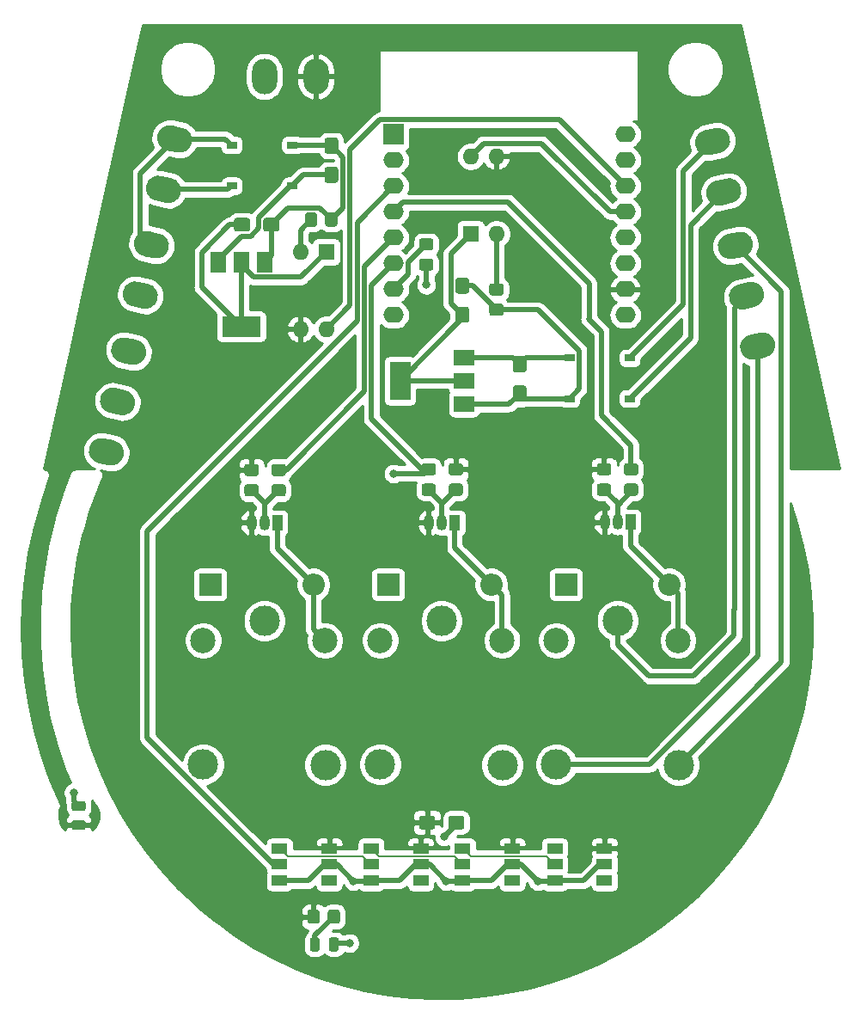
<source format=gbr>
%TF.GenerationSoftware,KiCad,Pcbnew,5.1.9*%
%TF.CreationDate,2021-02-19T00:33:09+01:00*%
%TF.ProjectId,klingel,6b6c696e-6765-46c2-9e6b-696361645f70,rev?*%
%TF.SameCoordinates,Original*%
%TF.FileFunction,Copper,L1,Top*%
%TF.FilePolarity,Positive*%
%FSLAX46Y46*%
G04 Gerber Fmt 4.6, Leading zero omitted, Abs format (unit mm)*
G04 Created by KiCad (PCBNEW 5.1.9) date 2021-02-19 00:33:09*
%MOMM*%
%LPD*%
G01*
G04 APERTURE LIST*
%TA.AperFunction,ComponentPad*%
%ADD10O,2.000000X1.600000*%
%TD*%
%TA.AperFunction,ComponentPad*%
%ADD11R,2.000000X2.000000*%
%TD*%
%TA.AperFunction,ComponentPad*%
%ADD12O,1.600000X1.600000*%
%TD*%
%TA.AperFunction,ComponentPad*%
%ADD13R,1.600000X1.600000*%
%TD*%
%TA.AperFunction,SMDPad,CuDef*%
%ADD14R,1.500000X2.000000*%
%TD*%
%TA.AperFunction,SMDPad,CuDef*%
%ADD15R,3.800000X2.000000*%
%TD*%
%TA.AperFunction,SMDPad,CuDef*%
%ADD16R,2.000000X1.500000*%
%TD*%
%TA.AperFunction,SMDPad,CuDef*%
%ADD17R,2.000000X3.800000*%
%TD*%
%TA.AperFunction,ComponentPad*%
%ADD18R,1.050000X1.500000*%
%TD*%
%TA.AperFunction,ComponentPad*%
%ADD19O,1.050000X1.500000*%
%TD*%
%TA.AperFunction,ComponentPad*%
%ADD20C,3.000000*%
%TD*%
%TA.AperFunction,ComponentPad*%
%ADD21C,2.500000*%
%TD*%
%TA.AperFunction,ComponentPad*%
%ADD22O,2.500000X3.500000*%
%TD*%
%TA.AperFunction,SMDPad,CuDef*%
%ADD23R,1.500000X1.000000*%
%TD*%
%TA.AperFunction,ComponentPad*%
%ADD24O,2.200000X2.200000*%
%TD*%
%TA.AperFunction,ComponentPad*%
%ADD25R,2.200000X2.200000*%
%TD*%
%TA.AperFunction,SMDPad,CuDef*%
%ADD26R,1.000000X0.700000*%
%TD*%
%TA.AperFunction,ViaPad*%
%ADD27C,0.800000*%
%TD*%
%TA.AperFunction,Conductor*%
%ADD28C,0.500000*%
%TD*%
%TA.AperFunction,Conductor*%
%ADD29C,0.200000*%
%TD*%
%TA.AperFunction,Conductor*%
%ADD30C,0.254000*%
%TD*%
%TA.AperFunction,Conductor*%
%ADD31C,0.100000*%
%TD*%
G04 APERTURE END LIST*
%TO.P,R12,2*%
%TO.N,Net-(D11-Pad2)*%
%TA.AperFunction,SMDPad,CuDef*%
G36*
G01*
X98049999Y-63650000D02*
X98950001Y-63650000D01*
G75*
G02*
X99200000Y-63899999I0J-249999D01*
G01*
X99200000Y-64600001D01*
G75*
G02*
X98950001Y-64850000I-249999J0D01*
G01*
X98049999Y-64850000D01*
G75*
G02*
X97800000Y-64600001I0J249999D01*
G01*
X97800000Y-63899999D01*
G75*
G02*
X98049999Y-63650000I249999J0D01*
G01*
G37*
%TD.AperFunction*%
%TO.P,R12,1*%
%TO.N,led*%
%TA.AperFunction,SMDPad,CuDef*%
G36*
G01*
X98049999Y-61650000D02*
X98950001Y-61650000D01*
G75*
G02*
X99200000Y-61899999I0J-249999D01*
G01*
X99200000Y-62600001D01*
G75*
G02*
X98950001Y-62850000I-249999J0D01*
G01*
X98049999Y-62850000D01*
G75*
G02*
X97800000Y-62600001I0J249999D01*
G01*
X97800000Y-61899999D01*
G75*
G02*
X98049999Y-61650000I249999J0D01*
G01*
G37*
%TD.AperFunction*%
%TD*%
%TO.P,D11,2*%
%TO.N,Net-(D11-Pad2)*%
%TA.AperFunction,SMDPad,CuDef*%
G36*
G01*
X64706250Y-118050000D02*
X63793750Y-118050000D01*
G75*
G02*
X63550000Y-117806250I0J243750D01*
G01*
X63550000Y-117318750D01*
G75*
G02*
X63793750Y-117075000I243750J0D01*
G01*
X64706250Y-117075000D01*
G75*
G02*
X64950000Y-117318750I0J-243750D01*
G01*
X64950000Y-117806250D01*
G75*
G02*
X64706250Y-118050000I-243750J0D01*
G01*
G37*
%TD.AperFunction*%
%TO.P,D11,1*%
%TO.N,GND*%
%TA.AperFunction,SMDPad,CuDef*%
G36*
G01*
X64706250Y-119925000D02*
X63793750Y-119925000D01*
G75*
G02*
X63550000Y-119681250I0J243750D01*
G01*
X63550000Y-119193750D01*
G75*
G02*
X63793750Y-118950000I243750J0D01*
G01*
X64706250Y-118950000D01*
G75*
G02*
X64950000Y-119193750I0J-243750D01*
G01*
X64950000Y-119681250D01*
G75*
G02*
X64706250Y-119925000I-243750J0D01*
G01*
G37*
%TD.AperFunction*%
%TD*%
D10*
%TO.P,U3,16*%
%TO.N,Net-(U3-Pad16)*%
X118110000Y-51435000D03*
%TO.P,U3,15*%
%TO.N,Net-(U3-Pad15)*%
X118110000Y-53975000D03*
%TO.P,U3,14*%
%TO.N,Net-(U3-Pad14)*%
X118110000Y-56515000D03*
%TO.P,U3,13*%
%TO.N,Net-(U3-Pad13)*%
X118110000Y-59055000D03*
%TO.P,U3,12*%
%TO.N,Net-(U3-Pad12)*%
X118110000Y-61595000D03*
%TO.P,U3,11*%
%TO.N,Net-(U3-Pad11)*%
X118110000Y-64135000D03*
%TO.P,U3,10*%
%TO.N,GND*%
X118110000Y-66675000D03*
%TO.P,U3,9*%
%TO.N,+5V*%
X118110000Y-69215000D03*
%TO.P,U3,8*%
%TO.N,Net-(U3-Pad8)*%
X95250000Y-69215000D03*
%TO.P,U3,7*%
%TO.N,led*%
X95250000Y-66675000D03*
%TO.P,U3,6*%
%TO.N,Net-(D5-Pad2)*%
X95250000Y-64135000D03*
%TO.P,U3,5*%
%TO.N,relayA*%
X95250000Y-61595000D03*
%TO.P,U3,4*%
%TO.N,relayB*%
X95250000Y-59055000D03*
%TO.P,U3,3*%
%TO.N,ws28*%
X95250000Y-56515000D03*
D11*
%TO.P,U3,1*%
%TO.N,Net-(U3-Pad1)*%
X95250000Y-51435000D03*
D10*
%TO.P,U3,2*%
%TO.N,Net-(U3-Pad2)*%
X95250000Y-53975000D03*
%TD*%
%TO.P,C5,2*%
%TO.N,GND*%
%TA.AperFunction,SMDPad,CuDef*%
G36*
G01*
X99362500Y-118764499D02*
X99362500Y-119614501D01*
G75*
G02*
X99112501Y-119864500I-249999J0D01*
G01*
X98037499Y-119864500D01*
G75*
G02*
X97787500Y-119614501I0J249999D01*
G01*
X97787500Y-118764499D01*
G75*
G02*
X98037499Y-118514500I249999J0D01*
G01*
X99112501Y-118514500D01*
G75*
G02*
X99362500Y-118764499I0J-249999D01*
G01*
G37*
%TD.AperFunction*%
%TO.P,C5,1*%
%TO.N,+5V*%
%TA.AperFunction,SMDPad,CuDef*%
G36*
G01*
X102237500Y-118764499D02*
X102237500Y-119614501D01*
G75*
G02*
X101987501Y-119864500I-249999J0D01*
G01*
X100912499Y-119864500D01*
G75*
G02*
X100662500Y-119614501I0J249999D01*
G01*
X100662500Y-118764499D01*
G75*
G02*
X100912499Y-118514500I249999J0D01*
G01*
X101987501Y-118514500D01*
G75*
G02*
X102237500Y-118764499I0J-249999D01*
G01*
G37*
%TD.AperFunction*%
%TD*%
D12*
%TO.P,U5,4*%
%TO.N,Net-(U3-Pad14)*%
X88646000Y-70612000D03*
%TO.P,U5,2*%
%TO.N,Net-(R6-Pad1)*%
X86106000Y-62992000D03*
%TO.P,U5,3*%
%TO.N,GND*%
X86106000Y-70612000D03*
D13*
%TO.P,U5,1*%
%TO.N,Net-(C4-Pad1)*%
X88646000Y-62992000D03*
%TD*%
%TO.P,J4,2*%
%TO.N,Net-(D4-Pad4)*%
%TA.AperFunction,ComponentPad*%
G36*
G01*
X72384645Y-55507202D02*
X73360941Y-55723642D01*
G75*
G02*
X74310761Y-57214562I-270550J-1220370D01*
G01*
X74310761Y-57214562D01*
G75*
G02*
X72819841Y-58164382I-1220370J270550D01*
G01*
X71843545Y-57947942D01*
G75*
G02*
X70893725Y-56457022I270550J1220370D01*
G01*
X70893725Y-56457022D01*
G75*
G02*
X72384645Y-55507202I1220370J-270550D01*
G01*
G37*
%TD.AperFunction*%
%TO.P,J4,1*%
%TO.N,Net-(D4-Pad3)*%
%TA.AperFunction,ComponentPad*%
G36*
G01*
X73484159Y-50547618D02*
X74460455Y-50764058D01*
G75*
G02*
X75410275Y-52254978I-270550J-1220370D01*
G01*
X75410275Y-52254978D01*
G75*
G02*
X73919355Y-53204798I-1220370J270550D01*
G01*
X72943059Y-52988358D01*
G75*
G02*
X71993239Y-51497438I270550J1220370D01*
G01*
X71993239Y-51497438D01*
G75*
G02*
X73484159Y-50547618I1220370J-270550D01*
G01*
G37*
%TD.AperFunction*%
%TD*%
%TO.P,C4,2*%
%TO.N,Net-(C2-Pad2)*%
%TA.AperFunction,SMDPad,CuDef*%
G36*
G01*
X82438000Y-60750001D02*
X82438000Y-59899999D01*
G75*
G02*
X82687999Y-59650000I249999J0D01*
G01*
X83763001Y-59650000D01*
G75*
G02*
X84013000Y-59899999I0J-249999D01*
G01*
X84013000Y-60750001D01*
G75*
G02*
X83763001Y-61000000I-249999J0D01*
G01*
X82687999Y-61000000D01*
G75*
G02*
X82438000Y-60750001I0J249999D01*
G01*
G37*
%TD.AperFunction*%
%TO.P,C4,1*%
%TO.N,Net-(C4-Pad1)*%
%TA.AperFunction,SMDPad,CuDef*%
G36*
G01*
X79563000Y-60750001D02*
X79563000Y-59899999D01*
G75*
G02*
X79812999Y-59650000I249999J0D01*
G01*
X80888001Y-59650000D01*
G75*
G02*
X81138000Y-59899999I0J-249999D01*
G01*
X81138000Y-60750001D01*
G75*
G02*
X80888001Y-61000000I-249999J0D01*
G01*
X79812999Y-61000000D01*
G75*
G02*
X79563000Y-60750001I0J249999D01*
G01*
G37*
%TD.AperFunction*%
%TD*%
%TO.P,C3,2*%
%TO.N,Net-(C1-Pad2)*%
%TA.AperFunction,SMDPad,CuDef*%
G36*
G01*
X102469501Y-67104500D02*
X101619499Y-67104500D01*
G75*
G02*
X101369500Y-66854501I0J249999D01*
G01*
X101369500Y-65779499D01*
G75*
G02*
X101619499Y-65529500I249999J0D01*
G01*
X102469501Y-65529500D01*
G75*
G02*
X102719500Y-65779499I0J-249999D01*
G01*
X102719500Y-66854501D01*
G75*
G02*
X102469501Y-67104500I-249999J0D01*
G01*
G37*
%TD.AperFunction*%
%TO.P,C3,1*%
%TO.N,Net-(C3-Pad1)*%
%TA.AperFunction,SMDPad,CuDef*%
G36*
G01*
X102469501Y-69979500D02*
X101619499Y-69979500D01*
G75*
G02*
X101369500Y-69729501I0J249999D01*
G01*
X101369500Y-68654499D01*
G75*
G02*
X101619499Y-68404500I249999J0D01*
G01*
X102469501Y-68404500D01*
G75*
G02*
X102719500Y-68654499I0J-249999D01*
G01*
X102719500Y-69729501D01*
G75*
G02*
X102469501Y-69979500I-249999J0D01*
G01*
G37*
%TD.AperFunction*%
%TD*%
%TO.P,C2,2*%
%TO.N,Net-(C2-Pad2)*%
%TA.AperFunction,SMDPad,CuDef*%
G36*
G01*
X89579001Y-53325000D02*
X88728999Y-53325000D01*
G75*
G02*
X88479000Y-53075001I0J249999D01*
G01*
X88479000Y-51999999D01*
G75*
G02*
X88728999Y-51750000I249999J0D01*
G01*
X89579001Y-51750000D01*
G75*
G02*
X89829000Y-51999999I0J-249999D01*
G01*
X89829000Y-53075001D01*
G75*
G02*
X89579001Y-53325000I-249999J0D01*
G01*
G37*
%TD.AperFunction*%
%TO.P,C2,1*%
%TO.N,Net-(C2-Pad1)*%
%TA.AperFunction,SMDPad,CuDef*%
G36*
G01*
X89579001Y-56200000D02*
X88728999Y-56200000D01*
G75*
G02*
X88479000Y-55950001I0J249999D01*
G01*
X88479000Y-54874999D01*
G75*
G02*
X88728999Y-54625000I249999J0D01*
G01*
X89579001Y-54625000D01*
G75*
G02*
X89829000Y-54874999I0J-249999D01*
G01*
X89829000Y-55950001D01*
G75*
G02*
X89579001Y-56200000I-249999J0D01*
G01*
G37*
%TD.AperFunction*%
%TD*%
%TO.P,C1,2*%
%TO.N,Net-(C1-Pad2)*%
%TA.AperFunction,SMDPad,CuDef*%
G36*
G01*
X107270999Y-76151500D02*
X108121001Y-76151500D01*
G75*
G02*
X108371000Y-76401499I0J-249999D01*
G01*
X108371000Y-77476501D01*
G75*
G02*
X108121001Y-77726500I-249999J0D01*
G01*
X107270999Y-77726500D01*
G75*
G02*
X107021000Y-77476501I0J249999D01*
G01*
X107021000Y-76401499D01*
G75*
G02*
X107270999Y-76151500I249999J0D01*
G01*
G37*
%TD.AperFunction*%
%TO.P,C1,1*%
%TO.N,Net-(C1-Pad1)*%
%TA.AperFunction,SMDPad,CuDef*%
G36*
G01*
X107270999Y-73276500D02*
X108121001Y-73276500D01*
G75*
G02*
X108371000Y-73526499I0J-249999D01*
G01*
X108371000Y-74601501D01*
G75*
G02*
X108121001Y-74851500I-249999J0D01*
G01*
X107270999Y-74851500D01*
G75*
G02*
X107021000Y-74601501I0J249999D01*
G01*
X107021000Y-73526499D01*
G75*
G02*
X107270999Y-73276500I249999J0D01*
G01*
G37*
%TD.AperFunction*%
%TD*%
D12*
%TO.P,U4,4*%
%TO.N,Net-(U3-Pad13)*%
X102870000Y-53594000D03*
%TO.P,U4,2*%
%TO.N,Net-(R5-Pad1)*%
X105410000Y-61214000D03*
%TO.P,U4,3*%
%TO.N,GND*%
X105410000Y-53594000D03*
D13*
%TO.P,U4,1*%
%TO.N,Net-(C3-Pad1)*%
X102870000Y-61214000D03*
%TD*%
D14*
%TO.P,U2,1*%
%TO.N,Net-(C2-Pad2)*%
X82564000Y-64033000D03*
%TO.P,U2,3*%
%TO.N,Net-(C2-Pad1)*%
X77964000Y-64033000D03*
%TO.P,U2,2*%
%TO.N,Net-(C4-Pad1)*%
X80264000Y-64033000D03*
D15*
X80264000Y-70333000D03*
%TD*%
D16*
%TO.P,U1,1*%
%TO.N,Net-(C1-Pad2)*%
X102210000Y-77992000D03*
%TO.P,U1,3*%
%TO.N,Net-(C1-Pad1)*%
X102210000Y-73392000D03*
%TO.P,U1,2*%
%TO.N,Net-(C3-Pad1)*%
X102210000Y-75692000D03*
D17*
X95910000Y-75692000D03*
%TD*%
%TO.P,R9,2*%
%TO.N,GND*%
%TA.AperFunction,SMDPad,CuDef*%
G36*
G01*
X87992000Y-128010499D02*
X87992000Y-128910501D01*
G75*
G02*
X87742001Y-129160500I-249999J0D01*
G01*
X87041999Y-129160500D01*
G75*
G02*
X86792000Y-128910501I0J249999D01*
G01*
X86792000Y-128010499D01*
G75*
G02*
X87041999Y-127760500I249999J0D01*
G01*
X87742001Y-127760500D01*
G75*
G02*
X87992000Y-128010499I0J-249999D01*
G01*
G37*
%TD.AperFunction*%
%TO.P,R9,1*%
%TO.N,Net-(D5-Pad1)*%
%TA.AperFunction,SMDPad,CuDef*%
G36*
G01*
X89992000Y-128010499D02*
X89992000Y-128910501D01*
G75*
G02*
X89742001Y-129160500I-249999J0D01*
G01*
X89041999Y-129160500D01*
G75*
G02*
X88792000Y-128910501I0J249999D01*
G01*
X88792000Y-128010499D01*
G75*
G02*
X89041999Y-127760500I249999J0D01*
G01*
X89742001Y-127760500D01*
G75*
G02*
X89992000Y-128010499I0J-249999D01*
G01*
G37*
%TD.AperFunction*%
%TD*%
%TO.P,R8,2*%
%TO.N,Net-(Q2-Pad2)*%
%TA.AperFunction,SMDPad,CuDef*%
G36*
G01*
X83496999Y-85871000D02*
X84397001Y-85871000D01*
G75*
G02*
X84647000Y-86120999I0J-249999D01*
G01*
X84647000Y-86821001D01*
G75*
G02*
X84397001Y-87071000I-249999J0D01*
G01*
X83496999Y-87071000D01*
G75*
G02*
X83247000Y-86821001I0J249999D01*
G01*
X83247000Y-86120999D01*
G75*
G02*
X83496999Y-85871000I249999J0D01*
G01*
G37*
%TD.AperFunction*%
%TO.P,R8,1*%
%TO.N,relayA*%
%TA.AperFunction,SMDPad,CuDef*%
G36*
G01*
X83496999Y-83871000D02*
X84397001Y-83871000D01*
G75*
G02*
X84647000Y-84120999I0J-249999D01*
G01*
X84647000Y-84821001D01*
G75*
G02*
X84397001Y-85071000I-249999J0D01*
G01*
X83496999Y-85071000D01*
G75*
G02*
X83247000Y-84821001I0J249999D01*
G01*
X83247000Y-84120999D01*
G75*
G02*
X83496999Y-83871000I249999J0D01*
G01*
G37*
%TD.AperFunction*%
%TD*%
%TO.P,R7,2*%
%TO.N,Net-(D5-Pad2)*%
%TA.AperFunction,SMDPad,CuDef*%
G36*
G01*
X99192501Y-85007500D02*
X98292499Y-85007500D01*
G75*
G02*
X98042500Y-84757501I0J249999D01*
G01*
X98042500Y-84057499D01*
G75*
G02*
X98292499Y-83807500I249999J0D01*
G01*
X99192501Y-83807500D01*
G75*
G02*
X99442500Y-84057499I0J-249999D01*
G01*
X99442500Y-84757501D01*
G75*
G02*
X99192501Y-85007500I-249999J0D01*
G01*
G37*
%TD.AperFunction*%
%TO.P,R7,1*%
%TO.N,Net-(Q1-Pad2)*%
%TA.AperFunction,SMDPad,CuDef*%
G36*
G01*
X99192501Y-87007500D02*
X98292499Y-87007500D01*
G75*
G02*
X98042500Y-86757501I0J249999D01*
G01*
X98042500Y-86057499D01*
G75*
G02*
X98292499Y-85807500I249999J0D01*
G01*
X99192501Y-85807500D01*
G75*
G02*
X99442500Y-86057499I0J-249999D01*
G01*
X99442500Y-86757501D01*
G75*
G02*
X99192501Y-87007500I-249999J0D01*
G01*
G37*
%TD.AperFunction*%
%TD*%
%TO.P,R6,2*%
%TO.N,Net-(C2-Pad2)*%
%TA.AperFunction,SMDPad,CuDef*%
G36*
G01*
X88538000Y-60267001D02*
X88538000Y-59366999D01*
G75*
G02*
X88787999Y-59117000I249999J0D01*
G01*
X89488001Y-59117000D01*
G75*
G02*
X89738000Y-59366999I0J-249999D01*
G01*
X89738000Y-60267001D01*
G75*
G02*
X89488001Y-60517000I-249999J0D01*
G01*
X88787999Y-60517000D01*
G75*
G02*
X88538000Y-60267001I0J249999D01*
G01*
G37*
%TD.AperFunction*%
%TO.P,R6,1*%
%TO.N,Net-(R6-Pad1)*%
%TA.AperFunction,SMDPad,CuDef*%
G36*
G01*
X86538000Y-60267001D02*
X86538000Y-59366999D01*
G75*
G02*
X86787999Y-59117000I249999J0D01*
G01*
X87488001Y-59117000D01*
G75*
G02*
X87738000Y-59366999I0J-249999D01*
G01*
X87738000Y-60267001D01*
G75*
G02*
X87488001Y-60517000I-249999J0D01*
G01*
X86787999Y-60517000D01*
G75*
G02*
X86538000Y-60267001I0J249999D01*
G01*
G37*
%TD.AperFunction*%
%TD*%
%TO.P,R5,2*%
%TO.N,Net-(C1-Pad2)*%
%TA.AperFunction,SMDPad,CuDef*%
G36*
G01*
X104959999Y-68091000D02*
X105860001Y-68091000D01*
G75*
G02*
X106110000Y-68340999I0J-249999D01*
G01*
X106110000Y-69041001D01*
G75*
G02*
X105860001Y-69291000I-249999J0D01*
G01*
X104959999Y-69291000D01*
G75*
G02*
X104710000Y-69041001I0J249999D01*
G01*
X104710000Y-68340999D01*
G75*
G02*
X104959999Y-68091000I249999J0D01*
G01*
G37*
%TD.AperFunction*%
%TO.P,R5,1*%
%TO.N,Net-(R5-Pad1)*%
%TA.AperFunction,SMDPad,CuDef*%
G36*
G01*
X104959999Y-66091000D02*
X105860001Y-66091000D01*
G75*
G02*
X106110000Y-66340999I0J-249999D01*
G01*
X106110000Y-67041001D01*
G75*
G02*
X105860001Y-67291000I-249999J0D01*
G01*
X104959999Y-67291000D01*
G75*
G02*
X104710000Y-67041001I0J249999D01*
G01*
X104710000Y-66340999D01*
G75*
G02*
X104959999Y-66091000I249999J0D01*
G01*
G37*
%TD.AperFunction*%
%TD*%
%TO.P,R4,2*%
%TO.N,GND*%
%TA.AperFunction,SMDPad,CuDef*%
G36*
G01*
X116464501Y-85007500D02*
X115564499Y-85007500D01*
G75*
G02*
X115314500Y-84757501I0J249999D01*
G01*
X115314500Y-84057499D01*
G75*
G02*
X115564499Y-83807500I249999J0D01*
G01*
X116464501Y-83807500D01*
G75*
G02*
X116714500Y-84057499I0J-249999D01*
G01*
X116714500Y-84757501D01*
G75*
G02*
X116464501Y-85007500I-249999J0D01*
G01*
G37*
%TD.AperFunction*%
%TO.P,R4,1*%
%TO.N,Net-(Q3-Pad2)*%
%TA.AperFunction,SMDPad,CuDef*%
G36*
G01*
X116464501Y-87007500D02*
X115564499Y-87007500D01*
G75*
G02*
X115314500Y-86757501I0J249999D01*
G01*
X115314500Y-86057499D01*
G75*
G02*
X115564499Y-85807500I249999J0D01*
G01*
X116464501Y-85807500D01*
G75*
G02*
X116714500Y-86057499I0J-249999D01*
G01*
X116714500Y-86757501D01*
G75*
G02*
X116464501Y-87007500I-249999J0D01*
G01*
G37*
%TD.AperFunction*%
%TD*%
%TO.P,R3,2*%
%TO.N,GND*%
%TA.AperFunction,SMDPad,CuDef*%
G36*
G01*
X101859501Y-85007500D02*
X100959499Y-85007500D01*
G75*
G02*
X100709500Y-84757501I0J249999D01*
G01*
X100709500Y-84057499D01*
G75*
G02*
X100959499Y-83807500I249999J0D01*
G01*
X101859501Y-83807500D01*
G75*
G02*
X102109500Y-84057499I0J-249999D01*
G01*
X102109500Y-84757501D01*
G75*
G02*
X101859501Y-85007500I-249999J0D01*
G01*
G37*
%TD.AperFunction*%
%TO.P,R3,1*%
%TO.N,Net-(Q1-Pad2)*%
%TA.AperFunction,SMDPad,CuDef*%
G36*
G01*
X101859501Y-87007500D02*
X100959499Y-87007500D01*
G75*
G02*
X100709500Y-86757501I0J249999D01*
G01*
X100709500Y-86057499D01*
G75*
G02*
X100959499Y-85807500I249999J0D01*
G01*
X101859501Y-85807500D01*
G75*
G02*
X102109500Y-86057499I0J-249999D01*
G01*
X102109500Y-86757501D01*
G75*
G02*
X101859501Y-87007500I-249999J0D01*
G01*
G37*
%TD.AperFunction*%
%TD*%
%TO.P,R2,2*%
%TO.N,Net-(Q3-Pad2)*%
%TA.AperFunction,SMDPad,CuDef*%
G36*
G01*
X118231499Y-85807500D02*
X119131501Y-85807500D01*
G75*
G02*
X119381500Y-86057499I0J-249999D01*
G01*
X119381500Y-86757501D01*
G75*
G02*
X119131501Y-87007500I-249999J0D01*
G01*
X118231499Y-87007500D01*
G75*
G02*
X117981500Y-86757501I0J249999D01*
G01*
X117981500Y-86057499D01*
G75*
G02*
X118231499Y-85807500I249999J0D01*
G01*
G37*
%TD.AperFunction*%
%TO.P,R2,1*%
%TO.N,relayB*%
%TA.AperFunction,SMDPad,CuDef*%
G36*
G01*
X118231499Y-83807500D02*
X119131501Y-83807500D01*
G75*
G02*
X119381500Y-84057499I0J-249999D01*
G01*
X119381500Y-84757501D01*
G75*
G02*
X119131501Y-85007500I-249999J0D01*
G01*
X118231499Y-85007500D01*
G75*
G02*
X117981500Y-84757501I0J249999D01*
G01*
X117981500Y-84057499D01*
G75*
G02*
X118231499Y-83807500I249999J0D01*
G01*
G37*
%TD.AperFunction*%
%TD*%
%TO.P,R1,2*%
%TO.N,GND*%
%TA.AperFunction,SMDPad,CuDef*%
G36*
G01*
X81730001Y-85071000D02*
X80829999Y-85071000D01*
G75*
G02*
X80580000Y-84821001I0J249999D01*
G01*
X80580000Y-84120999D01*
G75*
G02*
X80829999Y-83871000I249999J0D01*
G01*
X81730001Y-83871000D01*
G75*
G02*
X81980000Y-84120999I0J-249999D01*
G01*
X81980000Y-84821001D01*
G75*
G02*
X81730001Y-85071000I-249999J0D01*
G01*
G37*
%TD.AperFunction*%
%TO.P,R1,1*%
%TO.N,Net-(Q2-Pad2)*%
%TA.AperFunction,SMDPad,CuDef*%
G36*
G01*
X81730001Y-87071000D02*
X80829999Y-87071000D01*
G75*
G02*
X80580000Y-86821001I0J249999D01*
G01*
X80580000Y-86120999D01*
G75*
G02*
X80829999Y-85871000I249999J0D01*
G01*
X81730001Y-85871000D01*
G75*
G02*
X81980000Y-86120999I0J-249999D01*
G01*
X81980000Y-86821001D01*
G75*
G02*
X81730001Y-87071000I-249999J0D01*
G01*
G37*
%TD.AperFunction*%
%TD*%
D18*
%TO.P,Q3,1*%
%TO.N,Net-(D1-Pad2)*%
X118618000Y-89598500D03*
D19*
%TO.P,Q3,3*%
%TO.N,GND*%
X116078000Y-89598500D03*
%TO.P,Q3,2*%
%TO.N,Net-(Q3-Pad2)*%
X117348000Y-89598500D03*
%TD*%
D18*
%TO.P,Q2,1*%
%TO.N,Net-(D2-Pad2)*%
X83820000Y-89662000D03*
D19*
%TO.P,Q2,3*%
%TO.N,GND*%
X81280000Y-89662000D03*
%TO.P,Q2,2*%
%TO.N,Net-(Q2-Pad2)*%
X82550000Y-89662000D03*
%TD*%
D18*
%TO.P,Q1,1*%
%TO.N,Net-(D6-Pad2)*%
X101282500Y-89662000D03*
D19*
%TO.P,Q1,3*%
%TO.N,GND*%
X98742500Y-89662000D03*
%TO.P,Q1,2*%
%TO.N,Net-(Q1-Pad2)*%
X100012500Y-89662000D03*
%TD*%
D20*
%TO.P,K3,1*%
%TO.N,Net-(J5-Pad2)*%
X100000000Y-99314000D03*
D21*
%TO.P,K3,5*%
%TO.N,Net-(D6-Pad2)*%
X105950000Y-101264000D03*
D20*
%TO.P,K3,4*%
%TO.N,Net-(D4-Pad4)*%
X106000000Y-113514000D03*
%TO.P,K3,3*%
%TO.N,Net-(K3-Pad3)*%
X93950000Y-113464000D03*
D21*
%TO.P,K3,2*%
%TO.N,+5V*%
X93950000Y-101264000D03*
%TD*%
D20*
%TO.P,K2,1*%
%TO.N,Net-(J1-Pad2)*%
X82550000Y-99314000D03*
D21*
%TO.P,K2,5*%
%TO.N,Net-(D2-Pad2)*%
X88500000Y-101264000D03*
D20*
%TO.P,K2,4*%
%TO.N,Net-(J1-Pad3)*%
X88550000Y-113514000D03*
%TO.P,K2,3*%
%TO.N,Net-(J1-Pad1)*%
X76500000Y-113464000D03*
D21*
%TO.P,K2,2*%
%TO.N,+5V*%
X76500000Y-101264000D03*
%TD*%
D20*
%TO.P,K1,1*%
%TO.N,Net-(J3-Pad2)*%
X117348000Y-99314000D03*
D21*
%TO.P,K1,5*%
%TO.N,Net-(D1-Pad2)*%
X123298000Y-101264000D03*
D20*
%TO.P,K1,4*%
%TO.N,Net-(J3-Pad3)*%
X123348000Y-113514000D03*
%TO.P,K1,3*%
%TO.N,Net-(J3-Pad1)*%
X111298000Y-113464000D03*
D21*
%TO.P,K1,2*%
%TO.N,+5V*%
X111298000Y-101264000D03*
%TD*%
D22*
%TO.P,J6,2*%
%TO.N,+5V*%
X82550000Y-45720000D03*
%TO.P,J6,1*%
%TO.N,GND*%
X87630000Y-45720000D03*
%TD*%
%TO.P,J5,2*%
%TO.N,Net-(J5-Pad2)*%
%TA.AperFunction,ComponentPad*%
G36*
G01*
X70098645Y-65921202D02*
X71074941Y-66137642D01*
G75*
G02*
X72024761Y-67628562I-270550J-1220370D01*
G01*
X72024761Y-67628562D01*
G75*
G02*
X70533841Y-68578382I-1220370J270550D01*
G01*
X69557545Y-68361942D01*
G75*
G02*
X68607725Y-66871022I270550J1220370D01*
G01*
X68607725Y-66871022D01*
G75*
G02*
X70098645Y-65921202I1220370J-270550D01*
G01*
G37*
%TD.AperFunction*%
%TO.P,J5,1*%
%TO.N,Net-(D4-Pad3)*%
%TA.AperFunction,ComponentPad*%
G36*
G01*
X71198159Y-60961618D02*
X72174455Y-61178058D01*
G75*
G02*
X73124275Y-62668978I-270550J-1220370D01*
G01*
X73124275Y-62668978D01*
G75*
G02*
X71633355Y-63618798I-1220370J270550D01*
G01*
X70657059Y-63402358D01*
G75*
G02*
X69707239Y-61911438I270550J1220370D01*
G01*
X69707239Y-61911438D01*
G75*
G02*
X71198159Y-60961618I1220370J-270550D01*
G01*
G37*
%TD.AperFunction*%
%TD*%
%TO.P,J3,3*%
%TO.N,Net-(J3-Pad3)*%
%TA.AperFunction,ComponentPad*%
G36*
G01*
X129707185Y-63462566D02*
X128730889Y-63679006D01*
G75*
G02*
X127239969Y-62729186I-270550J1220370D01*
G01*
X127239969Y-62729186D01*
G75*
G02*
X128189789Y-61238266I1220370J270550D01*
G01*
X129166085Y-61021826D01*
G75*
G02*
X130657005Y-61971646I270550J-1220370D01*
G01*
X130657005Y-61971646D01*
G75*
G02*
X129707185Y-63462566I-1220370J-270550D01*
G01*
G37*
%TD.AperFunction*%
%TO.P,J3,2*%
%TO.N,Net-(J3-Pad2)*%
%TA.AperFunction,ComponentPad*%
G36*
G01*
X130806698Y-68422150D02*
X129830402Y-68638590D01*
G75*
G02*
X128339482Y-67688770I-270550J1220370D01*
G01*
X128339482Y-67688770D01*
G75*
G02*
X129289302Y-66197850I1220370J270550D01*
G01*
X130265598Y-65981410D01*
G75*
G02*
X131756518Y-66931230I270550J-1220370D01*
G01*
X131756518Y-66931230D01*
G75*
G02*
X130806698Y-68422150I-1220370J-270550D01*
G01*
G37*
%TD.AperFunction*%
%TO.P,J3,1*%
%TO.N,Net-(J3-Pad1)*%
%TA.AperFunction,ComponentPad*%
G36*
G01*
X131906211Y-73381734D02*
X130929915Y-73598174D01*
G75*
G02*
X129438995Y-72648354I-270550J1220370D01*
G01*
X129438995Y-72648354D01*
G75*
G02*
X130388815Y-71157434I1220370J270550D01*
G01*
X131365111Y-70940994D01*
G75*
G02*
X132856031Y-71890814I270550J-1220370D01*
G01*
X132856031Y-71890814D01*
G75*
G02*
X131906211Y-73381734I-1220370J-270550D01*
G01*
G37*
%TD.AperFunction*%
%TD*%
%TO.P,J2,2*%
%TO.N,Net-(D3-Pad4)*%
%TA.AperFunction,ComponentPad*%
G36*
G01*
X127462941Y-53242358D02*
X126486645Y-53458798D01*
G75*
G02*
X124995725Y-52508978I-270550J1220370D01*
G01*
X124995725Y-52508978D01*
G75*
G02*
X125945545Y-51018058I1220370J270550D01*
G01*
X126921841Y-50801618D01*
G75*
G02*
X128412761Y-51751438I270550J-1220370D01*
G01*
X128412761Y-51751438D01*
G75*
G02*
X127462941Y-53242358I-1220370J-270550D01*
G01*
G37*
%TD.AperFunction*%
%TO.P,J2,1*%
%TO.N,Net-(D3-Pad3)*%
%TA.AperFunction,ComponentPad*%
G36*
G01*
X128562455Y-58201942D02*
X127586159Y-58418382D01*
G75*
G02*
X126095239Y-57468562I-270550J1220370D01*
G01*
X126095239Y-57468562D01*
G75*
G02*
X127045059Y-55977642I1220370J270550D01*
G01*
X128021355Y-55761202D01*
G75*
G02*
X129512275Y-56711022I270550J-1220370D01*
G01*
X129512275Y-56711022D01*
G75*
G02*
X128562455Y-58201942I-1220370J-270550D01*
G01*
G37*
%TD.AperFunction*%
%TD*%
%TO.P,J1,3*%
%TO.N,Net-(J1-Pad3)*%
%TA.AperFunction,ComponentPad*%
G36*
G01*
X66754889Y-81354994D02*
X67731185Y-81571434D01*
G75*
G02*
X68681005Y-83062354I-270550J-1220370D01*
G01*
X68681005Y-83062354D01*
G75*
G02*
X67190085Y-84012174I-1220370J270550D01*
G01*
X66213789Y-83795734D01*
G75*
G02*
X65263969Y-82304814I270550J1220370D01*
G01*
X65263969Y-82304814D01*
G75*
G02*
X66754889Y-81354994I1220370J-270550D01*
G01*
G37*
%TD.AperFunction*%
%TO.P,J1,2*%
%TO.N,Net-(J1-Pad2)*%
%TA.AperFunction,ComponentPad*%
G36*
G01*
X67854402Y-76395410D02*
X68830698Y-76611850D01*
G75*
G02*
X69780518Y-78102770I-270550J-1220370D01*
G01*
X69780518Y-78102770D01*
G75*
G02*
X68289598Y-79052590I-1220370J270550D01*
G01*
X67313302Y-78836150D01*
G75*
G02*
X66363482Y-77345230I270550J1220370D01*
G01*
X66363482Y-77345230D01*
G75*
G02*
X67854402Y-76395410I1220370J-270550D01*
G01*
G37*
%TD.AperFunction*%
%TO.P,J1,1*%
%TO.N,Net-(J1-Pad1)*%
%TA.AperFunction,ComponentPad*%
G36*
G01*
X68953915Y-71435826D02*
X69930211Y-71652266D01*
G75*
G02*
X70880031Y-73143186I-270550J-1220370D01*
G01*
X70880031Y-73143186D01*
G75*
G02*
X69389111Y-74093006I-1220370J270550D01*
G01*
X68412815Y-73876566D01*
G75*
G02*
X67462995Y-72385646I270550J1220370D01*
G01*
X67462995Y-72385646D01*
G75*
G02*
X68953915Y-71435826I1220370J-270550D01*
G01*
G37*
%TD.AperFunction*%
%TD*%
D23*
%TO.P,D10,1*%
%TO.N,Net-(D10-Pad1)*%
X111151500Y-121717000D03*
%TO.P,D10,2*%
%TO.N,Net-(D10-Pad2)*%
X111151500Y-123317000D03*
%TO.P,D10,3*%
%TO.N,+5V*%
X111151500Y-124917000D03*
%TO.P,D10,6*%
%TO.N,GND*%
X116051500Y-121717000D03*
%TO.P,D10,5*%
%TO.N,+5V*%
X116051500Y-123317000D03*
%TO.P,D10,4*%
%TO.N,Net-(D10-Pad4)*%
X116051500Y-124917000D03*
%TD*%
%TO.P,D9,1*%
%TO.N,Net-(D10-Pad2)*%
X102071000Y-121717000D03*
%TO.P,D9,2*%
%TO.N,Net-(D8-Pad1)*%
X102071000Y-123317000D03*
%TO.P,D9,3*%
%TO.N,+5V*%
X102071000Y-124917000D03*
%TO.P,D9,6*%
%TO.N,GND*%
X106971000Y-121717000D03*
%TO.P,D9,5*%
%TO.N,+5V*%
X106971000Y-123317000D03*
%TO.P,D9,4*%
%TO.N,Net-(D9-Pad4)*%
X106971000Y-124917000D03*
%TD*%
%TO.P,D8,1*%
%TO.N,Net-(D8-Pad1)*%
X93054000Y-121717000D03*
%TO.P,D8,2*%
%TO.N,Net-(D7-Pad1)*%
X93054000Y-123317000D03*
%TO.P,D8,3*%
%TO.N,+5V*%
X93054000Y-124917000D03*
%TO.P,D8,6*%
%TO.N,GND*%
X97954000Y-121717000D03*
%TO.P,D8,5*%
%TO.N,+5V*%
X97954000Y-123317000D03*
%TO.P,D8,4*%
%TO.N,Net-(D8-Pad4)*%
X97954000Y-124917000D03*
%TD*%
%TO.P,D7,1*%
%TO.N,Net-(D7-Pad1)*%
X84037000Y-121717000D03*
%TO.P,D7,2*%
%TO.N,ws28*%
X84037000Y-123317000D03*
%TO.P,D7,3*%
%TO.N,+5V*%
X84037000Y-124917000D03*
%TO.P,D7,6*%
%TO.N,GND*%
X88937000Y-121717000D03*
%TO.P,D7,5*%
%TO.N,+5V*%
X88937000Y-123317000D03*
%TO.P,D7,4*%
%TO.N,Net-(D7-Pad4)*%
X88937000Y-124917000D03*
%TD*%
D24*
%TO.P,D6,2*%
%TO.N,Net-(D6-Pad2)*%
X104902000Y-95758000D03*
D25*
%TO.P,D6,1*%
%TO.N,+5V*%
X94742000Y-95758000D03*
%TD*%
%TO.P,D5,2*%
%TO.N,Net-(D5-Pad2)*%
%TA.AperFunction,SMDPad,CuDef*%
G36*
G01*
X88893000Y-131647250D02*
X88893000Y-130734750D01*
G75*
G02*
X89136750Y-130491000I243750J0D01*
G01*
X89624250Y-130491000D01*
G75*
G02*
X89868000Y-130734750I0J-243750D01*
G01*
X89868000Y-131647250D01*
G75*
G02*
X89624250Y-131891000I-243750J0D01*
G01*
X89136750Y-131891000D01*
G75*
G02*
X88893000Y-131647250I0J243750D01*
G01*
G37*
%TD.AperFunction*%
%TO.P,D5,1*%
%TO.N,Net-(D5-Pad1)*%
%TA.AperFunction,SMDPad,CuDef*%
G36*
G01*
X87018000Y-131647250D02*
X87018000Y-130734750D01*
G75*
G02*
X87261750Y-130491000I243750J0D01*
G01*
X87749250Y-130491000D01*
G75*
G02*
X87993000Y-130734750I0J-243750D01*
G01*
X87993000Y-131647250D01*
G75*
G02*
X87749250Y-131891000I-243750J0D01*
G01*
X87261750Y-131891000D01*
G75*
G02*
X87018000Y-131647250I0J243750D01*
G01*
G37*
%TD.AperFunction*%
%TD*%
D26*
%TO.P,D4,4*%
%TO.N,Net-(D4-Pad4)*%
X79321000Y-56483000D03*
%TO.P,D4,3*%
%TO.N,Net-(D4-Pad3)*%
X79321000Y-52483000D03*
%TO.P,D4,2*%
%TO.N,Net-(C2-Pad2)*%
X85271000Y-52483000D03*
%TO.P,D4,1*%
%TO.N,Net-(C2-Pad1)*%
X85271000Y-56483000D03*
%TD*%
%TO.P,D3,4*%
%TO.N,Net-(D3-Pad4)*%
X118545000Y-73438000D03*
%TO.P,D3,3*%
%TO.N,Net-(D3-Pad3)*%
X118545000Y-77438000D03*
%TO.P,D3,2*%
%TO.N,Net-(C1-Pad2)*%
X112595000Y-77438000D03*
%TO.P,D3,1*%
%TO.N,Net-(C1-Pad1)*%
X112595000Y-73438000D03*
%TD*%
D24*
%TO.P,D2,2*%
%TO.N,Net-(D2-Pad2)*%
X87376000Y-95758000D03*
D25*
%TO.P,D2,1*%
%TO.N,+5V*%
X77216000Y-95758000D03*
%TD*%
D24*
%TO.P,D1,2*%
%TO.N,Net-(D1-Pad2)*%
X122428000Y-95758000D03*
D25*
%TO.P,D1,1*%
%TO.N,+5V*%
X112268000Y-95758000D03*
%TD*%
D27*
%TO.N,+5V*%
X91313000Y-124968000D03*
X100457000Y-124968000D03*
X109474000Y-124968000D03*
X100266500Y-120586500D03*
%TO.N,Net-(D5-Pad2)*%
X90932000Y-131064000D03*
X95250000Y-84836000D03*
%TO.N,Net-(D11-Pad2)*%
X98500000Y-66250000D03*
X63750000Y-116250000D03*
%TD*%
D28*
%TO.N,Net-(C1-Pad2)*%
X103036000Y-66317000D02*
X105410000Y-68691000D01*
X102044500Y-66317000D02*
X103036000Y-66317000D01*
X113545001Y-72727999D02*
X113545001Y-76487999D01*
X109508002Y-68691000D02*
X113545001Y-72727999D01*
X113545001Y-76487999D02*
X112595000Y-77438000D01*
X105410000Y-68691000D02*
X109508002Y-68691000D01*
X106643000Y-77992000D02*
X107696000Y-76939000D01*
X102210000Y-77992000D02*
X106643000Y-77992000D01*
X108195000Y-77438000D02*
X107696000Y-76939000D01*
X112595000Y-77438000D02*
X108195000Y-77438000D01*
%TO.N,Net-(C1-Pad1)*%
X107024000Y-73392000D02*
X107696000Y-74064000D01*
X102210000Y-73392000D02*
X107024000Y-73392000D01*
X108322000Y-73438000D02*
X107696000Y-74064000D01*
X112595000Y-73438000D02*
X108322000Y-73438000D01*
%TO.N,Net-(C2-Pad2)*%
X89099500Y-52483000D02*
X89154000Y-52537500D01*
X85271000Y-52483000D02*
X89099500Y-52483000D01*
X83225500Y-63371500D02*
X83225500Y-60325000D01*
X82564000Y-64033000D02*
X83225500Y-63371500D01*
X84883510Y-58666990D02*
X87987990Y-58666990D01*
X87987990Y-58666990D02*
X89138000Y-59817000D01*
X83225500Y-60325000D02*
X84883510Y-58666990D01*
X90279010Y-58675990D02*
X89138000Y-59817000D01*
X90279010Y-53662510D02*
X90279010Y-58675990D01*
X89154000Y-52537500D02*
X90279010Y-53662510D01*
%TO.N,Net-(C2-Pad1)*%
X85115034Y-56483000D02*
X85271000Y-56483000D01*
X81987990Y-59610044D02*
X85115034Y-56483000D01*
X81987990Y-60639976D02*
X81987990Y-59610044D01*
X81177956Y-61450010D02*
X81987990Y-60639976D01*
X80286988Y-61450010D02*
X81177956Y-61450010D01*
X77964000Y-63772998D02*
X80286988Y-61450010D01*
X77964000Y-64033000D02*
X77964000Y-63772998D01*
X86341500Y-55412500D02*
X85271000Y-56483000D01*
X89154000Y-55412500D02*
X86341500Y-55412500D01*
%TO.N,Net-(C3-Pad1)*%
X100919490Y-68066990D02*
X100919490Y-63164510D01*
X100919490Y-63164510D02*
X102870000Y-61214000D01*
X102044500Y-69192000D02*
X100919490Y-68066990D01*
X95910000Y-75692000D02*
X102210000Y-75692000D01*
X102044500Y-69557500D02*
X95910000Y-75692000D01*
X102044500Y-69192000D02*
X102044500Y-69557500D01*
%TO.N,Net-(C4-Pad1)*%
X79111998Y-60325000D02*
X76390500Y-63046498D01*
X80350500Y-60325000D02*
X79111998Y-60325000D01*
X76390500Y-66459500D02*
X80264000Y-70333000D01*
X76390500Y-63046498D02*
X76390500Y-66459500D01*
X80264000Y-70333000D02*
X80264000Y-64033000D01*
X86154999Y-65483001D02*
X88646000Y-62992000D01*
X81453999Y-65483001D02*
X86154999Y-65483001D01*
X80264000Y-64293002D02*
X81453999Y-65483001D01*
X80264000Y-64033000D02*
X80264000Y-64293002D01*
%TO.N,Net-(D1-Pad2)*%
X123298000Y-96628000D02*
X122428000Y-95758000D01*
X123298000Y-101264000D02*
X123298000Y-96628000D01*
X118618000Y-91948000D02*
X122428000Y-95758000D01*
X118618000Y-89598500D02*
X118618000Y-91948000D01*
%TO.N,+5V*%
X88476998Y-123317000D02*
X88937000Y-123317000D01*
X86876998Y-124917000D02*
X88476998Y-123317000D01*
X84037000Y-124917000D02*
X86876998Y-124917000D01*
X89662000Y-123317000D02*
X91313000Y-124968000D01*
X88937000Y-123317000D02*
X89662000Y-123317000D01*
X93003000Y-124968000D02*
X93054000Y-124917000D01*
X91313000Y-124968000D02*
X93003000Y-124968000D01*
X95893998Y-124917000D02*
X97493998Y-123317000D01*
X97493998Y-123317000D02*
X97954000Y-123317000D01*
X93054000Y-124917000D02*
X95893998Y-124917000D01*
X98806000Y-123317000D02*
X100457000Y-124968000D01*
X97954000Y-123317000D02*
X98806000Y-123317000D01*
X102020000Y-124968000D02*
X102071000Y-124917000D01*
X100457000Y-124968000D02*
X102020000Y-124968000D01*
X106510998Y-123317000D02*
X106971000Y-123317000D01*
X104910998Y-124917000D02*
X106510998Y-123317000D01*
X102071000Y-124917000D02*
X104910998Y-124917000D01*
X107823000Y-123317000D02*
X109474000Y-124968000D01*
X106971000Y-123317000D02*
X107823000Y-123317000D01*
X111100500Y-124968000D02*
X111151500Y-124917000D01*
X109474000Y-124968000D02*
X111100500Y-124968000D01*
X115591498Y-123317000D02*
X116051500Y-123317000D01*
X113991498Y-124917000D02*
X115591498Y-123317000D01*
X111151500Y-124917000D02*
X113991498Y-124917000D01*
X101450000Y-119403000D02*
X100266500Y-120586500D01*
X101450000Y-119189500D02*
X101450000Y-119403000D01*
%TO.N,Net-(D2-Pad2)*%
X83820000Y-92202000D02*
X87376000Y-95758000D01*
X83820000Y-89662000D02*
X83820000Y-92202000D01*
X87376000Y-100140000D02*
X88500000Y-101264000D01*
X87376000Y-95758000D02*
X87376000Y-100140000D01*
%TO.N,Net-(D6-Pad2)*%
X105950000Y-96806000D02*
X104902000Y-95758000D01*
X105950000Y-101264000D02*
X105950000Y-96806000D01*
X101282500Y-92138500D02*
X104902000Y-95758000D01*
X101282500Y-89662000D02*
X101282500Y-92138500D01*
D29*
%TO.N,Net-(D10-Pad2)*%
X110351500Y-122517000D02*
X111151500Y-123317000D01*
X102871000Y-122517000D02*
X110351500Y-122517000D01*
X102071000Y-121717000D02*
X102871000Y-122517000D01*
D28*
%TO.N,Net-(J3-Pad2)*%
X128847244Y-68510756D02*
X130048000Y-67310000D01*
X128841500Y-98236502D02*
X128847244Y-98230758D01*
X128841500Y-100774500D02*
X128841500Y-98236502D01*
X124841000Y-104775000D02*
X128841500Y-100774500D01*
X120459500Y-104775000D02*
X124841000Y-104775000D01*
X117348000Y-101663500D02*
X120459500Y-104775000D01*
X128847244Y-98230758D02*
X128847244Y-68510756D01*
X117348000Y-99314000D02*
X117348000Y-101663500D01*
%TO.N,Net-(J3-Pad1)*%
X111298000Y-113464000D02*
X120511998Y-113464000D01*
X120511998Y-113464000D02*
X131147513Y-102828485D01*
X131147513Y-102828485D02*
X131147513Y-72269584D01*
%TO.N,Net-(Q1-Pad2)*%
X100012500Y-87677500D02*
X98742500Y-86407500D01*
X100012500Y-89662000D02*
X100012500Y-87677500D01*
X100139500Y-87677500D02*
X101409500Y-86407500D01*
X100012500Y-87677500D02*
X100139500Y-87677500D01*
%TO.N,Net-(Q2-Pad2)*%
X82550000Y-87741000D02*
X81280000Y-86471000D01*
X82550000Y-89662000D02*
X82550000Y-87741000D01*
X82677000Y-87741000D02*
X83947000Y-86471000D01*
X82550000Y-87741000D02*
X82677000Y-87741000D01*
%TO.N,Net-(Q3-Pad2)*%
X117348000Y-87741000D02*
X116014500Y-86407500D01*
X118681500Y-86614000D02*
X117348000Y-87947500D01*
X118681500Y-86407500D02*
X118681500Y-86614000D01*
X117348000Y-87947500D02*
X117348000Y-87741000D01*
X117348000Y-89598500D02*
X117348000Y-87947500D01*
%TO.N,Net-(R5-Pad1)*%
X105410000Y-61214000D02*
X105410000Y-66691000D01*
%TO.N,Net-(R6-Pad1)*%
X86106000Y-60849000D02*
X87138000Y-59817000D01*
X86106000Y-62992000D02*
X86106000Y-60849000D01*
%TO.N,Net-(D3-Pad4)*%
X126704243Y-52130208D02*
X123825000Y-55009451D01*
X123825000Y-68158000D02*
X118545000Y-73438000D01*
X123825000Y-55009451D02*
X123825000Y-68158000D01*
%TO.N,Net-(D3-Pad3)*%
X124525010Y-71457990D02*
X118545000Y-77438000D01*
X124525010Y-60368539D02*
X124525010Y-71457990D01*
X127803757Y-57089792D02*
X124525010Y-60368539D01*
%TO.N,Net-(D4-Pad4)*%
X78968208Y-56835792D02*
X79321000Y-56483000D01*
X72602243Y-56835792D02*
X78968208Y-56835792D01*
%TO.N,Net-(D4-Pad3)*%
X70301974Y-55275991D02*
X73701757Y-51876208D01*
X70301974Y-61176425D02*
X70301974Y-55275991D01*
X71415757Y-62290208D02*
X70301974Y-61176425D01*
X78714208Y-51876208D02*
X79321000Y-52483000D01*
X73701757Y-51876208D02*
X78714208Y-51876208D01*
%TO.N,Net-(D5-Pad2)*%
X98042500Y-84407500D02*
X93079050Y-79444050D01*
X98742500Y-84407500D02*
X98042500Y-84407500D01*
X93079050Y-66305950D02*
X95250000Y-64135000D01*
X93079050Y-79444050D02*
X93079050Y-66305950D01*
X89507500Y-131064000D02*
X89380500Y-131191000D01*
X90932000Y-131064000D02*
X89507500Y-131064000D01*
X98314000Y-84836000D02*
X98742500Y-84407500D01*
X95250000Y-84836000D02*
X98314000Y-84836000D01*
%TO.N,Net-(D5-Pad1)*%
X87505500Y-130347000D02*
X89392000Y-128460500D01*
X87505500Y-131191000D02*
X87505500Y-130347000D01*
%TO.N,Net-(J3-Pad3)*%
X133485932Y-103376068D02*
X123348000Y-113514000D01*
X133485932Y-66887861D02*
X133485932Y-103376068D01*
X128948487Y-62350416D02*
X133485932Y-66887861D01*
D29*
%TO.N,Net-(D7-Pad1)*%
X92254000Y-122517000D02*
X93054000Y-123317000D01*
X84837000Y-122517000D02*
X92254000Y-122517000D01*
X84037000Y-121717000D02*
X84837000Y-122517000D01*
%TO.N,Net-(D8-Pad1)*%
X101271000Y-122517000D02*
X102071000Y-123317000D01*
X93854000Y-122517000D02*
X101271000Y-122517000D01*
X93054000Y-121717000D02*
X93854000Y-122517000D01*
D28*
%TO.N,Net-(D11-Pad2)*%
X98500000Y-64250000D02*
X98500000Y-66250000D01*
X63750000Y-117062500D02*
X64250000Y-117562500D01*
X63750000Y-116250000D02*
X63750000Y-117062500D01*
%TO.N,led*%
X96700010Y-65224990D02*
X95250000Y-66675000D01*
X96700010Y-64049990D02*
X96700010Y-65224990D01*
X98500000Y-62250000D02*
X96700010Y-64049990D01*
%TO.N,relayB*%
X106553000Y-58102500D02*
X96202500Y-58102500D01*
X114554000Y-66103500D02*
X106553000Y-58102500D01*
X114554000Y-69532500D02*
X114554000Y-66103500D01*
X114490500Y-69596000D02*
X114554000Y-69532500D01*
X96202500Y-58102500D02*
X95250000Y-59055000D01*
X115760500Y-70866000D02*
X114490500Y-69596000D01*
X115760500Y-79121000D02*
X115760500Y-70866000D01*
X118681500Y-82042000D02*
X115760500Y-79121000D01*
X118681500Y-84407500D02*
X118681500Y-82042000D01*
%TO.N,relayA*%
X84647000Y-84471000D02*
X92379040Y-76738960D01*
X83947000Y-84471000D02*
X84647000Y-84471000D01*
X92379040Y-64465960D02*
X95250000Y-61595000D01*
X92379040Y-76738960D02*
X92379040Y-64465960D01*
%TO.N,ws28*%
X83439000Y-123317000D02*
X84037000Y-123317000D01*
X70993000Y-110871000D02*
X83439000Y-123317000D01*
X70993000Y-90487500D02*
X70993000Y-110871000D01*
X91679030Y-60085970D02*
X91679030Y-69801470D01*
X91679030Y-69801470D02*
X70993000Y-90487500D01*
X95250000Y-56515000D02*
X91679030Y-60085970D01*
%TO.N,Net-(U3-Pad14)*%
X111579999Y-49984999D02*
X118110000Y-56515000D01*
X93889999Y-49984999D02*
X111579999Y-49984999D01*
X90979020Y-68278980D02*
X90979020Y-52895978D01*
X90979020Y-52895978D02*
X93889999Y-49984999D01*
X88646000Y-70612000D02*
X90979020Y-68278980D01*
%TO.N,Net-(U3-Pad13)*%
X118110000Y-59055000D02*
X116586000Y-59055000D01*
X104120001Y-52343999D02*
X102870000Y-53594000D01*
X109874999Y-52343999D02*
X104120001Y-52343999D01*
X116586000Y-59055000D02*
X109874999Y-52343999D01*
%TD*%
D30*
%TO.N,GND*%
X139177214Y-84340000D02*
X134370932Y-84340000D01*
X134370932Y-66931326D01*
X134375213Y-66887860D01*
X134370932Y-66844394D01*
X134370932Y-66844384D01*
X134358127Y-66714371D01*
X134307521Y-66547548D01*
X134225343Y-66393802D01*
X134152128Y-66304590D01*
X134142464Y-66292814D01*
X134142462Y-66292812D01*
X134114749Y-66259044D01*
X134080982Y-66231333D01*
X131059490Y-63209841D01*
X131201969Y-62928696D01*
X131301979Y-62571105D01*
X131330304Y-62200875D01*
X131285856Y-61832233D01*
X131170344Y-61479346D01*
X130988207Y-61155774D01*
X130746442Y-60873952D01*
X130454344Y-60644712D01*
X130123135Y-60476862D01*
X129765544Y-60376852D01*
X129395313Y-60348527D01*
X129119047Y-60381837D01*
X127961948Y-60638360D01*
X127697489Y-60724927D01*
X127373917Y-60907064D01*
X127092095Y-61148829D01*
X126862855Y-61440927D01*
X126695005Y-61772136D01*
X126594995Y-62129727D01*
X126566670Y-62499957D01*
X126611118Y-62868599D01*
X126726630Y-63221486D01*
X126908767Y-63545058D01*
X127150532Y-63826880D01*
X127442630Y-64056120D01*
X127773839Y-64223970D01*
X128131430Y-64323980D01*
X128501660Y-64352305D01*
X128777926Y-64318995D01*
X129504426Y-64157934D01*
X130667840Y-65321348D01*
X130494826Y-65308111D01*
X130218560Y-65341421D01*
X129061461Y-65597944D01*
X128797002Y-65684511D01*
X128473430Y-65866648D01*
X128191608Y-66108413D01*
X127962368Y-66400511D01*
X127794518Y-66731720D01*
X127694508Y-67089311D01*
X127666183Y-67459541D01*
X127710631Y-67828183D01*
X127826143Y-68181070D01*
X127965968Y-68429473D01*
X127957963Y-68510756D01*
X127962245Y-68554235D01*
X127962244Y-98134709D01*
X127952219Y-98236502D01*
X127956501Y-98279981D01*
X127956500Y-100407921D01*
X124474422Y-103890000D01*
X120826079Y-103890000D01*
X118233000Y-101296922D01*
X118233000Y-101258328D01*
X118359302Y-101206012D01*
X118708983Y-100972363D01*
X119006363Y-100674983D01*
X119240012Y-100325302D01*
X119400953Y-99936756D01*
X119483000Y-99524279D01*
X119483000Y-99103721D01*
X119400953Y-98691244D01*
X119240012Y-98302698D01*
X119006363Y-97953017D01*
X118708983Y-97655637D01*
X118359302Y-97421988D01*
X117970756Y-97261047D01*
X117558279Y-97179000D01*
X117137721Y-97179000D01*
X116725244Y-97261047D01*
X116336698Y-97421988D01*
X115987017Y-97655637D01*
X115689637Y-97953017D01*
X115455988Y-98302698D01*
X115295047Y-98691244D01*
X115213000Y-99103721D01*
X115213000Y-99524279D01*
X115295047Y-99936756D01*
X115455988Y-100325302D01*
X115689637Y-100674983D01*
X115987017Y-100972363D01*
X116336698Y-101206012D01*
X116463001Y-101258328D01*
X116463001Y-101620021D01*
X116458719Y-101663500D01*
X116475805Y-101836990D01*
X116526412Y-102003813D01*
X116608590Y-102157559D01*
X116691468Y-102258546D01*
X116691471Y-102258549D01*
X116719184Y-102292317D01*
X116752951Y-102320029D01*
X119802970Y-105370049D01*
X119830683Y-105403817D01*
X119864451Y-105431530D01*
X119864453Y-105431532D01*
X119883022Y-105446771D01*
X119965441Y-105514411D01*
X120119187Y-105596589D01*
X120286010Y-105647195D01*
X120416023Y-105660000D01*
X120416033Y-105660000D01*
X120459499Y-105664281D01*
X120502965Y-105660000D01*
X124797531Y-105660000D01*
X124841000Y-105664281D01*
X124884469Y-105660000D01*
X124884477Y-105660000D01*
X125014490Y-105647195D01*
X125181313Y-105596589D01*
X125335059Y-105514411D01*
X125469817Y-105403817D01*
X125497534Y-105370044D01*
X129436550Y-101431028D01*
X129470317Y-101403317D01*
X129500161Y-101366953D01*
X129567446Y-101284966D01*
X129580911Y-101268559D01*
X129663089Y-101114813D01*
X129713695Y-100947990D01*
X129726500Y-100817977D01*
X129726500Y-100817967D01*
X129730781Y-100774501D01*
X129726500Y-100731035D01*
X129726500Y-98332556D01*
X129732244Y-98274235D01*
X129732244Y-98274225D01*
X129736525Y-98230759D01*
X129732244Y-98187293D01*
X129732244Y-74021196D01*
X129972865Y-74143138D01*
X130262514Y-74224146D01*
X130262513Y-102461906D01*
X120145420Y-112579000D01*
X113242328Y-112579000D01*
X113190012Y-112452698D01*
X112956363Y-112103017D01*
X112658983Y-111805637D01*
X112309302Y-111571988D01*
X111920756Y-111411047D01*
X111508279Y-111329000D01*
X111087721Y-111329000D01*
X110675244Y-111411047D01*
X110286698Y-111571988D01*
X109937017Y-111805637D01*
X109639637Y-112103017D01*
X109405988Y-112452698D01*
X109245047Y-112841244D01*
X109163000Y-113253721D01*
X109163000Y-113674279D01*
X109245047Y-114086756D01*
X109405988Y-114475302D01*
X109639637Y-114824983D01*
X109937017Y-115122363D01*
X110286698Y-115356012D01*
X110675244Y-115516953D01*
X111087721Y-115599000D01*
X111508279Y-115599000D01*
X111920756Y-115516953D01*
X112309302Y-115356012D01*
X112658983Y-115122363D01*
X112956363Y-114824983D01*
X113190012Y-114475302D01*
X113242328Y-114349000D01*
X120468529Y-114349000D01*
X120511998Y-114353281D01*
X120555467Y-114349000D01*
X120555475Y-114349000D01*
X120685488Y-114336195D01*
X120852311Y-114285589D01*
X121006057Y-114203411D01*
X121140815Y-114092817D01*
X121168532Y-114059044D01*
X121261163Y-113966413D01*
X121295047Y-114136756D01*
X121455988Y-114525302D01*
X121689637Y-114874983D01*
X121987017Y-115172363D01*
X122336698Y-115406012D01*
X122725244Y-115566953D01*
X123137721Y-115649000D01*
X123558279Y-115649000D01*
X123970756Y-115566953D01*
X124359302Y-115406012D01*
X124708983Y-115172363D01*
X125006363Y-114874983D01*
X125240012Y-114525302D01*
X125400953Y-114136756D01*
X125483000Y-113724279D01*
X125483000Y-113303721D01*
X125400953Y-112891244D01*
X125348637Y-112764941D01*
X134080981Y-104032598D01*
X134114749Y-104004885D01*
X134225343Y-103870127D01*
X134307521Y-103716381D01*
X134347156Y-103585724D01*
X134358127Y-103549559D01*
X134359685Y-103533739D01*
X134370932Y-103419545D01*
X134370932Y-103419537D01*
X134375213Y-103376068D01*
X134370932Y-103332599D01*
X134370932Y-87737081D01*
X135015292Y-89690486D01*
X135607608Y-91971609D01*
X136051477Y-94286169D01*
X136345058Y-96624561D01*
X136487126Y-98977038D01*
X136477087Y-101333764D01*
X136314984Y-103684936D01*
X136001493Y-106020746D01*
X135537920Y-108331449D01*
X134926194Y-110607440D01*
X134168875Y-112839192D01*
X133269111Y-115017423D01*
X132230661Y-117133047D01*
X131057841Y-119177260D01*
X129755560Y-121141511D01*
X128329217Y-123017651D01*
X126784788Y-124797821D01*
X125128699Y-126474617D01*
X123367839Y-128041057D01*
X121509594Y-129490578D01*
X119561659Y-130817175D01*
X117532185Y-132015298D01*
X115429615Y-133079961D01*
X113262736Y-134006714D01*
X111040551Y-134791709D01*
X108772343Y-135431665D01*
X106467586Y-135923908D01*
X104135840Y-136266398D01*
X101786868Y-136457701D01*
X99430445Y-136497019D01*
X97076399Y-136384192D01*
X94734535Y-136119686D01*
X92414616Y-135704604D01*
X90126344Y-135140684D01*
X87879207Y-134430266D01*
X85682604Y-133576316D01*
X83545689Y-132582395D01*
X81477366Y-131452645D01*
X79486265Y-130191779D01*
X78069125Y-129160500D01*
X86153928Y-129160500D01*
X86166188Y-129284982D01*
X86202498Y-129404680D01*
X86261463Y-129514994D01*
X86340815Y-129611685D01*
X86437506Y-129691037D01*
X86547820Y-129750002D01*
X86667518Y-129786312D01*
X86792000Y-129798572D01*
X86810861Y-129798388D01*
X86766090Y-129852941D01*
X86683912Y-130006687D01*
X86656845Y-130095913D01*
X86638208Y-130111208D01*
X86528542Y-130244836D01*
X86447053Y-130397291D01*
X86396872Y-130562715D01*
X86379928Y-130734750D01*
X86379928Y-131647250D01*
X86396872Y-131819285D01*
X86447053Y-131984709D01*
X86528542Y-132137164D01*
X86638208Y-132270792D01*
X86771836Y-132380458D01*
X86924291Y-132461947D01*
X87089715Y-132512128D01*
X87261750Y-132529072D01*
X87749250Y-132529072D01*
X87921285Y-132512128D01*
X88086709Y-132461947D01*
X88239164Y-132380458D01*
X88372792Y-132270792D01*
X88443000Y-132185244D01*
X88513208Y-132270792D01*
X88646836Y-132380458D01*
X88799291Y-132461947D01*
X88964715Y-132512128D01*
X89136750Y-132529072D01*
X89624250Y-132529072D01*
X89796285Y-132512128D01*
X89961709Y-132461947D01*
X90114164Y-132380458D01*
X90247792Y-132270792D01*
X90357458Y-132137164D01*
X90438947Y-131984709D01*
X90440302Y-131980242D01*
X90441744Y-131981205D01*
X90630102Y-132059226D01*
X90830061Y-132099000D01*
X91033939Y-132099000D01*
X91233898Y-132059226D01*
X91422256Y-131981205D01*
X91591774Y-131867937D01*
X91735937Y-131723774D01*
X91849205Y-131554256D01*
X91927226Y-131365898D01*
X91967000Y-131165939D01*
X91967000Y-130962061D01*
X91927226Y-130762102D01*
X91849205Y-130573744D01*
X91735937Y-130404226D01*
X91591774Y-130260063D01*
X91422256Y-130146795D01*
X91233898Y-130068774D01*
X91033939Y-130029000D01*
X90830061Y-130029000D01*
X90630102Y-130068774D01*
X90441744Y-130146795D01*
X90393546Y-130179000D01*
X90303428Y-130179000D01*
X90247792Y-130111208D01*
X90114164Y-130001542D01*
X89961709Y-129920053D01*
X89796285Y-129869872D01*
X89624250Y-129852928D01*
X89251151Y-129852928D01*
X89305507Y-129798572D01*
X89742001Y-129798572D01*
X89915255Y-129781508D01*
X90081851Y-129730972D01*
X90235387Y-129648905D01*
X90369962Y-129538462D01*
X90480405Y-129403887D01*
X90562472Y-129250351D01*
X90613008Y-129083755D01*
X90630072Y-128910501D01*
X90630072Y-128010499D01*
X90613008Y-127837245D01*
X90562472Y-127670649D01*
X90480405Y-127517113D01*
X90369962Y-127382538D01*
X90235387Y-127272095D01*
X90081851Y-127190028D01*
X89915255Y-127139492D01*
X89742001Y-127122428D01*
X89041999Y-127122428D01*
X88868745Y-127139492D01*
X88702149Y-127190028D01*
X88548613Y-127272095D01*
X88467363Y-127338776D01*
X88443185Y-127309315D01*
X88346494Y-127229963D01*
X88236180Y-127170998D01*
X88116482Y-127134688D01*
X87992000Y-127122428D01*
X87677750Y-127125500D01*
X87519000Y-127284250D01*
X87519000Y-128333500D01*
X87539000Y-128333500D01*
X87539000Y-128587500D01*
X87519000Y-128587500D01*
X87519000Y-128607500D01*
X87265000Y-128607500D01*
X87265000Y-128587500D01*
X86315750Y-128587500D01*
X86157000Y-128746250D01*
X86153928Y-129160500D01*
X78069125Y-129160500D01*
X77580671Y-128805043D01*
X76324479Y-127760500D01*
X86153928Y-127760500D01*
X86157000Y-128174750D01*
X86315750Y-128333500D01*
X87265000Y-128333500D01*
X87265000Y-127284250D01*
X87106250Y-127125500D01*
X86792000Y-127122428D01*
X86667518Y-127134688D01*
X86547820Y-127170998D01*
X86437506Y-127229963D01*
X86340815Y-127309315D01*
X86261463Y-127406006D01*
X86202498Y-127516320D01*
X86166188Y-127636018D01*
X86153928Y-127760500D01*
X76324479Y-127760500D01*
X75768559Y-127298244D01*
X74057445Y-125677630D01*
X72454477Y-123949969D01*
X70966352Y-122122479D01*
X69599244Y-120202743D01*
X68358895Y-118198826D01*
X67250423Y-116118996D01*
X66278491Y-113971996D01*
X65447136Y-111766751D01*
X64759825Y-109512459D01*
X64219416Y-107218491D01*
X63828171Y-104894443D01*
X63587717Y-102549992D01*
X63499057Y-100194898D01*
X63562560Y-97839024D01*
X63777965Y-95492118D01*
X64144369Y-93164024D01*
X64660246Y-90864433D01*
X64770783Y-90487500D01*
X70103719Y-90487500D01*
X70108000Y-90530969D01*
X70108001Y-110827521D01*
X70103719Y-110871000D01*
X70120805Y-111044490D01*
X70171412Y-111211313D01*
X70253590Y-111365059D01*
X70336468Y-111466046D01*
X70336471Y-111466049D01*
X70364184Y-111499817D01*
X70397952Y-111527530D01*
X82648928Y-123778507D01*
X82648928Y-123817000D01*
X82661188Y-123941482D01*
X82697498Y-124061180D01*
X82727335Y-124117000D01*
X82697498Y-124172820D01*
X82661188Y-124292518D01*
X82648928Y-124417000D01*
X82648928Y-125417000D01*
X82661188Y-125541482D01*
X82697498Y-125661180D01*
X82756463Y-125771494D01*
X82835815Y-125868185D01*
X82932506Y-125947537D01*
X83042820Y-126006502D01*
X83162518Y-126042812D01*
X83287000Y-126055072D01*
X84787000Y-126055072D01*
X84911482Y-126042812D01*
X85031180Y-126006502D01*
X85141494Y-125947537D01*
X85238185Y-125868185D01*
X85292501Y-125802000D01*
X86833529Y-125802000D01*
X86876998Y-125806281D01*
X86920467Y-125802000D01*
X86920475Y-125802000D01*
X87050488Y-125789195D01*
X87217311Y-125738589D01*
X87371057Y-125656411D01*
X87505815Y-125545817D01*
X87533532Y-125512044D01*
X87556069Y-125489507D01*
X87561188Y-125541482D01*
X87597498Y-125661180D01*
X87656463Y-125771494D01*
X87735815Y-125868185D01*
X87832506Y-125947537D01*
X87942820Y-126006502D01*
X88062518Y-126042812D01*
X88187000Y-126055072D01*
X89687000Y-126055072D01*
X89811482Y-126042812D01*
X89931180Y-126006502D01*
X90041494Y-125947537D01*
X90138185Y-125868185D01*
X90217537Y-125771494D01*
X90276502Y-125661180D01*
X90312812Y-125541482D01*
X90325072Y-125417000D01*
X90325072Y-125287517D01*
X90395795Y-125458256D01*
X90509063Y-125627774D01*
X90653226Y-125771937D01*
X90822744Y-125885205D01*
X91011102Y-125963226D01*
X91211061Y-126003000D01*
X91414939Y-126003000D01*
X91614898Y-125963226D01*
X91803256Y-125885205D01*
X91844285Y-125857791D01*
X91852815Y-125868185D01*
X91949506Y-125947537D01*
X92059820Y-126006502D01*
X92179518Y-126042812D01*
X92304000Y-126055072D01*
X93804000Y-126055072D01*
X93928482Y-126042812D01*
X94048180Y-126006502D01*
X94158494Y-125947537D01*
X94255185Y-125868185D01*
X94309501Y-125802000D01*
X95850529Y-125802000D01*
X95893998Y-125806281D01*
X95937467Y-125802000D01*
X95937475Y-125802000D01*
X96067488Y-125789195D01*
X96234311Y-125738589D01*
X96388057Y-125656411D01*
X96522815Y-125545817D01*
X96550532Y-125512044D01*
X96573069Y-125489507D01*
X96578188Y-125541482D01*
X96614498Y-125661180D01*
X96673463Y-125771494D01*
X96752815Y-125868185D01*
X96849506Y-125947537D01*
X96959820Y-126006502D01*
X97079518Y-126042812D01*
X97204000Y-126055072D01*
X98704000Y-126055072D01*
X98828482Y-126042812D01*
X98948180Y-126006502D01*
X99058494Y-125947537D01*
X99155185Y-125868185D01*
X99234537Y-125771494D01*
X99293502Y-125661180D01*
X99329812Y-125541482D01*
X99342072Y-125417000D01*
X99342072Y-125104651D01*
X99450465Y-125213044D01*
X99461774Y-125269898D01*
X99539795Y-125458256D01*
X99653063Y-125627774D01*
X99797226Y-125771937D01*
X99966744Y-125885205D01*
X100155102Y-125963226D01*
X100355061Y-126003000D01*
X100558939Y-126003000D01*
X100758898Y-125963226D01*
X100909573Y-125900814D01*
X100966506Y-125947537D01*
X101076820Y-126006502D01*
X101196518Y-126042812D01*
X101321000Y-126055072D01*
X102821000Y-126055072D01*
X102945482Y-126042812D01*
X103065180Y-126006502D01*
X103175494Y-125947537D01*
X103272185Y-125868185D01*
X103326501Y-125802000D01*
X104867529Y-125802000D01*
X104910998Y-125806281D01*
X104954467Y-125802000D01*
X104954475Y-125802000D01*
X105084488Y-125789195D01*
X105251311Y-125738589D01*
X105405057Y-125656411D01*
X105539815Y-125545817D01*
X105567532Y-125512044D01*
X105590069Y-125489507D01*
X105595188Y-125541482D01*
X105631498Y-125661180D01*
X105690463Y-125771494D01*
X105769815Y-125868185D01*
X105866506Y-125947537D01*
X105976820Y-126006502D01*
X106096518Y-126042812D01*
X106221000Y-126055072D01*
X107721000Y-126055072D01*
X107845482Y-126042812D01*
X107965180Y-126006502D01*
X108075494Y-125947537D01*
X108172185Y-125868185D01*
X108251537Y-125771494D01*
X108310502Y-125661180D01*
X108346812Y-125541482D01*
X108359072Y-125417000D01*
X108359072Y-125104651D01*
X108467465Y-125213044D01*
X108478774Y-125269898D01*
X108556795Y-125458256D01*
X108670063Y-125627774D01*
X108814226Y-125771937D01*
X108983744Y-125885205D01*
X109172102Y-125963226D01*
X109372061Y-126003000D01*
X109575939Y-126003000D01*
X109775898Y-125963226D01*
X109964256Y-125885205D01*
X109968003Y-125882701D01*
X110047006Y-125947537D01*
X110157320Y-126006502D01*
X110277018Y-126042812D01*
X110401500Y-126055072D01*
X111901500Y-126055072D01*
X112025982Y-126042812D01*
X112145680Y-126006502D01*
X112255994Y-125947537D01*
X112352685Y-125868185D01*
X112407001Y-125802000D01*
X113948029Y-125802000D01*
X113991498Y-125806281D01*
X114034967Y-125802000D01*
X114034975Y-125802000D01*
X114164988Y-125789195D01*
X114331811Y-125738589D01*
X114485557Y-125656411D01*
X114620315Y-125545817D01*
X114648032Y-125512044D01*
X114670569Y-125489507D01*
X114675688Y-125541482D01*
X114711998Y-125661180D01*
X114770963Y-125771494D01*
X114850315Y-125868185D01*
X114947006Y-125947537D01*
X115057320Y-126006502D01*
X115177018Y-126042812D01*
X115301500Y-126055072D01*
X116801500Y-126055072D01*
X116925982Y-126042812D01*
X117045680Y-126006502D01*
X117155994Y-125947537D01*
X117252685Y-125868185D01*
X117332037Y-125771494D01*
X117391002Y-125661180D01*
X117427312Y-125541482D01*
X117439572Y-125417000D01*
X117439572Y-124417000D01*
X117427312Y-124292518D01*
X117391002Y-124172820D01*
X117361165Y-124117000D01*
X117391002Y-124061180D01*
X117427312Y-123941482D01*
X117439572Y-123817000D01*
X117439572Y-122817000D01*
X117427312Y-122692518D01*
X117391002Y-122572820D01*
X117361165Y-122517000D01*
X117391002Y-122461180D01*
X117427312Y-122341482D01*
X117439572Y-122217000D01*
X117436500Y-122002750D01*
X117277750Y-121844000D01*
X116178500Y-121844000D01*
X116178500Y-121864000D01*
X115924500Y-121864000D01*
X115924500Y-121844000D01*
X114825250Y-121844000D01*
X114666500Y-122002750D01*
X114663428Y-122217000D01*
X114675688Y-122341482D01*
X114711998Y-122461180D01*
X114741835Y-122517000D01*
X114711998Y-122572820D01*
X114675688Y-122692518D01*
X114663428Y-122817000D01*
X114663428Y-122993491D01*
X113624920Y-124032000D01*
X112499854Y-124032000D01*
X112527312Y-123941482D01*
X112539572Y-123817000D01*
X112539572Y-122817000D01*
X112527312Y-122692518D01*
X112491002Y-122572820D01*
X112461165Y-122517000D01*
X112491002Y-122461180D01*
X112527312Y-122341482D01*
X112539572Y-122217000D01*
X112539572Y-121217000D01*
X114663428Y-121217000D01*
X114666500Y-121431250D01*
X114825250Y-121590000D01*
X115924500Y-121590000D01*
X115924500Y-120740750D01*
X116178500Y-120740750D01*
X116178500Y-121590000D01*
X117277750Y-121590000D01*
X117436500Y-121431250D01*
X117439572Y-121217000D01*
X117427312Y-121092518D01*
X117391002Y-120972820D01*
X117332037Y-120862506D01*
X117252685Y-120765815D01*
X117155994Y-120686463D01*
X117045680Y-120627498D01*
X116925982Y-120591188D01*
X116801500Y-120578928D01*
X116337250Y-120582000D01*
X116178500Y-120740750D01*
X115924500Y-120740750D01*
X115765750Y-120582000D01*
X115301500Y-120578928D01*
X115177018Y-120591188D01*
X115057320Y-120627498D01*
X114947006Y-120686463D01*
X114850315Y-120765815D01*
X114770963Y-120862506D01*
X114711998Y-120972820D01*
X114675688Y-121092518D01*
X114663428Y-121217000D01*
X112539572Y-121217000D01*
X112527312Y-121092518D01*
X112491002Y-120972820D01*
X112432037Y-120862506D01*
X112352685Y-120765815D01*
X112255994Y-120686463D01*
X112145680Y-120627498D01*
X112025982Y-120591188D01*
X111901500Y-120578928D01*
X110401500Y-120578928D01*
X110277018Y-120591188D01*
X110157320Y-120627498D01*
X110047006Y-120686463D01*
X109950315Y-120765815D01*
X109870963Y-120862506D01*
X109811998Y-120972820D01*
X109775688Y-121092518D01*
X109763428Y-121217000D01*
X109763428Y-121782000D01*
X103459072Y-121782000D01*
X103459072Y-121217000D01*
X105582928Y-121217000D01*
X105586000Y-121431250D01*
X105744750Y-121590000D01*
X106844000Y-121590000D01*
X106844000Y-120740750D01*
X107098000Y-120740750D01*
X107098000Y-121590000D01*
X108197250Y-121590000D01*
X108356000Y-121431250D01*
X108359072Y-121217000D01*
X108346812Y-121092518D01*
X108310502Y-120972820D01*
X108251537Y-120862506D01*
X108172185Y-120765815D01*
X108075494Y-120686463D01*
X107965180Y-120627498D01*
X107845482Y-120591188D01*
X107721000Y-120578928D01*
X107256750Y-120582000D01*
X107098000Y-120740750D01*
X106844000Y-120740750D01*
X106685250Y-120582000D01*
X106221000Y-120578928D01*
X106096518Y-120591188D01*
X105976820Y-120627498D01*
X105866506Y-120686463D01*
X105769815Y-120765815D01*
X105690463Y-120862506D01*
X105631498Y-120972820D01*
X105595188Y-121092518D01*
X105582928Y-121217000D01*
X103459072Y-121217000D01*
X103446812Y-121092518D01*
X103410502Y-120972820D01*
X103351537Y-120862506D01*
X103272185Y-120765815D01*
X103175494Y-120686463D01*
X103065180Y-120627498D01*
X102945482Y-120591188D01*
X102821000Y-120578928D01*
X101525651Y-120578928D01*
X101602007Y-120502572D01*
X101987501Y-120502572D01*
X102160755Y-120485508D01*
X102327351Y-120434972D01*
X102480887Y-120352905D01*
X102615462Y-120242462D01*
X102725905Y-120107887D01*
X102807972Y-119954351D01*
X102858508Y-119787755D01*
X102875572Y-119614501D01*
X102875572Y-118764499D01*
X102858508Y-118591245D01*
X102807972Y-118424649D01*
X102725905Y-118271113D01*
X102615462Y-118136538D01*
X102480887Y-118026095D01*
X102327351Y-117944028D01*
X102160755Y-117893492D01*
X101987501Y-117876428D01*
X100912499Y-117876428D01*
X100739245Y-117893492D01*
X100572649Y-117944028D01*
X100419113Y-118026095D01*
X100284538Y-118136538D01*
X100174095Y-118271113D01*
X100092028Y-118424649D01*
X100041492Y-118591245D01*
X100024428Y-118764499D01*
X100024428Y-119576994D01*
X100021457Y-119579965D01*
X99998363Y-119584559D01*
X99997500Y-119475250D01*
X99838750Y-119316500D01*
X98702000Y-119316500D01*
X98702000Y-120340750D01*
X98860750Y-120499500D01*
X99231500Y-120501770D01*
X99231500Y-120688439D01*
X99271274Y-120888398D01*
X99349295Y-121076756D01*
X99462563Y-121246274D01*
X99606726Y-121390437D01*
X99776244Y-121503705D01*
X99964602Y-121581726D01*
X100164561Y-121621500D01*
X100368439Y-121621500D01*
X100568398Y-121581726D01*
X100682928Y-121534286D01*
X100682928Y-121782000D01*
X94442072Y-121782000D01*
X94442072Y-121217000D01*
X96565928Y-121217000D01*
X96569000Y-121431250D01*
X96727750Y-121590000D01*
X97827000Y-121590000D01*
X97827000Y-120740750D01*
X98081000Y-120740750D01*
X98081000Y-121590000D01*
X99180250Y-121590000D01*
X99339000Y-121431250D01*
X99342072Y-121217000D01*
X99329812Y-121092518D01*
X99293502Y-120972820D01*
X99234537Y-120862506D01*
X99155185Y-120765815D01*
X99058494Y-120686463D01*
X98948180Y-120627498D01*
X98828482Y-120591188D01*
X98704000Y-120578928D01*
X98239750Y-120582000D01*
X98081000Y-120740750D01*
X97827000Y-120740750D01*
X97668250Y-120582000D01*
X97204000Y-120578928D01*
X97079518Y-120591188D01*
X96959820Y-120627498D01*
X96849506Y-120686463D01*
X96752815Y-120765815D01*
X96673463Y-120862506D01*
X96614498Y-120972820D01*
X96578188Y-121092518D01*
X96565928Y-121217000D01*
X94442072Y-121217000D01*
X94429812Y-121092518D01*
X94393502Y-120972820D01*
X94334537Y-120862506D01*
X94255185Y-120765815D01*
X94158494Y-120686463D01*
X94048180Y-120627498D01*
X93928482Y-120591188D01*
X93804000Y-120578928D01*
X92304000Y-120578928D01*
X92179518Y-120591188D01*
X92059820Y-120627498D01*
X91949506Y-120686463D01*
X91852815Y-120765815D01*
X91773463Y-120862506D01*
X91714498Y-120972820D01*
X91678188Y-121092518D01*
X91665928Y-121217000D01*
X91665928Y-121782000D01*
X85425072Y-121782000D01*
X85425072Y-121217000D01*
X87548928Y-121217000D01*
X87552000Y-121431250D01*
X87710750Y-121590000D01*
X88810000Y-121590000D01*
X88810000Y-120740750D01*
X89064000Y-120740750D01*
X89064000Y-121590000D01*
X90163250Y-121590000D01*
X90322000Y-121431250D01*
X90325072Y-121217000D01*
X90312812Y-121092518D01*
X90276502Y-120972820D01*
X90217537Y-120862506D01*
X90138185Y-120765815D01*
X90041494Y-120686463D01*
X89931180Y-120627498D01*
X89811482Y-120591188D01*
X89687000Y-120578928D01*
X89222750Y-120582000D01*
X89064000Y-120740750D01*
X88810000Y-120740750D01*
X88651250Y-120582000D01*
X88187000Y-120578928D01*
X88062518Y-120591188D01*
X87942820Y-120627498D01*
X87832506Y-120686463D01*
X87735815Y-120765815D01*
X87656463Y-120862506D01*
X87597498Y-120972820D01*
X87561188Y-121092518D01*
X87548928Y-121217000D01*
X85425072Y-121217000D01*
X85412812Y-121092518D01*
X85376502Y-120972820D01*
X85317537Y-120862506D01*
X85238185Y-120765815D01*
X85141494Y-120686463D01*
X85031180Y-120627498D01*
X84911482Y-120591188D01*
X84787000Y-120578928D01*
X83287000Y-120578928D01*
X83162518Y-120591188D01*
X83042820Y-120627498D01*
X82932506Y-120686463D01*
X82835815Y-120765815D01*
X82756463Y-120862506D01*
X82697498Y-120972820D01*
X82661188Y-121092518D01*
X82648928Y-121217000D01*
X82648928Y-121275349D01*
X81238079Y-119864500D01*
X97149428Y-119864500D01*
X97161688Y-119988982D01*
X97197998Y-120108680D01*
X97256963Y-120218994D01*
X97336315Y-120315685D01*
X97433006Y-120395037D01*
X97543320Y-120454002D01*
X97663018Y-120490312D01*
X97787500Y-120502572D01*
X98289250Y-120499500D01*
X98448000Y-120340750D01*
X98448000Y-119316500D01*
X97311250Y-119316500D01*
X97152500Y-119475250D01*
X97149428Y-119864500D01*
X81238079Y-119864500D01*
X79888079Y-118514500D01*
X97149428Y-118514500D01*
X97152500Y-118903750D01*
X97311250Y-119062500D01*
X98448000Y-119062500D01*
X98448000Y-118038250D01*
X98702000Y-118038250D01*
X98702000Y-119062500D01*
X99838750Y-119062500D01*
X99997500Y-118903750D01*
X100000572Y-118514500D01*
X99988312Y-118390018D01*
X99952002Y-118270320D01*
X99893037Y-118160006D01*
X99813685Y-118063315D01*
X99716994Y-117983963D01*
X99606680Y-117924998D01*
X99486982Y-117888688D01*
X99362500Y-117876428D01*
X98860750Y-117879500D01*
X98702000Y-118038250D01*
X98448000Y-118038250D01*
X98289250Y-117879500D01*
X97787500Y-117876428D01*
X97663018Y-117888688D01*
X97543320Y-117924998D01*
X97433006Y-117983963D01*
X97336315Y-118063315D01*
X97256963Y-118160006D01*
X97197998Y-118270320D01*
X97161688Y-118390018D01*
X97149428Y-118514500D01*
X79888079Y-118514500D01*
X76929060Y-115555482D01*
X77122756Y-115516953D01*
X77511302Y-115356012D01*
X77860983Y-115122363D01*
X78158363Y-114824983D01*
X78392012Y-114475302D01*
X78552953Y-114086756D01*
X78635000Y-113674279D01*
X78635000Y-113303721D01*
X86415000Y-113303721D01*
X86415000Y-113724279D01*
X86497047Y-114136756D01*
X86657988Y-114525302D01*
X86891637Y-114874983D01*
X87189017Y-115172363D01*
X87538698Y-115406012D01*
X87927244Y-115566953D01*
X88339721Y-115649000D01*
X88760279Y-115649000D01*
X89172756Y-115566953D01*
X89561302Y-115406012D01*
X89910983Y-115172363D01*
X90208363Y-114874983D01*
X90442012Y-114525302D01*
X90602953Y-114136756D01*
X90685000Y-113724279D01*
X90685000Y-113303721D01*
X90675055Y-113253721D01*
X91815000Y-113253721D01*
X91815000Y-113674279D01*
X91897047Y-114086756D01*
X92057988Y-114475302D01*
X92291637Y-114824983D01*
X92589017Y-115122363D01*
X92938698Y-115356012D01*
X93327244Y-115516953D01*
X93739721Y-115599000D01*
X94160279Y-115599000D01*
X94572756Y-115516953D01*
X94961302Y-115356012D01*
X95310983Y-115122363D01*
X95608363Y-114824983D01*
X95842012Y-114475302D01*
X96002953Y-114086756D01*
X96085000Y-113674279D01*
X96085000Y-113303721D01*
X103865000Y-113303721D01*
X103865000Y-113724279D01*
X103947047Y-114136756D01*
X104107988Y-114525302D01*
X104341637Y-114874983D01*
X104639017Y-115172363D01*
X104988698Y-115406012D01*
X105377244Y-115566953D01*
X105789721Y-115649000D01*
X106210279Y-115649000D01*
X106622756Y-115566953D01*
X107011302Y-115406012D01*
X107360983Y-115172363D01*
X107658363Y-114874983D01*
X107892012Y-114525302D01*
X108052953Y-114136756D01*
X108135000Y-113724279D01*
X108135000Y-113303721D01*
X108052953Y-112891244D01*
X107892012Y-112502698D01*
X107658363Y-112153017D01*
X107360983Y-111855637D01*
X107011302Y-111621988D01*
X106622756Y-111461047D01*
X106210279Y-111379000D01*
X105789721Y-111379000D01*
X105377244Y-111461047D01*
X104988698Y-111621988D01*
X104639017Y-111855637D01*
X104341637Y-112153017D01*
X104107988Y-112502698D01*
X103947047Y-112891244D01*
X103865000Y-113303721D01*
X96085000Y-113303721D01*
X96085000Y-113253721D01*
X96002953Y-112841244D01*
X95842012Y-112452698D01*
X95608363Y-112103017D01*
X95310983Y-111805637D01*
X94961302Y-111571988D01*
X94572756Y-111411047D01*
X94160279Y-111329000D01*
X93739721Y-111329000D01*
X93327244Y-111411047D01*
X92938698Y-111571988D01*
X92589017Y-111805637D01*
X92291637Y-112103017D01*
X92057988Y-112452698D01*
X91897047Y-112841244D01*
X91815000Y-113253721D01*
X90675055Y-113253721D01*
X90602953Y-112891244D01*
X90442012Y-112502698D01*
X90208363Y-112153017D01*
X89910983Y-111855637D01*
X89561302Y-111621988D01*
X89172756Y-111461047D01*
X88760279Y-111379000D01*
X88339721Y-111379000D01*
X87927244Y-111461047D01*
X87538698Y-111621988D01*
X87189017Y-111855637D01*
X86891637Y-112153017D01*
X86657988Y-112502698D01*
X86497047Y-112891244D01*
X86415000Y-113303721D01*
X78635000Y-113303721D01*
X78635000Y-113253721D01*
X78552953Y-112841244D01*
X78392012Y-112452698D01*
X78158363Y-112103017D01*
X77860983Y-111805637D01*
X77511302Y-111571988D01*
X77122756Y-111411047D01*
X76710279Y-111329000D01*
X76289721Y-111329000D01*
X75877244Y-111411047D01*
X75488698Y-111571988D01*
X75139017Y-111805637D01*
X74841637Y-112103017D01*
X74607988Y-112452698D01*
X74447047Y-112841244D01*
X74408518Y-113034940D01*
X71878000Y-110504422D01*
X71878000Y-101078344D01*
X74615000Y-101078344D01*
X74615000Y-101449656D01*
X74687439Y-101813834D01*
X74829534Y-102156882D01*
X75035825Y-102465618D01*
X75298382Y-102728175D01*
X75607118Y-102934466D01*
X75950166Y-103076561D01*
X76314344Y-103149000D01*
X76685656Y-103149000D01*
X77049834Y-103076561D01*
X77392882Y-102934466D01*
X77701618Y-102728175D01*
X77964175Y-102465618D01*
X78170466Y-102156882D01*
X78312561Y-101813834D01*
X78385000Y-101449656D01*
X78385000Y-101078344D01*
X78312561Y-100714166D01*
X78170466Y-100371118D01*
X77964175Y-100062382D01*
X77701618Y-99799825D01*
X77392882Y-99593534D01*
X77049834Y-99451439D01*
X76685656Y-99379000D01*
X76314344Y-99379000D01*
X75950166Y-99451439D01*
X75607118Y-99593534D01*
X75298382Y-99799825D01*
X75035825Y-100062382D01*
X74829534Y-100371118D01*
X74687439Y-100714166D01*
X74615000Y-101078344D01*
X71878000Y-101078344D01*
X71878000Y-99103721D01*
X80415000Y-99103721D01*
X80415000Y-99524279D01*
X80497047Y-99936756D01*
X80657988Y-100325302D01*
X80891637Y-100674983D01*
X81189017Y-100972363D01*
X81538698Y-101206012D01*
X81927244Y-101366953D01*
X82339721Y-101449000D01*
X82760279Y-101449000D01*
X83172756Y-101366953D01*
X83561302Y-101206012D01*
X83910983Y-100972363D01*
X84208363Y-100674983D01*
X84442012Y-100325302D01*
X84602953Y-99936756D01*
X84685000Y-99524279D01*
X84685000Y-99103721D01*
X84602953Y-98691244D01*
X84442012Y-98302698D01*
X84208363Y-97953017D01*
X83910983Y-97655637D01*
X83561302Y-97421988D01*
X83172756Y-97261047D01*
X82760279Y-97179000D01*
X82339721Y-97179000D01*
X81927244Y-97261047D01*
X81538698Y-97421988D01*
X81189017Y-97655637D01*
X80891637Y-97953017D01*
X80657988Y-98302698D01*
X80497047Y-98691244D01*
X80415000Y-99103721D01*
X71878000Y-99103721D01*
X71878000Y-94658000D01*
X75477928Y-94658000D01*
X75477928Y-96858000D01*
X75490188Y-96982482D01*
X75526498Y-97102180D01*
X75585463Y-97212494D01*
X75664815Y-97309185D01*
X75761506Y-97388537D01*
X75871820Y-97447502D01*
X75991518Y-97483812D01*
X76116000Y-97496072D01*
X78316000Y-97496072D01*
X78440482Y-97483812D01*
X78560180Y-97447502D01*
X78670494Y-97388537D01*
X78767185Y-97309185D01*
X78846537Y-97212494D01*
X78905502Y-97102180D01*
X78941812Y-96982482D01*
X78954072Y-96858000D01*
X78954072Y-94658000D01*
X78941812Y-94533518D01*
X78905502Y-94413820D01*
X78846537Y-94303506D01*
X78767185Y-94206815D01*
X78670494Y-94127463D01*
X78560180Y-94068498D01*
X78440482Y-94032188D01*
X78316000Y-94019928D01*
X76116000Y-94019928D01*
X75991518Y-94032188D01*
X75871820Y-94068498D01*
X75761506Y-94127463D01*
X75664815Y-94206815D01*
X75585463Y-94303506D01*
X75526498Y-94413820D01*
X75490188Y-94533518D01*
X75477928Y-94658000D01*
X71878000Y-94658000D01*
X71878000Y-90854078D01*
X72759571Y-89972507D01*
X80113669Y-89972507D01*
X80152761Y-90198404D01*
X80235172Y-90412334D01*
X80357736Y-90606076D01*
X80515742Y-90772184D01*
X80703118Y-90904275D01*
X80912663Y-90997272D01*
X80974190Y-91005964D01*
X81153000Y-90880163D01*
X81153000Y-89789000D01*
X80273402Y-89789000D01*
X80113669Y-89972507D01*
X72759571Y-89972507D01*
X73380585Y-89351493D01*
X80113669Y-89351493D01*
X80273402Y-89535000D01*
X81153000Y-89535000D01*
X81153000Y-88443837D01*
X80974190Y-88318036D01*
X80912663Y-88326728D01*
X80703118Y-88419725D01*
X80515742Y-88551816D01*
X80357736Y-88717924D01*
X80235172Y-88911666D01*
X80152761Y-89125596D01*
X80113669Y-89351493D01*
X73380585Y-89351493D01*
X78861078Y-83871000D01*
X79941928Y-83871000D01*
X79945000Y-84185250D01*
X80103750Y-84344000D01*
X81153000Y-84344000D01*
X81153000Y-83394750D01*
X80994250Y-83236000D01*
X80580000Y-83232928D01*
X80455518Y-83245188D01*
X80335820Y-83281498D01*
X80225506Y-83340463D01*
X80128815Y-83419815D01*
X80049463Y-83516506D01*
X79990498Y-83626820D01*
X79954188Y-83746518D01*
X79941928Y-83871000D01*
X78861078Y-83871000D01*
X91494040Y-71238039D01*
X91494040Y-76372381D01*
X84605683Y-83260739D01*
X84570255Y-83249992D01*
X84397001Y-83232928D01*
X83496999Y-83232928D01*
X83323745Y-83249992D01*
X83157149Y-83300528D01*
X83003613Y-83382595D01*
X82869038Y-83493038D01*
X82758595Y-83627613D01*
X82676528Y-83781149D01*
X82625992Y-83947745D01*
X82616366Y-84045476D01*
X82618072Y-83871000D01*
X82605812Y-83746518D01*
X82569502Y-83626820D01*
X82510537Y-83516506D01*
X82431185Y-83419815D01*
X82334494Y-83340463D01*
X82224180Y-83281498D01*
X82104482Y-83245188D01*
X81980000Y-83232928D01*
X81565750Y-83236000D01*
X81407000Y-83394750D01*
X81407000Y-84344000D01*
X81427000Y-84344000D01*
X81427000Y-84598000D01*
X81407000Y-84598000D01*
X81407000Y-84618000D01*
X81153000Y-84618000D01*
X81153000Y-84598000D01*
X80103750Y-84598000D01*
X79945000Y-84756750D01*
X79941928Y-85071000D01*
X79954188Y-85195482D01*
X79990498Y-85315180D01*
X80049463Y-85425494D01*
X80128815Y-85522185D01*
X80158276Y-85546363D01*
X80091595Y-85627613D01*
X80009528Y-85781149D01*
X79958992Y-85947745D01*
X79941928Y-86120999D01*
X79941928Y-86821001D01*
X79958992Y-86994255D01*
X80009528Y-87160851D01*
X80091595Y-87314387D01*
X80202038Y-87448962D01*
X80336613Y-87559405D01*
X80490149Y-87641472D01*
X80656745Y-87692008D01*
X80829999Y-87709072D01*
X81266494Y-87709072D01*
X81665001Y-88107580D01*
X81665001Y-88334567D01*
X81647337Y-88326728D01*
X81585810Y-88318036D01*
X81407000Y-88443837D01*
X81407000Y-89208891D01*
X81406785Y-89209600D01*
X81390000Y-89380021D01*
X81390000Y-89943978D01*
X81406785Y-90114399D01*
X81407000Y-90115108D01*
X81407000Y-90880163D01*
X81585810Y-91005964D01*
X81647337Y-90997272D01*
X81856882Y-90904275D01*
X81915331Y-90863071D01*
X82103940Y-90963885D01*
X82322600Y-91030215D01*
X82550000Y-91052612D01*
X82777399Y-91030215D01*
X82935001Y-90982407D01*
X82935001Y-92158521D01*
X82930719Y-92202000D01*
X82947805Y-92375490D01*
X82998412Y-92542313D01*
X83080590Y-92696059D01*
X83163468Y-92797046D01*
X83163471Y-92797049D01*
X83191184Y-92830817D01*
X83224951Y-92858529D01*
X85692853Y-95326432D01*
X85641000Y-95587117D01*
X85641000Y-95928883D01*
X85707675Y-96264081D01*
X85838463Y-96579831D01*
X86028337Y-96863998D01*
X86270002Y-97105663D01*
X86491000Y-97253329D01*
X86491001Y-100096521D01*
X86486719Y-100140000D01*
X86503805Y-100313490D01*
X86554412Y-100480313D01*
X86636590Y-100634059D01*
X86692435Y-100702106D01*
X86687439Y-100714166D01*
X86615000Y-101078344D01*
X86615000Y-101449656D01*
X86687439Y-101813834D01*
X86829534Y-102156882D01*
X87035825Y-102465618D01*
X87298382Y-102728175D01*
X87607118Y-102934466D01*
X87950166Y-103076561D01*
X88314344Y-103149000D01*
X88685656Y-103149000D01*
X89049834Y-103076561D01*
X89392882Y-102934466D01*
X89701618Y-102728175D01*
X89964175Y-102465618D01*
X90170466Y-102156882D01*
X90312561Y-101813834D01*
X90385000Y-101449656D01*
X90385000Y-101078344D01*
X92065000Y-101078344D01*
X92065000Y-101449656D01*
X92137439Y-101813834D01*
X92279534Y-102156882D01*
X92485825Y-102465618D01*
X92748382Y-102728175D01*
X93057118Y-102934466D01*
X93400166Y-103076561D01*
X93764344Y-103149000D01*
X94135656Y-103149000D01*
X94499834Y-103076561D01*
X94842882Y-102934466D01*
X95151618Y-102728175D01*
X95414175Y-102465618D01*
X95620466Y-102156882D01*
X95762561Y-101813834D01*
X95835000Y-101449656D01*
X95835000Y-101078344D01*
X95762561Y-100714166D01*
X95620466Y-100371118D01*
X95414175Y-100062382D01*
X95151618Y-99799825D01*
X94842882Y-99593534D01*
X94499834Y-99451439D01*
X94135656Y-99379000D01*
X93764344Y-99379000D01*
X93400166Y-99451439D01*
X93057118Y-99593534D01*
X92748382Y-99799825D01*
X92485825Y-100062382D01*
X92279534Y-100371118D01*
X92137439Y-100714166D01*
X92065000Y-101078344D01*
X90385000Y-101078344D01*
X90312561Y-100714166D01*
X90170466Y-100371118D01*
X89964175Y-100062382D01*
X89701618Y-99799825D01*
X89392882Y-99593534D01*
X89049834Y-99451439D01*
X88685656Y-99379000D01*
X88314344Y-99379000D01*
X88261000Y-99389611D01*
X88261000Y-99103721D01*
X97865000Y-99103721D01*
X97865000Y-99524279D01*
X97947047Y-99936756D01*
X98107988Y-100325302D01*
X98341637Y-100674983D01*
X98639017Y-100972363D01*
X98988698Y-101206012D01*
X99377244Y-101366953D01*
X99789721Y-101449000D01*
X100210279Y-101449000D01*
X100622756Y-101366953D01*
X101011302Y-101206012D01*
X101360983Y-100972363D01*
X101658363Y-100674983D01*
X101892012Y-100325302D01*
X102052953Y-99936756D01*
X102135000Y-99524279D01*
X102135000Y-99103721D01*
X102052953Y-98691244D01*
X101892012Y-98302698D01*
X101658363Y-97953017D01*
X101360983Y-97655637D01*
X101011302Y-97421988D01*
X100622756Y-97261047D01*
X100210279Y-97179000D01*
X99789721Y-97179000D01*
X99377244Y-97261047D01*
X98988698Y-97421988D01*
X98639017Y-97655637D01*
X98341637Y-97953017D01*
X98107988Y-98302698D01*
X97947047Y-98691244D01*
X97865000Y-99103721D01*
X88261000Y-99103721D01*
X88261000Y-97253329D01*
X88481998Y-97105663D01*
X88723663Y-96863998D01*
X88913537Y-96579831D01*
X89044325Y-96264081D01*
X89111000Y-95928883D01*
X89111000Y-95587117D01*
X89044325Y-95251919D01*
X88913537Y-94936169D01*
X88727671Y-94658000D01*
X93003928Y-94658000D01*
X93003928Y-96858000D01*
X93016188Y-96982482D01*
X93052498Y-97102180D01*
X93111463Y-97212494D01*
X93190815Y-97309185D01*
X93287506Y-97388537D01*
X93397820Y-97447502D01*
X93517518Y-97483812D01*
X93642000Y-97496072D01*
X95842000Y-97496072D01*
X95966482Y-97483812D01*
X96086180Y-97447502D01*
X96196494Y-97388537D01*
X96293185Y-97309185D01*
X96372537Y-97212494D01*
X96431502Y-97102180D01*
X96467812Y-96982482D01*
X96480072Y-96858000D01*
X96480072Y-94658000D01*
X96467812Y-94533518D01*
X96431502Y-94413820D01*
X96372537Y-94303506D01*
X96293185Y-94206815D01*
X96196494Y-94127463D01*
X96086180Y-94068498D01*
X95966482Y-94032188D01*
X95842000Y-94019928D01*
X93642000Y-94019928D01*
X93517518Y-94032188D01*
X93397820Y-94068498D01*
X93287506Y-94127463D01*
X93190815Y-94206815D01*
X93111463Y-94303506D01*
X93052498Y-94413820D01*
X93016188Y-94533518D01*
X93003928Y-94658000D01*
X88727671Y-94658000D01*
X88723663Y-94652002D01*
X88481998Y-94410337D01*
X88197831Y-94220463D01*
X87882081Y-94089675D01*
X87546883Y-94023000D01*
X87205117Y-94023000D01*
X86944432Y-94074853D01*
X84705000Y-91835422D01*
X84705000Y-90938018D01*
X84796185Y-90863185D01*
X84875537Y-90766494D01*
X84934502Y-90656180D01*
X84970812Y-90536482D01*
X84983072Y-90412000D01*
X84983072Y-89972507D01*
X97576169Y-89972507D01*
X97615261Y-90198404D01*
X97697672Y-90412334D01*
X97820236Y-90606076D01*
X97978242Y-90772184D01*
X98165618Y-90904275D01*
X98375163Y-90997272D01*
X98436690Y-91005964D01*
X98615500Y-90880163D01*
X98615500Y-89789000D01*
X97735902Y-89789000D01*
X97576169Y-89972507D01*
X84983072Y-89972507D01*
X84983072Y-89351493D01*
X97576169Y-89351493D01*
X97735902Y-89535000D01*
X98615500Y-89535000D01*
X98615500Y-88443837D01*
X98436690Y-88318036D01*
X98375163Y-88326728D01*
X98165618Y-88419725D01*
X97978242Y-88551816D01*
X97820236Y-88717924D01*
X97697672Y-88911666D01*
X97615261Y-89125596D01*
X97576169Y-89351493D01*
X84983072Y-89351493D01*
X84983072Y-88912000D01*
X84970812Y-88787518D01*
X84934502Y-88667820D01*
X84875537Y-88557506D01*
X84796185Y-88460815D01*
X84699494Y-88381463D01*
X84589180Y-88322498D01*
X84469482Y-88286188D01*
X84345000Y-88273928D01*
X83435000Y-88273928D01*
X83435000Y-88234578D01*
X83960507Y-87709072D01*
X84397001Y-87709072D01*
X84570255Y-87692008D01*
X84736851Y-87641472D01*
X84890387Y-87559405D01*
X85024962Y-87448962D01*
X85135405Y-87314387D01*
X85217472Y-87160851D01*
X85268008Y-86994255D01*
X85285072Y-86821001D01*
X85285072Y-86120999D01*
X85268008Y-85947745D01*
X85217472Y-85781149D01*
X85135405Y-85627613D01*
X85024962Y-85493038D01*
X84998109Y-85471000D01*
X85024962Y-85448962D01*
X85135405Y-85314387D01*
X85217472Y-85160851D01*
X85222784Y-85143341D01*
X85275817Y-85099817D01*
X85303534Y-85066044D01*
X92194050Y-78175529D01*
X92194050Y-79400581D01*
X92189769Y-79444050D01*
X92194050Y-79487519D01*
X92194050Y-79487526D01*
X92206855Y-79617539D01*
X92257461Y-79784362D01*
X92339639Y-79938108D01*
X92450233Y-80072867D01*
X92484006Y-80100584D01*
X96334421Y-83951000D01*
X95788454Y-83951000D01*
X95740256Y-83918795D01*
X95551898Y-83840774D01*
X95351939Y-83801000D01*
X95148061Y-83801000D01*
X94948102Y-83840774D01*
X94759744Y-83918795D01*
X94590226Y-84032063D01*
X94446063Y-84176226D01*
X94332795Y-84345744D01*
X94254774Y-84534102D01*
X94215000Y-84734061D01*
X94215000Y-84937939D01*
X94254774Y-85137898D01*
X94332795Y-85326256D01*
X94446063Y-85495774D01*
X94590226Y-85639937D01*
X94759744Y-85753205D01*
X94948102Y-85831226D01*
X95148061Y-85871000D01*
X95351939Y-85871000D01*
X95551898Y-85831226D01*
X95740256Y-85753205D01*
X95788454Y-85721000D01*
X97471011Y-85721000D01*
X97421492Y-85884245D01*
X97404428Y-86057499D01*
X97404428Y-86757501D01*
X97421492Y-86930755D01*
X97472028Y-87097351D01*
X97554095Y-87250887D01*
X97664538Y-87385462D01*
X97799113Y-87495905D01*
X97952649Y-87577972D01*
X98119245Y-87628508D01*
X98292499Y-87645572D01*
X98728994Y-87645572D01*
X99127501Y-88044080D01*
X99127501Y-88334567D01*
X99109837Y-88326728D01*
X99048310Y-88318036D01*
X98869500Y-88443837D01*
X98869500Y-89208891D01*
X98869285Y-89209600D01*
X98852500Y-89380021D01*
X98852500Y-89943978D01*
X98869285Y-90114399D01*
X98869500Y-90115108D01*
X98869500Y-90880163D01*
X99048310Y-91005964D01*
X99109837Y-90997272D01*
X99319382Y-90904275D01*
X99377831Y-90863071D01*
X99566440Y-90963885D01*
X99785100Y-91030215D01*
X100012500Y-91052612D01*
X100239899Y-91030215D01*
X100397501Y-90982407D01*
X100397501Y-92095021D01*
X100393219Y-92138500D01*
X100410305Y-92311990D01*
X100460912Y-92478813D01*
X100543090Y-92632559D01*
X100625968Y-92733546D01*
X100625971Y-92733549D01*
X100653684Y-92767317D01*
X100687451Y-92795029D01*
X103218853Y-95326432D01*
X103167000Y-95587117D01*
X103167000Y-95928883D01*
X103233675Y-96264081D01*
X103364463Y-96579831D01*
X103554337Y-96863998D01*
X103796002Y-97105663D01*
X104080169Y-97295537D01*
X104395919Y-97426325D01*
X104731117Y-97493000D01*
X105065001Y-97493000D01*
X105065000Y-99590269D01*
X105057118Y-99593534D01*
X104748382Y-99799825D01*
X104485825Y-100062382D01*
X104279534Y-100371118D01*
X104137439Y-100714166D01*
X104065000Y-101078344D01*
X104065000Y-101449656D01*
X104137439Y-101813834D01*
X104279534Y-102156882D01*
X104485825Y-102465618D01*
X104748382Y-102728175D01*
X105057118Y-102934466D01*
X105400166Y-103076561D01*
X105764344Y-103149000D01*
X106135656Y-103149000D01*
X106499834Y-103076561D01*
X106842882Y-102934466D01*
X107151618Y-102728175D01*
X107414175Y-102465618D01*
X107620466Y-102156882D01*
X107762561Y-101813834D01*
X107835000Y-101449656D01*
X107835000Y-101078344D01*
X109413000Y-101078344D01*
X109413000Y-101449656D01*
X109485439Y-101813834D01*
X109627534Y-102156882D01*
X109833825Y-102465618D01*
X110096382Y-102728175D01*
X110405118Y-102934466D01*
X110748166Y-103076561D01*
X111112344Y-103149000D01*
X111483656Y-103149000D01*
X111847834Y-103076561D01*
X112190882Y-102934466D01*
X112499618Y-102728175D01*
X112762175Y-102465618D01*
X112968466Y-102156882D01*
X113110561Y-101813834D01*
X113183000Y-101449656D01*
X113183000Y-101078344D01*
X113110561Y-100714166D01*
X112968466Y-100371118D01*
X112762175Y-100062382D01*
X112499618Y-99799825D01*
X112190882Y-99593534D01*
X111847834Y-99451439D01*
X111483656Y-99379000D01*
X111112344Y-99379000D01*
X110748166Y-99451439D01*
X110405118Y-99593534D01*
X110096382Y-99799825D01*
X109833825Y-100062382D01*
X109627534Y-100371118D01*
X109485439Y-100714166D01*
X109413000Y-101078344D01*
X107835000Y-101078344D01*
X107762561Y-100714166D01*
X107620466Y-100371118D01*
X107414175Y-100062382D01*
X107151618Y-99799825D01*
X106842882Y-99593534D01*
X106835000Y-99590269D01*
X106835000Y-96849469D01*
X106839281Y-96806000D01*
X106835000Y-96762531D01*
X106835000Y-96762523D01*
X106822195Y-96632510D01*
X106771589Y-96465687D01*
X106689411Y-96311941D01*
X106585895Y-96185807D01*
X106637000Y-95928883D01*
X106637000Y-95587117D01*
X106570325Y-95251919D01*
X106439537Y-94936169D01*
X106253671Y-94658000D01*
X110529928Y-94658000D01*
X110529928Y-96858000D01*
X110542188Y-96982482D01*
X110578498Y-97102180D01*
X110637463Y-97212494D01*
X110716815Y-97309185D01*
X110813506Y-97388537D01*
X110923820Y-97447502D01*
X111043518Y-97483812D01*
X111168000Y-97496072D01*
X113368000Y-97496072D01*
X113492482Y-97483812D01*
X113612180Y-97447502D01*
X113722494Y-97388537D01*
X113819185Y-97309185D01*
X113898537Y-97212494D01*
X113957502Y-97102180D01*
X113993812Y-96982482D01*
X114006072Y-96858000D01*
X114006072Y-94658000D01*
X113993812Y-94533518D01*
X113957502Y-94413820D01*
X113898537Y-94303506D01*
X113819185Y-94206815D01*
X113722494Y-94127463D01*
X113612180Y-94068498D01*
X113492482Y-94032188D01*
X113368000Y-94019928D01*
X111168000Y-94019928D01*
X111043518Y-94032188D01*
X110923820Y-94068498D01*
X110813506Y-94127463D01*
X110716815Y-94206815D01*
X110637463Y-94303506D01*
X110578498Y-94413820D01*
X110542188Y-94533518D01*
X110529928Y-94658000D01*
X106253671Y-94658000D01*
X106249663Y-94652002D01*
X106007998Y-94410337D01*
X105723831Y-94220463D01*
X105408081Y-94089675D01*
X105072883Y-94023000D01*
X104731117Y-94023000D01*
X104470432Y-94074853D01*
X102167500Y-91771922D01*
X102167500Y-90938018D01*
X102258685Y-90863185D01*
X102338037Y-90766494D01*
X102397002Y-90656180D01*
X102433312Y-90536482D01*
X102445572Y-90412000D01*
X102445572Y-89909007D01*
X114911669Y-89909007D01*
X114950761Y-90134904D01*
X115033172Y-90348834D01*
X115155736Y-90542576D01*
X115313742Y-90708684D01*
X115501118Y-90840775D01*
X115710663Y-90933772D01*
X115772190Y-90942464D01*
X115951000Y-90816663D01*
X115951000Y-89725500D01*
X115071402Y-89725500D01*
X114911669Y-89909007D01*
X102445572Y-89909007D01*
X102445572Y-89287993D01*
X114911669Y-89287993D01*
X115071402Y-89471500D01*
X115951000Y-89471500D01*
X115951000Y-88380337D01*
X115772190Y-88254536D01*
X115710663Y-88263228D01*
X115501118Y-88356225D01*
X115313742Y-88488316D01*
X115155736Y-88654424D01*
X115033172Y-88848166D01*
X114950761Y-89062096D01*
X114911669Y-89287993D01*
X102445572Y-89287993D01*
X102445572Y-88912000D01*
X102433312Y-88787518D01*
X102397002Y-88667820D01*
X102338037Y-88557506D01*
X102258685Y-88460815D01*
X102161994Y-88381463D01*
X102051680Y-88322498D01*
X101931982Y-88286188D01*
X101807500Y-88273928D01*
X100897500Y-88273928D01*
X100897500Y-88171078D01*
X101423007Y-87645572D01*
X101859501Y-87645572D01*
X102032755Y-87628508D01*
X102199351Y-87577972D01*
X102352887Y-87495905D01*
X102487462Y-87385462D01*
X102597905Y-87250887D01*
X102679972Y-87097351D01*
X102730508Y-86930755D01*
X102747572Y-86757501D01*
X102747572Y-86057499D01*
X102730508Y-85884245D01*
X102679972Y-85717649D01*
X102597905Y-85564113D01*
X102531224Y-85482863D01*
X102560685Y-85458685D01*
X102640037Y-85361994D01*
X102699002Y-85251680D01*
X102735312Y-85131982D01*
X102747572Y-85007500D01*
X102744500Y-84693250D01*
X102585750Y-84534500D01*
X101536500Y-84534500D01*
X101536500Y-84554500D01*
X101282500Y-84554500D01*
X101282500Y-84534500D01*
X101262500Y-84534500D01*
X101262500Y-84280500D01*
X101282500Y-84280500D01*
X101282500Y-83331250D01*
X101536500Y-83331250D01*
X101536500Y-84280500D01*
X102585750Y-84280500D01*
X102744500Y-84121750D01*
X102747572Y-83807500D01*
X114676428Y-83807500D01*
X114679500Y-84121750D01*
X114838250Y-84280500D01*
X115887500Y-84280500D01*
X115887500Y-83331250D01*
X115728750Y-83172500D01*
X115314500Y-83169428D01*
X115190018Y-83181688D01*
X115070320Y-83217998D01*
X114960006Y-83276963D01*
X114863315Y-83356315D01*
X114783963Y-83453006D01*
X114724998Y-83563320D01*
X114688688Y-83683018D01*
X114676428Y-83807500D01*
X102747572Y-83807500D01*
X102735312Y-83683018D01*
X102699002Y-83563320D01*
X102640037Y-83453006D01*
X102560685Y-83356315D01*
X102463994Y-83276963D01*
X102353680Y-83217998D01*
X102233982Y-83181688D01*
X102109500Y-83169428D01*
X101695250Y-83172500D01*
X101536500Y-83331250D01*
X101282500Y-83331250D01*
X101123750Y-83172500D01*
X100709500Y-83169428D01*
X100585018Y-83181688D01*
X100465320Y-83217998D01*
X100355006Y-83276963D01*
X100258315Y-83356315D01*
X100178963Y-83453006D01*
X100119998Y-83563320D01*
X100083688Y-83683018D01*
X100071428Y-83807500D01*
X100073134Y-83981976D01*
X100063508Y-83884245D01*
X100012972Y-83717649D01*
X99930905Y-83564113D01*
X99820462Y-83429538D01*
X99685887Y-83319095D01*
X99532351Y-83237028D01*
X99365755Y-83186492D01*
X99192501Y-83169428D01*
X98292499Y-83169428D01*
X98119245Y-83186492D01*
X98083818Y-83197239D01*
X93964050Y-79077472D01*
X93964050Y-73792000D01*
X94271928Y-73792000D01*
X94271928Y-77592000D01*
X94284188Y-77716482D01*
X94320498Y-77836180D01*
X94379463Y-77946494D01*
X94458815Y-78043185D01*
X94555506Y-78122537D01*
X94665820Y-78181502D01*
X94785518Y-78217812D01*
X94910000Y-78230072D01*
X96910000Y-78230072D01*
X97034482Y-78217812D01*
X97154180Y-78181502D01*
X97264494Y-78122537D01*
X97361185Y-78043185D01*
X97440537Y-77946494D01*
X97499502Y-77836180D01*
X97535812Y-77716482D01*
X97548072Y-77592000D01*
X97548072Y-76577000D01*
X100587379Y-76577000D01*
X100620498Y-76686180D01*
X100679463Y-76796494D01*
X100716809Y-76842000D01*
X100679463Y-76887506D01*
X100620498Y-76997820D01*
X100584188Y-77117518D01*
X100571928Y-77242000D01*
X100571928Y-78742000D01*
X100584188Y-78866482D01*
X100620498Y-78986180D01*
X100679463Y-79096494D01*
X100758815Y-79193185D01*
X100855506Y-79272537D01*
X100965820Y-79331502D01*
X101085518Y-79367812D01*
X101210000Y-79380072D01*
X103210000Y-79380072D01*
X103334482Y-79367812D01*
X103454180Y-79331502D01*
X103564494Y-79272537D01*
X103661185Y-79193185D01*
X103740537Y-79096494D01*
X103799502Y-78986180D01*
X103832621Y-78877000D01*
X106599531Y-78877000D01*
X106643000Y-78881281D01*
X106686469Y-78877000D01*
X106686477Y-78877000D01*
X106816490Y-78864195D01*
X106983313Y-78813589D01*
X107137059Y-78731411D01*
X107271817Y-78620817D01*
X107299534Y-78587044D01*
X107522006Y-78364572D01*
X108121001Y-78364572D01*
X108294255Y-78347508D01*
X108375048Y-78323000D01*
X111748856Y-78323000D01*
X111850820Y-78377502D01*
X111970518Y-78413812D01*
X112095000Y-78426072D01*
X113095000Y-78426072D01*
X113219482Y-78413812D01*
X113339180Y-78377502D01*
X113449494Y-78318537D01*
X113546185Y-78239185D01*
X113625537Y-78142494D01*
X113684502Y-78032180D01*
X113720812Y-77912482D01*
X113733072Y-77788000D01*
X113733072Y-77551507D01*
X114140050Y-77144529D01*
X114173818Y-77116816D01*
X114203974Y-77080072D01*
X114284411Y-76982059D01*
X114289501Y-76972537D01*
X114366590Y-76828312D01*
X114417196Y-76661489D01*
X114430001Y-76531476D01*
X114430001Y-76531466D01*
X114434282Y-76488000D01*
X114430001Y-76444534D01*
X114430001Y-72771468D01*
X114434282Y-72727999D01*
X114430001Y-72684530D01*
X114430001Y-72684522D01*
X114417196Y-72554509D01*
X114366590Y-72387686D01*
X114284412Y-72233940D01*
X114173818Y-72099182D01*
X114140051Y-72071471D01*
X110164536Y-68095956D01*
X110136819Y-68062183D01*
X110002061Y-67951589D01*
X109848315Y-67869411D01*
X109681492Y-67818805D01*
X109551479Y-67806000D01*
X109551471Y-67806000D01*
X109508002Y-67801719D01*
X109464533Y-67806000D01*
X106564254Y-67806000D01*
X106487962Y-67713038D01*
X106461109Y-67691000D01*
X106487962Y-67668962D01*
X106598405Y-67534387D01*
X106680472Y-67380851D01*
X106731008Y-67214255D01*
X106748072Y-67041001D01*
X106748072Y-66340999D01*
X106731008Y-66167745D01*
X106680472Y-66001149D01*
X106598405Y-65847613D01*
X106487962Y-65713038D01*
X106353387Y-65602595D01*
X106295000Y-65571386D01*
X106295000Y-62348521D01*
X106324759Y-62328637D01*
X106524637Y-62128759D01*
X106681680Y-61893727D01*
X106789853Y-61632574D01*
X106845000Y-61355335D01*
X106845000Y-61072665D01*
X106789853Y-60795426D01*
X106681680Y-60534273D01*
X106524637Y-60299241D01*
X106324759Y-60099363D01*
X106089727Y-59942320D01*
X105828574Y-59834147D01*
X105551335Y-59779000D01*
X105268665Y-59779000D01*
X104991426Y-59834147D01*
X104730273Y-59942320D01*
X104495241Y-60099363D01*
X104296643Y-60297961D01*
X104295812Y-60289518D01*
X104259502Y-60169820D01*
X104200537Y-60059506D01*
X104121185Y-59962815D01*
X104024494Y-59883463D01*
X103914180Y-59824498D01*
X103794482Y-59788188D01*
X103670000Y-59775928D01*
X102070000Y-59775928D01*
X101945518Y-59788188D01*
X101825820Y-59824498D01*
X101715506Y-59883463D01*
X101618815Y-59962815D01*
X101539463Y-60059506D01*
X101480498Y-60169820D01*
X101444188Y-60289518D01*
X101431928Y-60414000D01*
X101431928Y-61400493D01*
X100324441Y-62507981D01*
X100290674Y-62535693D01*
X100262961Y-62569461D01*
X100262958Y-62569464D01*
X100180080Y-62670451D01*
X100097902Y-62824197D01*
X100047295Y-62991020D01*
X100030209Y-63164510D01*
X100034491Y-63207989D01*
X100034490Y-68023521D01*
X100030209Y-68066990D01*
X100034490Y-68110459D01*
X100034490Y-68110466D01*
X100047295Y-68240479D01*
X100097901Y-68407302D01*
X100180079Y-68561048D01*
X100290673Y-68695807D01*
X100324446Y-68723524D01*
X100731428Y-69130506D01*
X100731428Y-69618993D01*
X97149380Y-73201042D01*
X97034482Y-73166188D01*
X96910000Y-73153928D01*
X94910000Y-73153928D01*
X94785518Y-73166188D01*
X94665820Y-73202498D01*
X94555506Y-73261463D01*
X94458815Y-73340815D01*
X94379463Y-73437506D01*
X94320498Y-73547820D01*
X94284188Y-73667518D01*
X94271928Y-73792000D01*
X93964050Y-73792000D01*
X93964050Y-70153770D01*
X94030392Y-70234608D01*
X94248899Y-70413932D01*
X94498192Y-70547182D01*
X94768691Y-70629236D01*
X94979508Y-70650000D01*
X95520492Y-70650000D01*
X95731309Y-70629236D01*
X96001808Y-70547182D01*
X96251101Y-70413932D01*
X96469608Y-70234608D01*
X96648932Y-70016101D01*
X96782182Y-69766808D01*
X96864236Y-69496309D01*
X96891943Y-69215000D01*
X96864236Y-68933691D01*
X96782182Y-68663192D01*
X96648932Y-68413899D01*
X96469608Y-68195392D01*
X96251101Y-68016068D01*
X96118142Y-67945000D01*
X96251101Y-67873932D01*
X96469608Y-67694608D01*
X96648932Y-67476101D01*
X96782182Y-67226808D01*
X96864236Y-66956309D01*
X96891943Y-66675000D01*
X96864236Y-66393691D01*
X96845303Y-66331276D01*
X97295059Y-65881520D01*
X97328827Y-65853807D01*
X97367701Y-65806440D01*
X97439421Y-65719049D01*
X97471618Y-65658812D01*
X97521599Y-65565303D01*
X97572205Y-65398480D01*
X97577046Y-65349327D01*
X97615001Y-65369614D01*
X97615001Y-65711545D01*
X97582795Y-65759744D01*
X97504774Y-65948102D01*
X97465000Y-66148061D01*
X97465000Y-66351939D01*
X97504774Y-66551898D01*
X97582795Y-66740256D01*
X97696063Y-66909774D01*
X97840226Y-67053937D01*
X98009744Y-67167205D01*
X98198102Y-67245226D01*
X98398061Y-67285000D01*
X98601939Y-67285000D01*
X98801898Y-67245226D01*
X98990256Y-67167205D01*
X99159774Y-67053937D01*
X99303937Y-66909774D01*
X99417205Y-66740256D01*
X99495226Y-66551898D01*
X99535000Y-66351939D01*
X99535000Y-66148061D01*
X99495226Y-65948102D01*
X99417205Y-65759744D01*
X99385000Y-65711546D01*
X99385000Y-65369614D01*
X99443387Y-65338405D01*
X99577962Y-65227962D01*
X99688405Y-65093387D01*
X99770472Y-64939851D01*
X99821008Y-64773255D01*
X99838072Y-64600001D01*
X99838072Y-63899999D01*
X99821008Y-63726745D01*
X99770472Y-63560149D01*
X99688405Y-63406613D01*
X99577962Y-63272038D01*
X99551109Y-63250000D01*
X99577962Y-63227962D01*
X99688405Y-63093387D01*
X99770472Y-62939851D01*
X99821008Y-62773255D01*
X99838072Y-62600001D01*
X99838072Y-61899999D01*
X99821008Y-61726745D01*
X99770472Y-61560149D01*
X99688405Y-61406613D01*
X99577962Y-61272038D01*
X99443387Y-61161595D01*
X99289851Y-61079528D01*
X99123255Y-61028992D01*
X98950001Y-61011928D01*
X98049999Y-61011928D01*
X97876745Y-61028992D01*
X97710149Y-61079528D01*
X97556613Y-61161595D01*
X97422038Y-61272038D01*
X97311595Y-61406613D01*
X97229528Y-61560149D01*
X97178992Y-61726745D01*
X97161928Y-61899999D01*
X97161928Y-62336493D01*
X96422055Y-63076367D01*
X96251101Y-62936068D01*
X96118142Y-62865000D01*
X96251101Y-62793932D01*
X96469608Y-62614608D01*
X96648932Y-62396101D01*
X96782182Y-62146808D01*
X96864236Y-61876309D01*
X96891943Y-61595000D01*
X96864236Y-61313691D01*
X96782182Y-61043192D01*
X96648932Y-60793899D01*
X96469608Y-60575392D01*
X96251101Y-60396068D01*
X96118142Y-60325000D01*
X96251101Y-60253932D01*
X96469608Y-60074608D01*
X96648932Y-59856101D01*
X96782182Y-59606808D01*
X96864236Y-59336309D01*
X96891943Y-59055000D01*
X96885295Y-58987500D01*
X106186422Y-58987500D01*
X113669001Y-66470080D01*
X113669000Y-69255522D01*
X113668912Y-69255687D01*
X113618305Y-69422510D01*
X113601219Y-69596000D01*
X113618305Y-69769490D01*
X113668912Y-69936313D01*
X113751090Y-70090059D01*
X113861683Y-70224817D01*
X113895454Y-70252532D01*
X114875501Y-71232580D01*
X114875500Y-79077531D01*
X114871219Y-79121000D01*
X114875500Y-79164469D01*
X114875500Y-79164476D01*
X114888305Y-79294489D01*
X114938911Y-79461312D01*
X115021089Y-79615058D01*
X115131683Y-79749817D01*
X115165456Y-79777534D01*
X117796501Y-82408580D01*
X117796500Y-83287886D01*
X117738113Y-83319095D01*
X117603538Y-83429538D01*
X117493095Y-83564113D01*
X117411028Y-83717649D01*
X117360492Y-83884245D01*
X117350866Y-83981976D01*
X117352572Y-83807500D01*
X117340312Y-83683018D01*
X117304002Y-83563320D01*
X117245037Y-83453006D01*
X117165685Y-83356315D01*
X117068994Y-83276963D01*
X116958680Y-83217998D01*
X116838982Y-83181688D01*
X116714500Y-83169428D01*
X116300250Y-83172500D01*
X116141500Y-83331250D01*
X116141500Y-84280500D01*
X116161500Y-84280500D01*
X116161500Y-84534500D01*
X116141500Y-84534500D01*
X116141500Y-84554500D01*
X115887500Y-84554500D01*
X115887500Y-84534500D01*
X114838250Y-84534500D01*
X114679500Y-84693250D01*
X114676428Y-85007500D01*
X114688688Y-85131982D01*
X114724998Y-85251680D01*
X114783963Y-85361994D01*
X114863315Y-85458685D01*
X114892776Y-85482863D01*
X114826095Y-85564113D01*
X114744028Y-85717649D01*
X114693492Y-85884245D01*
X114676428Y-86057499D01*
X114676428Y-86757501D01*
X114693492Y-86930755D01*
X114744028Y-87097351D01*
X114826095Y-87250887D01*
X114936538Y-87385462D01*
X115071113Y-87495905D01*
X115224649Y-87577972D01*
X115391245Y-87628508D01*
X115564499Y-87645572D01*
X116000994Y-87645572D01*
X116463001Y-88107580D01*
X116463001Y-88271067D01*
X116445337Y-88263228D01*
X116383810Y-88254536D01*
X116205000Y-88380337D01*
X116205000Y-89145391D01*
X116204785Y-89146100D01*
X116188000Y-89316521D01*
X116188000Y-89880478D01*
X116204785Y-90050899D01*
X116205000Y-90051608D01*
X116205000Y-90816663D01*
X116383810Y-90942464D01*
X116445337Y-90933772D01*
X116654882Y-90840775D01*
X116713331Y-90799571D01*
X116901940Y-90900385D01*
X117120600Y-90966715D01*
X117348000Y-90989112D01*
X117575399Y-90966715D01*
X117733001Y-90918907D01*
X117733001Y-91904521D01*
X117728719Y-91948000D01*
X117745805Y-92121490D01*
X117796412Y-92288313D01*
X117878590Y-92442059D01*
X117961468Y-92543046D01*
X117961471Y-92543049D01*
X117989184Y-92576817D01*
X118022951Y-92604530D01*
X120744853Y-95326432D01*
X120693000Y-95587117D01*
X120693000Y-95928883D01*
X120759675Y-96264081D01*
X120890463Y-96579831D01*
X121080337Y-96863998D01*
X121322002Y-97105663D01*
X121606169Y-97295537D01*
X121921919Y-97426325D01*
X122257117Y-97493000D01*
X122413001Y-97493000D01*
X122413000Y-99590269D01*
X122405118Y-99593534D01*
X122096382Y-99799825D01*
X121833825Y-100062382D01*
X121627534Y-100371118D01*
X121485439Y-100714166D01*
X121413000Y-101078344D01*
X121413000Y-101449656D01*
X121485439Y-101813834D01*
X121627534Y-102156882D01*
X121833825Y-102465618D01*
X122096382Y-102728175D01*
X122405118Y-102934466D01*
X122748166Y-103076561D01*
X123112344Y-103149000D01*
X123483656Y-103149000D01*
X123847834Y-103076561D01*
X124190882Y-102934466D01*
X124499618Y-102728175D01*
X124762175Y-102465618D01*
X124968466Y-102156882D01*
X125110561Y-101813834D01*
X125183000Y-101449656D01*
X125183000Y-101078344D01*
X125110561Y-100714166D01*
X124968466Y-100371118D01*
X124762175Y-100062382D01*
X124499618Y-99799825D01*
X124190882Y-99593534D01*
X124183000Y-99590269D01*
X124183000Y-96671469D01*
X124187281Y-96628000D01*
X124183000Y-96584531D01*
X124183000Y-96584523D01*
X124170195Y-96454510D01*
X124119589Y-96287687D01*
X124099212Y-96249565D01*
X124163000Y-95928883D01*
X124163000Y-95587117D01*
X124096325Y-95251919D01*
X123965537Y-94936169D01*
X123775663Y-94652002D01*
X123533998Y-94410337D01*
X123249831Y-94220463D01*
X122934081Y-94089675D01*
X122598883Y-94023000D01*
X122257117Y-94023000D01*
X121996432Y-94074853D01*
X119503000Y-91581422D01*
X119503000Y-90874518D01*
X119594185Y-90799685D01*
X119673537Y-90702994D01*
X119732502Y-90592680D01*
X119768812Y-90472982D01*
X119781072Y-90348500D01*
X119781072Y-88848500D01*
X119768812Y-88724018D01*
X119732502Y-88604320D01*
X119673537Y-88494006D01*
X119594185Y-88397315D01*
X119497494Y-88317963D01*
X119387180Y-88258998D01*
X119267482Y-88222688D01*
X119143000Y-88210428D01*
X118336650Y-88210428D01*
X118901507Y-87645572D01*
X119131501Y-87645572D01*
X119304755Y-87628508D01*
X119471351Y-87577972D01*
X119624887Y-87495905D01*
X119759462Y-87385462D01*
X119869905Y-87250887D01*
X119951972Y-87097351D01*
X120002508Y-86930755D01*
X120019572Y-86757501D01*
X120019572Y-86057499D01*
X120002508Y-85884245D01*
X119951972Y-85717649D01*
X119869905Y-85564113D01*
X119759462Y-85429538D01*
X119732609Y-85407500D01*
X119759462Y-85385462D01*
X119869905Y-85250887D01*
X119951972Y-85097351D01*
X120002508Y-84930755D01*
X120019572Y-84757501D01*
X120019572Y-84057499D01*
X120002508Y-83884245D01*
X119951972Y-83717649D01*
X119869905Y-83564113D01*
X119759462Y-83429538D01*
X119624887Y-83319095D01*
X119566500Y-83287886D01*
X119566500Y-82085469D01*
X119570781Y-82042000D01*
X119566500Y-81998531D01*
X119566500Y-81998523D01*
X119553695Y-81868510D01*
X119503089Y-81701687D01*
X119420911Y-81547941D01*
X119338032Y-81446953D01*
X119338030Y-81446951D01*
X119310317Y-81413183D01*
X119276549Y-81385470D01*
X116645500Y-78754422D01*
X116645500Y-73088000D01*
X117406928Y-73088000D01*
X117406928Y-73788000D01*
X117419188Y-73912482D01*
X117455498Y-74032180D01*
X117514463Y-74142494D01*
X117593815Y-74239185D01*
X117690506Y-74318537D01*
X117800820Y-74377502D01*
X117920518Y-74413812D01*
X118045000Y-74426072D01*
X119045000Y-74426072D01*
X119169482Y-74413812D01*
X119289180Y-74377502D01*
X119399494Y-74318537D01*
X119496185Y-74239185D01*
X119575537Y-74142494D01*
X119634502Y-74032180D01*
X119670812Y-73912482D01*
X119683072Y-73788000D01*
X119683072Y-73551506D01*
X123640011Y-69594568D01*
X123640011Y-71091410D01*
X118281494Y-76449928D01*
X118045000Y-76449928D01*
X117920518Y-76462188D01*
X117800820Y-76498498D01*
X117690506Y-76557463D01*
X117593815Y-76636815D01*
X117514463Y-76733506D01*
X117455498Y-76843820D01*
X117419188Y-76963518D01*
X117406928Y-77088000D01*
X117406928Y-77788000D01*
X117419188Y-77912482D01*
X117455498Y-78032180D01*
X117514463Y-78142494D01*
X117593815Y-78239185D01*
X117690506Y-78318537D01*
X117800820Y-78377502D01*
X117920518Y-78413812D01*
X118045000Y-78426072D01*
X119045000Y-78426072D01*
X119169482Y-78413812D01*
X119289180Y-78377502D01*
X119399494Y-78318537D01*
X119496185Y-78239185D01*
X119575537Y-78142494D01*
X119634502Y-78032180D01*
X119670812Y-77912482D01*
X119683072Y-77788000D01*
X119683072Y-77551506D01*
X125120059Y-72114520D01*
X125153827Y-72086807D01*
X125264421Y-71952049D01*
X125346599Y-71798303D01*
X125397205Y-71631480D01*
X125410010Y-71501467D01*
X125410010Y-71501457D01*
X125414291Y-71457991D01*
X125410010Y-71414525D01*
X125410010Y-60735117D01*
X127075015Y-59070113D01*
X127356930Y-59091681D01*
X127633196Y-59058371D01*
X128790296Y-58801848D01*
X129054755Y-58715281D01*
X129378327Y-58533144D01*
X129660149Y-58291379D01*
X129889389Y-57999281D01*
X130057239Y-57668072D01*
X130157249Y-57310481D01*
X130185574Y-56940251D01*
X130141126Y-56571609D01*
X130025614Y-56218722D01*
X129843477Y-55895150D01*
X129601712Y-55613328D01*
X129309614Y-55384088D01*
X128978405Y-55216238D01*
X128620814Y-55116228D01*
X128250583Y-55087903D01*
X127974317Y-55121213D01*
X126817218Y-55377736D01*
X126552759Y-55464303D01*
X126229187Y-55646440D01*
X125947365Y-55888205D01*
X125718125Y-56180303D01*
X125550275Y-56511512D01*
X125450265Y-56869103D01*
X125421940Y-57239333D01*
X125466388Y-57607975D01*
X125581900Y-57960862D01*
X125617631Y-58024339D01*
X124710000Y-58931971D01*
X124710000Y-55376029D01*
X125975501Y-54110529D01*
X126257416Y-54132097D01*
X126533682Y-54098787D01*
X127690782Y-53842264D01*
X127955241Y-53755697D01*
X128278813Y-53573560D01*
X128560635Y-53331795D01*
X128789875Y-53039697D01*
X128957725Y-52708488D01*
X129057735Y-52350897D01*
X129086060Y-51980667D01*
X129041612Y-51612025D01*
X128926100Y-51259138D01*
X128743963Y-50935566D01*
X128502198Y-50653744D01*
X128210100Y-50424504D01*
X127878891Y-50256654D01*
X127521300Y-50156644D01*
X127151069Y-50128319D01*
X126874803Y-50161629D01*
X125717704Y-50418152D01*
X125453245Y-50504719D01*
X125129673Y-50686856D01*
X124847851Y-50928621D01*
X124618611Y-51220719D01*
X124450761Y-51551928D01*
X124350751Y-51909519D01*
X124322426Y-52279749D01*
X124366874Y-52648391D01*
X124482386Y-53001278D01*
X124518117Y-53064755D01*
X123229956Y-54352917D01*
X123196183Y-54380634D01*
X123085589Y-54515393D01*
X123003411Y-54669139D01*
X122977071Y-54755968D01*
X122953430Y-54833903D01*
X122952805Y-54835962D01*
X122940000Y-54965975D01*
X122940000Y-54965982D01*
X122935719Y-55009451D01*
X122940000Y-55052920D01*
X122940001Y-67791420D01*
X118281494Y-72449928D01*
X118045000Y-72449928D01*
X117920518Y-72462188D01*
X117800820Y-72498498D01*
X117690506Y-72557463D01*
X117593815Y-72636815D01*
X117514463Y-72733506D01*
X117455498Y-72843820D01*
X117419188Y-72963518D01*
X117406928Y-73088000D01*
X116645500Y-73088000D01*
X116645500Y-70909465D01*
X116649781Y-70865999D01*
X116645500Y-70822533D01*
X116645500Y-70822523D01*
X116632695Y-70692510D01*
X116582089Y-70525687D01*
X116499911Y-70371941D01*
X116389317Y-70237183D01*
X116355549Y-70209470D01*
X115439000Y-69292922D01*
X115439000Y-69215000D01*
X116468057Y-69215000D01*
X116495764Y-69496309D01*
X116577818Y-69766808D01*
X116711068Y-70016101D01*
X116890392Y-70234608D01*
X117108899Y-70413932D01*
X117358192Y-70547182D01*
X117628691Y-70629236D01*
X117839508Y-70650000D01*
X118380492Y-70650000D01*
X118591309Y-70629236D01*
X118861808Y-70547182D01*
X119111101Y-70413932D01*
X119329608Y-70234608D01*
X119508932Y-70016101D01*
X119642182Y-69766808D01*
X119724236Y-69496309D01*
X119751943Y-69215000D01*
X119724236Y-68933691D01*
X119642182Y-68663192D01*
X119508932Y-68413899D01*
X119329608Y-68195392D01*
X119111101Y-68016068D01*
X118981655Y-67946878D01*
X118999227Y-67939430D01*
X119232662Y-67780673D01*
X119430639Y-67579425D01*
X119585551Y-67343421D01*
X119691444Y-67081730D01*
X119701904Y-67024039D01*
X119579915Y-66802000D01*
X118237000Y-66802000D01*
X118237000Y-66822000D01*
X117983000Y-66822000D01*
X117983000Y-66802000D01*
X116640085Y-66802000D01*
X116518096Y-67024039D01*
X116528556Y-67081730D01*
X116634449Y-67343421D01*
X116789361Y-67579425D01*
X116987338Y-67780673D01*
X117220773Y-67939430D01*
X117238345Y-67946878D01*
X117108899Y-68016068D01*
X116890392Y-68195392D01*
X116711068Y-68413899D01*
X116577818Y-68663192D01*
X116495764Y-68933691D01*
X116468057Y-69215000D01*
X115439000Y-69215000D01*
X115439000Y-66146969D01*
X115443281Y-66103500D01*
X115439000Y-66060031D01*
X115439000Y-66060023D01*
X115426195Y-65930010D01*
X115375589Y-65763187D01*
X115293411Y-65609441D01*
X115258202Y-65566539D01*
X115210532Y-65508453D01*
X115210530Y-65508451D01*
X115182817Y-65474683D01*
X115149049Y-65446970D01*
X107209534Y-57507456D01*
X107181817Y-57473683D01*
X107047059Y-57363089D01*
X106893313Y-57280911D01*
X106726490Y-57230305D01*
X106596477Y-57217500D01*
X106596469Y-57217500D01*
X106553000Y-57213219D01*
X106509531Y-57217500D01*
X96701635Y-57217500D01*
X96782182Y-57066808D01*
X96864236Y-56796309D01*
X96891943Y-56515000D01*
X96864236Y-56233691D01*
X96782182Y-55963192D01*
X96648932Y-55713899D01*
X96469608Y-55495392D01*
X96251101Y-55316068D01*
X96118142Y-55245000D01*
X96251101Y-55173932D01*
X96469608Y-54994608D01*
X96648932Y-54776101D01*
X96782182Y-54526808D01*
X96864236Y-54256309D01*
X96891943Y-53975000D01*
X96864236Y-53693691D01*
X96782182Y-53423192D01*
X96648932Y-53173899D01*
X96516524Y-53012559D01*
X96604494Y-52965537D01*
X96701185Y-52886185D01*
X96780537Y-52789494D01*
X96839502Y-52679180D01*
X96875812Y-52559482D01*
X96888072Y-52435000D01*
X96888072Y-50869999D01*
X111213421Y-50869999D01*
X116514697Y-56171276D01*
X116495764Y-56233691D01*
X116468057Y-56515000D01*
X116495764Y-56796309D01*
X116577818Y-57066808D01*
X116711068Y-57316101D01*
X116890392Y-57534608D01*
X117108899Y-57713932D01*
X117241858Y-57785000D01*
X117108899Y-57856068D01*
X116890392Y-58035392D01*
X116857748Y-58075169D01*
X110531533Y-51748955D01*
X110503816Y-51715182D01*
X110369058Y-51604588D01*
X110215312Y-51522410D01*
X110048489Y-51471804D01*
X109918476Y-51458999D01*
X109918468Y-51458999D01*
X109874999Y-51454718D01*
X109831530Y-51458999D01*
X104163466Y-51458999D01*
X104120000Y-51454718D01*
X104076534Y-51458999D01*
X104076524Y-51458999D01*
X103946511Y-51471804D01*
X103779688Y-51522410D01*
X103625942Y-51604588D01*
X103625940Y-51604589D01*
X103625941Y-51604589D01*
X103524954Y-51687467D01*
X103524952Y-51687469D01*
X103491184Y-51715182D01*
X103463471Y-51748950D01*
X103046439Y-52165983D01*
X103011335Y-52159000D01*
X102728665Y-52159000D01*
X102451426Y-52214147D01*
X102190273Y-52322320D01*
X101955241Y-52479363D01*
X101755363Y-52679241D01*
X101598320Y-52914273D01*
X101490147Y-53175426D01*
X101435000Y-53452665D01*
X101435000Y-53735335D01*
X101490147Y-54012574D01*
X101598320Y-54273727D01*
X101755363Y-54508759D01*
X101955241Y-54708637D01*
X102190273Y-54865680D01*
X102451426Y-54973853D01*
X102728665Y-55029000D01*
X103011335Y-55029000D01*
X103288574Y-54973853D01*
X103549727Y-54865680D01*
X103784759Y-54708637D01*
X103984637Y-54508759D01*
X104141680Y-54273727D01*
X104146067Y-54263135D01*
X104257615Y-54449131D01*
X104446586Y-54657519D01*
X104672580Y-54825037D01*
X104926913Y-54945246D01*
X105060961Y-54985904D01*
X105283000Y-54863915D01*
X105283000Y-53721000D01*
X105537000Y-53721000D01*
X105537000Y-54863915D01*
X105759039Y-54985904D01*
X105893087Y-54945246D01*
X106147420Y-54825037D01*
X106373414Y-54657519D01*
X106562385Y-54449131D01*
X106707070Y-54207881D01*
X106801909Y-53943040D01*
X106680624Y-53721000D01*
X105537000Y-53721000D01*
X105283000Y-53721000D01*
X105263000Y-53721000D01*
X105263000Y-53467000D01*
X105283000Y-53467000D01*
X105283000Y-53447000D01*
X105537000Y-53447000D01*
X105537000Y-53467000D01*
X106680624Y-53467000D01*
X106801909Y-53244960D01*
X106796193Y-53228999D01*
X109508421Y-53228999D01*
X115929470Y-59650049D01*
X115957183Y-59683817D01*
X115990951Y-59711530D01*
X115990953Y-59711532D01*
X116091941Y-59794411D01*
X116245686Y-59876589D01*
X116322858Y-59899999D01*
X116412510Y-59927195D01*
X116542523Y-59940000D01*
X116542531Y-59940000D01*
X116586000Y-59944281D01*
X116629469Y-59940000D01*
X116779922Y-59940000D01*
X116890392Y-60074608D01*
X117108899Y-60253932D01*
X117241858Y-60325000D01*
X117108899Y-60396068D01*
X116890392Y-60575392D01*
X116711068Y-60793899D01*
X116577818Y-61043192D01*
X116495764Y-61313691D01*
X116468057Y-61595000D01*
X116495764Y-61876309D01*
X116577818Y-62146808D01*
X116711068Y-62396101D01*
X116890392Y-62614608D01*
X117108899Y-62793932D01*
X117241858Y-62865000D01*
X117108899Y-62936068D01*
X116890392Y-63115392D01*
X116711068Y-63333899D01*
X116577818Y-63583192D01*
X116495764Y-63853691D01*
X116468057Y-64135000D01*
X116495764Y-64416309D01*
X116577818Y-64686808D01*
X116711068Y-64936101D01*
X116890392Y-65154608D01*
X117108899Y-65333932D01*
X117238345Y-65403122D01*
X117220773Y-65410570D01*
X116987338Y-65569327D01*
X116789361Y-65770575D01*
X116634449Y-66006579D01*
X116528556Y-66268270D01*
X116518096Y-66325961D01*
X116640085Y-66548000D01*
X117983000Y-66548000D01*
X117983000Y-66528000D01*
X118237000Y-66528000D01*
X118237000Y-66548000D01*
X119579915Y-66548000D01*
X119701904Y-66325961D01*
X119691444Y-66268270D01*
X119585551Y-66006579D01*
X119430639Y-65770575D01*
X119232662Y-65569327D01*
X118999227Y-65410570D01*
X118981655Y-65403122D01*
X119111101Y-65333932D01*
X119329608Y-65154608D01*
X119508932Y-64936101D01*
X119642182Y-64686808D01*
X119724236Y-64416309D01*
X119751943Y-64135000D01*
X119724236Y-63853691D01*
X119642182Y-63583192D01*
X119508932Y-63333899D01*
X119329608Y-63115392D01*
X119111101Y-62936068D01*
X118978142Y-62865000D01*
X119111101Y-62793932D01*
X119329608Y-62614608D01*
X119508932Y-62396101D01*
X119642182Y-62146808D01*
X119724236Y-61876309D01*
X119751943Y-61595000D01*
X119724236Y-61313691D01*
X119642182Y-61043192D01*
X119508932Y-60793899D01*
X119329608Y-60575392D01*
X119111101Y-60396068D01*
X118978142Y-60325000D01*
X119111101Y-60253932D01*
X119329608Y-60074608D01*
X119508932Y-59856101D01*
X119642182Y-59606808D01*
X119724236Y-59336309D01*
X119751943Y-59055000D01*
X119724236Y-58773691D01*
X119642182Y-58503192D01*
X119508932Y-58253899D01*
X119329608Y-58035392D01*
X119111101Y-57856068D01*
X118978142Y-57785000D01*
X119111101Y-57713932D01*
X119329608Y-57534608D01*
X119508932Y-57316101D01*
X119642182Y-57066808D01*
X119724236Y-56796309D01*
X119751943Y-56515000D01*
X119724236Y-56233691D01*
X119642182Y-55963192D01*
X119508932Y-55713899D01*
X119329608Y-55495392D01*
X119111101Y-55316068D01*
X118978142Y-55245000D01*
X119111101Y-55173932D01*
X119329608Y-54994608D01*
X119508932Y-54776101D01*
X119642182Y-54526808D01*
X119724236Y-54256309D01*
X119751943Y-53975000D01*
X119724236Y-53693691D01*
X119642182Y-53423192D01*
X119508932Y-53173899D01*
X119329608Y-52955392D01*
X119111101Y-52776068D01*
X118978142Y-52705000D01*
X119111101Y-52633932D01*
X119329608Y-52454608D01*
X119508932Y-52236101D01*
X119642182Y-51986808D01*
X119724236Y-51716309D01*
X119751943Y-51435000D01*
X119724236Y-51153691D01*
X119642182Y-50883192D01*
X119508932Y-50633899D01*
X119329608Y-50415392D01*
X119111101Y-50236068D01*
X118907049Y-50127000D01*
X119250000Y-50127000D01*
X119274776Y-50124560D01*
X119298601Y-50117333D01*
X119320557Y-50105597D01*
X119339803Y-50089803D01*
X119355597Y-50070557D01*
X119367333Y-50048601D01*
X119374560Y-50024776D01*
X119377000Y-50000000D01*
X119377000Y-44725701D01*
X122215000Y-44725701D01*
X122215000Y-45274299D01*
X122322026Y-45812354D01*
X122531965Y-46319192D01*
X122836750Y-46775334D01*
X123224666Y-47163250D01*
X123680808Y-47468035D01*
X124187646Y-47677974D01*
X124725701Y-47785000D01*
X125274299Y-47785000D01*
X125812354Y-47677974D01*
X126319192Y-47468035D01*
X126775334Y-47163250D01*
X127163250Y-46775334D01*
X127468035Y-46319192D01*
X127677974Y-45812354D01*
X127785000Y-45274299D01*
X127785000Y-44725701D01*
X127677974Y-44187646D01*
X127468035Y-43680808D01*
X127163250Y-43224666D01*
X126775334Y-42836750D01*
X126319192Y-42531965D01*
X125812354Y-42322026D01*
X125274299Y-42215000D01*
X124725701Y-42215000D01*
X124187646Y-42322026D01*
X123680808Y-42531965D01*
X123224666Y-42836750D01*
X122836750Y-43224666D01*
X122531965Y-43680808D01*
X122322026Y-44187646D01*
X122215000Y-44725701D01*
X119377000Y-44725701D01*
X119377000Y-43250000D01*
X119374560Y-43225224D01*
X119367333Y-43201399D01*
X119355597Y-43179443D01*
X119339803Y-43160197D01*
X119320557Y-43144403D01*
X119298601Y-43132667D01*
X119274776Y-43125440D01*
X119250000Y-43123000D01*
X94000000Y-43123000D01*
X93975224Y-43125440D01*
X93951399Y-43132667D01*
X93929443Y-43144403D01*
X93910197Y-43160197D01*
X93894403Y-43179443D01*
X93882667Y-43201399D01*
X93875440Y-43225224D01*
X93873000Y-43250000D01*
X93873000Y-49097392D01*
X93846530Y-49099999D01*
X93846522Y-49099999D01*
X93731305Y-49111347D01*
X93716508Y-49112804D01*
X93665902Y-49128156D01*
X93549686Y-49163410D01*
X93395940Y-49245588D01*
X93395938Y-49245589D01*
X93395939Y-49245589D01*
X93294952Y-49328467D01*
X93294950Y-49328469D01*
X93261182Y-49356182D01*
X93233469Y-49389950D01*
X90467072Y-52156348D01*
X90467072Y-51999999D01*
X90450008Y-51826745D01*
X90399472Y-51660149D01*
X90317405Y-51506613D01*
X90206962Y-51372038D01*
X90072387Y-51261595D01*
X89918851Y-51179528D01*
X89752255Y-51128992D01*
X89579001Y-51111928D01*
X88728999Y-51111928D01*
X88555745Y-51128992D01*
X88389149Y-51179528D01*
X88235613Y-51261595D01*
X88101038Y-51372038D01*
X87990595Y-51506613D01*
X87941747Y-51598000D01*
X86117144Y-51598000D01*
X86015180Y-51543498D01*
X85895482Y-51507188D01*
X85771000Y-51494928D01*
X84771000Y-51494928D01*
X84646518Y-51507188D01*
X84526820Y-51543498D01*
X84416506Y-51602463D01*
X84319815Y-51681815D01*
X84240463Y-51778506D01*
X84181498Y-51888820D01*
X84145188Y-52008518D01*
X84132928Y-52133000D01*
X84132928Y-52833000D01*
X84145188Y-52957482D01*
X84181498Y-53077180D01*
X84240463Y-53187494D01*
X84319815Y-53284185D01*
X84416506Y-53363537D01*
X84526820Y-53422502D01*
X84646518Y-53458812D01*
X84771000Y-53471072D01*
X85771000Y-53471072D01*
X85895482Y-53458812D01*
X86015180Y-53422502D01*
X86117144Y-53368000D01*
X87894316Y-53368000D01*
X87908528Y-53414851D01*
X87990595Y-53568387D01*
X88101038Y-53702962D01*
X88235613Y-53813405D01*
X88389149Y-53895472D01*
X88555745Y-53946008D01*
X88728999Y-53963072D01*
X89327993Y-53963072D01*
X89351849Y-53986928D01*
X88728999Y-53986928D01*
X88555745Y-54003992D01*
X88389149Y-54054528D01*
X88235613Y-54136595D01*
X88101038Y-54247038D01*
X87990595Y-54381613D01*
X87912616Y-54527500D01*
X86384969Y-54527500D01*
X86341500Y-54523219D01*
X86298031Y-54527500D01*
X86298023Y-54527500D01*
X86168010Y-54540305D01*
X86001186Y-54590911D01*
X85847441Y-54673089D01*
X85746453Y-54755968D01*
X85746451Y-54755970D01*
X85712683Y-54783683D01*
X85684970Y-54817451D01*
X85007494Y-55494928D01*
X84771000Y-55494928D01*
X84646518Y-55507188D01*
X84526820Y-55543498D01*
X84416506Y-55602463D01*
X84319815Y-55681815D01*
X84240463Y-55778506D01*
X84181498Y-55888820D01*
X84145188Y-56008518D01*
X84132928Y-56133000D01*
X84132928Y-56213527D01*
X81392941Y-58953515D01*
X81359174Y-58981227D01*
X81331461Y-59014995D01*
X81331458Y-59014998D01*
X81263056Y-59098346D01*
X81227851Y-59079528D01*
X81061255Y-59028992D01*
X80888001Y-59011928D01*
X79812999Y-59011928D01*
X79639745Y-59028992D01*
X79473149Y-59079528D01*
X79319613Y-59161595D01*
X79185038Y-59272038D01*
X79074595Y-59406613D01*
X79056095Y-59441224D01*
X78938508Y-59452805D01*
X78771685Y-59503411D01*
X78617939Y-59585589D01*
X78592084Y-59606808D01*
X78516951Y-59668468D01*
X78516949Y-59668470D01*
X78483181Y-59696183D01*
X78455468Y-59729951D01*
X75795456Y-62389964D01*
X75761683Y-62417681D01*
X75651089Y-62552440D01*
X75568911Y-62706186D01*
X75518305Y-62873009D01*
X75505500Y-63003022D01*
X75505500Y-63003029D01*
X75501219Y-63046498D01*
X75505500Y-63089967D01*
X75505501Y-66416021D01*
X75501219Y-66459500D01*
X75518305Y-66632990D01*
X75568912Y-66799813D01*
X75651090Y-66953559D01*
X75733968Y-67054546D01*
X75733971Y-67054549D01*
X75761684Y-67088317D01*
X75795451Y-67116030D01*
X77773042Y-69093620D01*
X77738188Y-69208518D01*
X77725928Y-69333000D01*
X77725928Y-71333000D01*
X77738188Y-71457482D01*
X77774498Y-71577180D01*
X77833463Y-71687494D01*
X77912815Y-71784185D01*
X78009506Y-71863537D01*
X78119820Y-71922502D01*
X78239518Y-71958812D01*
X78364000Y-71971072D01*
X82164000Y-71971072D01*
X82288482Y-71958812D01*
X82408180Y-71922502D01*
X82518494Y-71863537D01*
X82615185Y-71784185D01*
X82694537Y-71687494D01*
X82753502Y-71577180D01*
X82789812Y-71457482D01*
X82802072Y-71333000D01*
X82802072Y-70961040D01*
X84714091Y-70961040D01*
X84808930Y-71225881D01*
X84953615Y-71467131D01*
X85142586Y-71675519D01*
X85368580Y-71843037D01*
X85622913Y-71963246D01*
X85756961Y-72003904D01*
X85979000Y-71881915D01*
X85979000Y-70739000D01*
X84835376Y-70739000D01*
X84714091Y-70961040D01*
X82802072Y-70961040D01*
X82802072Y-70262960D01*
X84714091Y-70262960D01*
X84835376Y-70485000D01*
X85979000Y-70485000D01*
X85979000Y-69342085D01*
X85756961Y-69220096D01*
X85622913Y-69260754D01*
X85368580Y-69380963D01*
X85142586Y-69548481D01*
X84953615Y-69756869D01*
X84808930Y-69998119D01*
X84714091Y-70262960D01*
X82802072Y-70262960D01*
X82802072Y-69333000D01*
X82789812Y-69208518D01*
X82753502Y-69088820D01*
X82694537Y-68978506D01*
X82615185Y-68881815D01*
X82518494Y-68802463D01*
X82408180Y-68743498D01*
X82288482Y-68707188D01*
X82164000Y-68694928D01*
X81149000Y-68694928D01*
X81149000Y-66315303D01*
X81280509Y-66355196D01*
X81410522Y-66368001D01*
X81410530Y-66368001D01*
X81453999Y-66372282D01*
X81497468Y-66368001D01*
X86111530Y-66368001D01*
X86154999Y-66372282D01*
X86198468Y-66368001D01*
X86198476Y-66368001D01*
X86328489Y-66355196D01*
X86495312Y-66304590D01*
X86649058Y-66222412D01*
X86783816Y-66111818D01*
X86811533Y-66078045D01*
X88459507Y-64430072D01*
X89446000Y-64430072D01*
X89570482Y-64417812D01*
X89690180Y-64381502D01*
X89800494Y-64322537D01*
X89897185Y-64243185D01*
X89976537Y-64146494D01*
X90035502Y-64036180D01*
X90071812Y-63916482D01*
X90084072Y-63792000D01*
X90084072Y-62192000D01*
X90071812Y-62067518D01*
X90035502Y-61947820D01*
X89976537Y-61837506D01*
X89897185Y-61740815D01*
X89800494Y-61661463D01*
X89690180Y-61602498D01*
X89570482Y-61566188D01*
X89446000Y-61553928D01*
X87846000Y-61553928D01*
X87721518Y-61566188D01*
X87601820Y-61602498D01*
X87491506Y-61661463D01*
X87394815Y-61740815D01*
X87315463Y-61837506D01*
X87256498Y-61947820D01*
X87220188Y-62067518D01*
X87219357Y-62075961D01*
X87020759Y-61877363D01*
X86991000Y-61857479D01*
X86991000Y-61215578D01*
X87051506Y-61155072D01*
X87488001Y-61155072D01*
X87661255Y-61138008D01*
X87827851Y-61087472D01*
X87981387Y-61005405D01*
X88115962Y-60894962D01*
X88138000Y-60868109D01*
X88160038Y-60894962D01*
X88294613Y-61005405D01*
X88448149Y-61087472D01*
X88614745Y-61138008D01*
X88787999Y-61155072D01*
X89488001Y-61155072D01*
X89661255Y-61138008D01*
X89827851Y-61087472D01*
X89981387Y-61005405D01*
X90094020Y-60912969D01*
X90094020Y-67912401D01*
X88822439Y-69183983D01*
X88787335Y-69177000D01*
X88504665Y-69177000D01*
X88227426Y-69232147D01*
X87966273Y-69340320D01*
X87731241Y-69497363D01*
X87531363Y-69697241D01*
X87374320Y-69932273D01*
X87369933Y-69942865D01*
X87258385Y-69756869D01*
X87069414Y-69548481D01*
X86843420Y-69380963D01*
X86589087Y-69260754D01*
X86455039Y-69220096D01*
X86233000Y-69342085D01*
X86233000Y-70485000D01*
X86253000Y-70485000D01*
X86253000Y-70739000D01*
X86233000Y-70739000D01*
X86233000Y-71881915D01*
X86455039Y-72003904D01*
X86589087Y-71963246D01*
X86843420Y-71843037D01*
X87069414Y-71675519D01*
X87258385Y-71467131D01*
X87369933Y-71281135D01*
X87374320Y-71291727D01*
X87531363Y-71526759D01*
X87731241Y-71726637D01*
X87966273Y-71883680D01*
X88227426Y-71991853D01*
X88235468Y-71993453D01*
X70397956Y-89830966D01*
X70364183Y-89858683D01*
X70253589Y-89993442D01*
X70171411Y-90147188D01*
X70120805Y-90314011D01*
X70108000Y-90444024D01*
X70108000Y-90444031D01*
X70103719Y-90487500D01*
X64770783Y-90487500D01*
X65323450Y-88602908D01*
X66132972Y-86384074D01*
X66596405Y-85284302D01*
X66612711Y-85253794D01*
X66650451Y-85129384D01*
X66663194Y-85000001D01*
X66650451Y-84870618D01*
X66612711Y-84746208D01*
X66551426Y-84631551D01*
X66468949Y-84531053D01*
X66421646Y-84492232D01*
X67143047Y-84652163D01*
X67419313Y-84685473D01*
X67789544Y-84657148D01*
X68147135Y-84557138D01*
X68478344Y-84389288D01*
X68770442Y-84160048D01*
X69012207Y-83878226D01*
X69194344Y-83554654D01*
X69309856Y-83201767D01*
X69354304Y-82833125D01*
X69325979Y-82462895D01*
X69225969Y-82105304D01*
X69058119Y-81774095D01*
X68828879Y-81481997D01*
X68547057Y-81240232D01*
X68223485Y-81058095D01*
X67959026Y-80971528D01*
X66801926Y-80715005D01*
X66525660Y-80681695D01*
X66155430Y-80710020D01*
X65797839Y-80810030D01*
X65466630Y-80977880D01*
X65174532Y-81207120D01*
X64932767Y-81488942D01*
X64750630Y-81812514D01*
X64635118Y-82165401D01*
X64590670Y-82534043D01*
X64618995Y-82904273D01*
X64719005Y-83261864D01*
X64886855Y-83593073D01*
X65116095Y-83885171D01*
X65397917Y-84126936D01*
X65721489Y-84309073D01*
X65815973Y-84340001D01*
X63967581Y-84340001D01*
X63870617Y-84349551D01*
X63746207Y-84387291D01*
X63631550Y-84448576D01*
X63531052Y-84531053D01*
X63448575Y-84631551D01*
X63387290Y-84746208D01*
X63375358Y-84785541D01*
X62603595Y-86793772D01*
X62597135Y-86812300D01*
X62590645Y-86830705D01*
X61848875Y-89165714D01*
X61848862Y-89165752D01*
X61844703Y-89180429D01*
X61837556Y-89205644D01*
X61837549Y-89205674D01*
X61243864Y-91582632D01*
X61243856Y-91582662D01*
X61235078Y-91623185D01*
X60791804Y-94032790D01*
X60785587Y-94073784D01*
X60494490Y-96506463D01*
X60494489Y-96506467D01*
X60490858Y-96547771D01*
X60353083Y-98993933D01*
X60352053Y-99035382D01*
X60368146Y-101485369D01*
X60369720Y-101526802D01*
X60369723Y-101526836D01*
X60539616Y-103970912D01*
X60539617Y-103970942D01*
X60539635Y-103971115D01*
X60543790Y-104012195D01*
X60543796Y-104012230D01*
X60866817Y-106440814D01*
X60866820Y-106440845D01*
X60868864Y-106453219D01*
X60873575Y-106481754D01*
X60873583Y-106481790D01*
X61348460Y-108885297D01*
X61348465Y-108885328D01*
X61357776Y-108925732D01*
X61982650Y-111294744D01*
X61994479Y-111334484D01*
X62766861Y-113659557D01*
X62766870Y-113659586D01*
X62771523Y-113672247D01*
X62781171Y-113698504D01*
X62781183Y-113698531D01*
X63414770Y-115268581D01*
X63259744Y-115332795D01*
X63090226Y-115446063D01*
X62946063Y-115590226D01*
X62832795Y-115759744D01*
X62754774Y-115948102D01*
X62715000Y-116148061D01*
X62715000Y-116351939D01*
X62754774Y-116551898D01*
X62832795Y-116740256D01*
X62865000Y-116788454D01*
X62865000Y-117019031D01*
X62860719Y-117062500D01*
X62865000Y-117105969D01*
X62865000Y-117105977D01*
X62867614Y-117132512D01*
X62877805Y-117235990D01*
X62911928Y-117348474D01*
X62911928Y-117806250D01*
X62928872Y-117978285D01*
X62979053Y-118143709D01*
X63060542Y-118296164D01*
X63170208Y-118429792D01*
X63176564Y-118435008D01*
X63098815Y-118498815D01*
X63019463Y-118595506D01*
X62960498Y-118705820D01*
X62924188Y-118825518D01*
X62911928Y-118950000D01*
X62915000Y-119151750D01*
X63073750Y-119310500D01*
X64123000Y-119310500D01*
X64123000Y-119290500D01*
X64377000Y-119290500D01*
X64377000Y-119310500D01*
X65426250Y-119310500D01*
X65585000Y-119151750D01*
X65588072Y-118950000D01*
X65575812Y-118825518D01*
X65539502Y-118705820D01*
X65480537Y-118595506D01*
X65401185Y-118498815D01*
X65323436Y-118435008D01*
X65329792Y-118429792D01*
X65439458Y-118296164D01*
X65520947Y-118143709D01*
X65571128Y-117978285D01*
X65588072Y-117806250D01*
X65588072Y-117318750D01*
X65571128Y-117146715D01*
X65540812Y-117046778D01*
X65754749Y-117260047D01*
X65966933Y-117575938D01*
X66113717Y-117927019D01*
X66189516Y-118299933D01*
X66191438Y-118680464D01*
X66119412Y-119054121D01*
X65976180Y-119406671D01*
X65767196Y-119724690D01*
X65587801Y-119907177D01*
X65585000Y-119723250D01*
X65426250Y-119564500D01*
X64377000Y-119564500D01*
X64377000Y-119584500D01*
X64123000Y-119584500D01*
X64123000Y-119564500D01*
X63073750Y-119564500D01*
X62915000Y-119723250D01*
X62912221Y-119905780D01*
X62762709Y-119760841D01*
X62546136Y-119447944D01*
X62394463Y-119098942D01*
X62313467Y-118727128D01*
X62306231Y-118346660D01*
X62375795Y-117956552D01*
X62444201Y-117753290D01*
X62444876Y-117750366D01*
X62449588Y-117736543D01*
X62460241Y-117697665D01*
X62468501Y-117658209D01*
X62472563Y-117630440D01*
X62473177Y-117627782D01*
X62473239Y-117625825D01*
X62474336Y-117618323D01*
X62477725Y-117578155D01*
X62478655Y-117537855D01*
X62477204Y-117499676D01*
X62477224Y-117499037D01*
X62477166Y-117498689D01*
X62477124Y-117497573D01*
X62473137Y-117457460D01*
X62466708Y-117417665D01*
X62457861Y-117378337D01*
X62456422Y-117373374D01*
X62456187Y-117371957D01*
X62455414Y-117369901D01*
X62446632Y-117339622D01*
X62433058Y-117301665D01*
X62426536Y-117285665D01*
X61434644Y-114940597D01*
X60594476Y-112558374D01*
X59901307Y-110129307D01*
X59357720Y-107662450D01*
X58965744Y-105166996D01*
X58726843Y-102652278D01*
X58641908Y-100127660D01*
X58711255Y-97602590D01*
X58934628Y-95086417D01*
X59311185Y-92588629D01*
X59839537Y-90118434D01*
X60517695Y-87685142D01*
X61346349Y-85288499D01*
X61351798Y-85274207D01*
X61362709Y-85253794D01*
X61400449Y-85129384D01*
X61413192Y-85000001D01*
X61400450Y-84870619D01*
X61362710Y-84746209D01*
X61332047Y-84688842D01*
X61332038Y-84688824D01*
X61332028Y-84688807D01*
X61301425Y-84631552D01*
X61218948Y-84531054D01*
X61118450Y-84448577D01*
X61003793Y-84387292D01*
X60879383Y-84349552D01*
X60821901Y-84343891D01*
X62326219Y-77574459D01*
X65690183Y-77574459D01*
X65718508Y-77944689D01*
X65818518Y-78302280D01*
X65986368Y-78633489D01*
X66215608Y-78925587D01*
X66497430Y-79167352D01*
X66821002Y-79349489D01*
X67085461Y-79436056D01*
X68242560Y-79692579D01*
X68518826Y-79725889D01*
X68889057Y-79697564D01*
X69246648Y-79597554D01*
X69577857Y-79429704D01*
X69869955Y-79200464D01*
X70111720Y-78918642D01*
X70293857Y-78595070D01*
X70409369Y-78242183D01*
X70453817Y-77873541D01*
X70425492Y-77503311D01*
X70325482Y-77145720D01*
X70157632Y-76814511D01*
X69928392Y-76522413D01*
X69646570Y-76280648D01*
X69322998Y-76098511D01*
X69058539Y-76011944D01*
X67901439Y-75755421D01*
X67625173Y-75722111D01*
X67254943Y-75750436D01*
X66897352Y-75850446D01*
X66566143Y-76018296D01*
X66274045Y-76247536D01*
X66032280Y-76529358D01*
X65850143Y-76852930D01*
X65734631Y-77205817D01*
X65690183Y-77574459D01*
X62326219Y-77574459D01*
X63428348Y-72614875D01*
X66789696Y-72614875D01*
X66818021Y-72985105D01*
X66918031Y-73342696D01*
X67085881Y-73673905D01*
X67315121Y-73966003D01*
X67596943Y-74207768D01*
X67920515Y-74389905D01*
X68184974Y-74476472D01*
X69342073Y-74732995D01*
X69618339Y-74766305D01*
X69988570Y-74737980D01*
X70346161Y-74637970D01*
X70677370Y-74470120D01*
X70969468Y-74240880D01*
X71211233Y-73959058D01*
X71393370Y-73635486D01*
X71508882Y-73282599D01*
X71553330Y-72913957D01*
X71525005Y-72543727D01*
X71424995Y-72186136D01*
X71257145Y-71854927D01*
X71027905Y-71562829D01*
X70746083Y-71321064D01*
X70422511Y-71138927D01*
X70158052Y-71052360D01*
X69000952Y-70795837D01*
X68724686Y-70762527D01*
X68354456Y-70790852D01*
X67996865Y-70890862D01*
X67665656Y-71058712D01*
X67373558Y-71287952D01*
X67131793Y-71569774D01*
X66949656Y-71893346D01*
X66834144Y-72246233D01*
X66789696Y-72614875D01*
X63428348Y-72614875D01*
X64653820Y-67100251D01*
X67934426Y-67100251D01*
X67962751Y-67470481D01*
X68062761Y-67828072D01*
X68230611Y-68159281D01*
X68459851Y-68451379D01*
X68741673Y-68693144D01*
X69065245Y-68875281D01*
X69329704Y-68961848D01*
X70486803Y-69218371D01*
X70763069Y-69251681D01*
X71133300Y-69223356D01*
X71490891Y-69123346D01*
X71822100Y-68955496D01*
X72114198Y-68726256D01*
X72355963Y-68444434D01*
X72538100Y-68120862D01*
X72653612Y-67767975D01*
X72698060Y-67399333D01*
X72669735Y-67029103D01*
X72569725Y-66671512D01*
X72401875Y-66340303D01*
X72172635Y-66048205D01*
X71890813Y-65806440D01*
X71567241Y-65624303D01*
X71302782Y-65537736D01*
X70145682Y-65281213D01*
X69869416Y-65247903D01*
X69499186Y-65276228D01*
X69141595Y-65376238D01*
X68810386Y-65544088D01*
X68518288Y-65773328D01*
X68276523Y-66055150D01*
X68094386Y-66378722D01*
X67978874Y-66731609D01*
X67934426Y-67100251D01*
X64653820Y-67100251D01*
X65755950Y-62140667D01*
X69033940Y-62140667D01*
X69062265Y-62510897D01*
X69162275Y-62868488D01*
X69330125Y-63199697D01*
X69559365Y-63491795D01*
X69841187Y-63733560D01*
X70164759Y-63915697D01*
X70429218Y-64002264D01*
X71586317Y-64258787D01*
X71862583Y-64292097D01*
X72232814Y-64263772D01*
X72590405Y-64163762D01*
X72921614Y-63995912D01*
X73213712Y-63766672D01*
X73455477Y-63484850D01*
X73637614Y-63161278D01*
X73753126Y-62808391D01*
X73797574Y-62439749D01*
X73769249Y-62069519D01*
X73669239Y-61711928D01*
X73501389Y-61380719D01*
X73272149Y-61088621D01*
X72990327Y-60846856D01*
X72666755Y-60664719D01*
X72402296Y-60578152D01*
X71245196Y-60321629D01*
X71186974Y-60314609D01*
X71186974Y-58368814D01*
X71351245Y-58461281D01*
X71615704Y-58547848D01*
X72772803Y-58804371D01*
X73049069Y-58837681D01*
X73419300Y-58809356D01*
X73776891Y-58709346D01*
X74108100Y-58541496D01*
X74400198Y-58312256D01*
X74641963Y-58030434D01*
X74816259Y-57720792D01*
X78924739Y-57720792D01*
X78968208Y-57725073D01*
X79011677Y-57720792D01*
X79011685Y-57720792D01*
X79141698Y-57707987D01*
X79308521Y-57657381D01*
X79462267Y-57575203D01*
X79589150Y-57471072D01*
X79821000Y-57471072D01*
X79945482Y-57458812D01*
X80065180Y-57422502D01*
X80175494Y-57363537D01*
X80272185Y-57284185D01*
X80351537Y-57187494D01*
X80410502Y-57077180D01*
X80446812Y-56957482D01*
X80459072Y-56833000D01*
X80459072Y-56133000D01*
X80446812Y-56008518D01*
X80410502Y-55888820D01*
X80351537Y-55778506D01*
X80272185Y-55681815D01*
X80175494Y-55602463D01*
X80065180Y-55543498D01*
X79945482Y-55507188D01*
X79821000Y-55494928D01*
X78821000Y-55494928D01*
X78696518Y-55507188D01*
X78576820Y-55543498D01*
X78466506Y-55602463D01*
X78369815Y-55681815D01*
X78290463Y-55778506D01*
X78231498Y-55888820D01*
X78212699Y-55950792D01*
X74700286Y-55950792D01*
X74687875Y-55926303D01*
X74458635Y-55634205D01*
X74176813Y-55392440D01*
X73853241Y-55210303D01*
X73588782Y-55123736D01*
X72431682Y-54867213D01*
X72155416Y-54833903D01*
X71982404Y-54847140D01*
X73145818Y-53683726D01*
X73872317Y-53844787D01*
X74148583Y-53878097D01*
X74518814Y-53849772D01*
X74876405Y-53749762D01*
X75207614Y-53581912D01*
X75499712Y-53352672D01*
X75741477Y-53070850D01*
X75915773Y-52761208D01*
X78182928Y-52761208D01*
X78182928Y-52833000D01*
X78195188Y-52957482D01*
X78231498Y-53077180D01*
X78290463Y-53187494D01*
X78369815Y-53284185D01*
X78466506Y-53363537D01*
X78576820Y-53422502D01*
X78696518Y-53458812D01*
X78821000Y-53471072D01*
X79821000Y-53471072D01*
X79945482Y-53458812D01*
X80065180Y-53422502D01*
X80175494Y-53363537D01*
X80272185Y-53284185D01*
X80351537Y-53187494D01*
X80410502Y-53077180D01*
X80446812Y-52957482D01*
X80459072Y-52833000D01*
X80459072Y-52133000D01*
X80446812Y-52008518D01*
X80410502Y-51888820D01*
X80351537Y-51778506D01*
X80272185Y-51681815D01*
X80175494Y-51602463D01*
X80065180Y-51543498D01*
X79945482Y-51507188D01*
X79821000Y-51494928D01*
X79584506Y-51494928D01*
X79370742Y-51281164D01*
X79343025Y-51247391D01*
X79208267Y-51136797D01*
X79054521Y-51054619D01*
X78887698Y-51004013D01*
X78757685Y-50991208D01*
X78757677Y-50991208D01*
X78714208Y-50986927D01*
X78670739Y-50991208D01*
X75799800Y-50991208D01*
X75787389Y-50966719D01*
X75558149Y-50674621D01*
X75276327Y-50432856D01*
X74952755Y-50250719D01*
X74688296Y-50164152D01*
X73531196Y-49907629D01*
X73254930Y-49874319D01*
X72884700Y-49902644D01*
X72527109Y-50002654D01*
X72195900Y-50170504D01*
X71903802Y-50399744D01*
X71662037Y-50681566D01*
X71479900Y-51005138D01*
X71364388Y-51358025D01*
X71319940Y-51726667D01*
X71348265Y-52096897D01*
X71448275Y-52454488D01*
X71590754Y-52735633D01*
X69706925Y-54619462D01*
X69673158Y-54647174D01*
X69645445Y-54680942D01*
X69645442Y-54680945D01*
X69562564Y-54781932D01*
X69480386Y-54935678D01*
X69429779Y-55102501D01*
X69412693Y-55275991D01*
X69416975Y-55319470D01*
X69416974Y-61047846D01*
X69376037Y-61095566D01*
X69193900Y-61419138D01*
X69078388Y-61772025D01*
X69033940Y-62140667D01*
X65755950Y-62140667D01*
X69625943Y-44725701D01*
X72215000Y-44725701D01*
X72215000Y-45274299D01*
X72322026Y-45812354D01*
X72531965Y-46319192D01*
X72836750Y-46775334D01*
X73224666Y-47163250D01*
X73680808Y-47468035D01*
X74187646Y-47677974D01*
X74725701Y-47785000D01*
X75274299Y-47785000D01*
X75812354Y-47677974D01*
X76319192Y-47468035D01*
X76775334Y-47163250D01*
X77163250Y-46775334D01*
X77468035Y-46319192D01*
X77677974Y-45812354D01*
X77785000Y-45274299D01*
X77785000Y-45127403D01*
X80665000Y-45127403D01*
X80665000Y-46312596D01*
X80692275Y-46589523D01*
X80800061Y-46944847D01*
X80975097Y-47272317D01*
X81210655Y-47559345D01*
X81497683Y-47794903D01*
X81825152Y-47969939D01*
X82180476Y-48077725D01*
X82550000Y-48114120D01*
X82919523Y-48077725D01*
X83274847Y-47969939D01*
X83602317Y-47794903D01*
X83889345Y-47559345D01*
X84124903Y-47272317D01*
X84299939Y-46944848D01*
X84407725Y-46589524D01*
X84435000Y-46312597D01*
X84435000Y-45847000D01*
X85745000Y-45847000D01*
X85745000Y-46347000D01*
X85805996Y-46712305D01*
X85937088Y-47058691D01*
X86133237Y-47372847D01*
X86386906Y-47642699D01*
X86688347Y-47857878D01*
X87025975Y-48010114D01*
X87210355Y-48057695D01*
X87503000Y-47941572D01*
X87503000Y-45847000D01*
X87757000Y-45847000D01*
X87757000Y-47941572D01*
X88049645Y-48057695D01*
X88234025Y-48010114D01*
X88571653Y-47857878D01*
X88873094Y-47642699D01*
X89126763Y-47372847D01*
X89322912Y-47058691D01*
X89454004Y-46712305D01*
X89515000Y-46347000D01*
X89515000Y-45847000D01*
X87757000Y-45847000D01*
X87503000Y-45847000D01*
X85745000Y-45847000D01*
X84435000Y-45847000D01*
X84435000Y-45127403D01*
X84431612Y-45093000D01*
X85745000Y-45093000D01*
X85745000Y-45593000D01*
X87503000Y-45593000D01*
X87503000Y-43498428D01*
X87757000Y-43498428D01*
X87757000Y-45593000D01*
X89515000Y-45593000D01*
X89515000Y-45093000D01*
X89454004Y-44727695D01*
X89322912Y-44381309D01*
X89126763Y-44067153D01*
X88873094Y-43797301D01*
X88571653Y-43582122D01*
X88234025Y-43429886D01*
X88049645Y-43382305D01*
X87757000Y-43498428D01*
X87503000Y-43498428D01*
X87210355Y-43382305D01*
X87025975Y-43429886D01*
X86688347Y-43582122D01*
X86386906Y-43797301D01*
X86133237Y-44067153D01*
X85937088Y-44381309D01*
X85805996Y-44727695D01*
X85745000Y-45093000D01*
X84431612Y-45093000D01*
X84407725Y-44850476D01*
X84299939Y-44495152D01*
X84124903Y-44167683D01*
X83889345Y-43880655D01*
X83602317Y-43645097D01*
X83274848Y-43470061D01*
X82919524Y-43362275D01*
X82550000Y-43325880D01*
X82180477Y-43362275D01*
X81825153Y-43470061D01*
X81497684Y-43645097D01*
X81210656Y-43880655D01*
X80975098Y-44167683D01*
X80800061Y-44495152D01*
X80692275Y-44850476D01*
X80665000Y-45127403D01*
X77785000Y-45127403D01*
X77785000Y-44725701D01*
X77677974Y-44187646D01*
X77468035Y-43680808D01*
X77163250Y-43224666D01*
X76775334Y-42836750D01*
X76319192Y-42531965D01*
X75812354Y-42322026D01*
X75274299Y-42215000D01*
X74725701Y-42215000D01*
X74187646Y-42322026D01*
X73680808Y-42531965D01*
X73224666Y-42836750D01*
X72836750Y-43224666D01*
X72531965Y-43680808D01*
X72322026Y-44187646D01*
X72215000Y-44725701D01*
X69625943Y-44725701D01*
X70529433Y-40660000D01*
X129469469Y-40660000D01*
X139177214Y-84340000D01*
%TA.AperFunction,Conductor*%
D31*
G36*
X139177214Y-84340000D02*
G01*
X134370932Y-84340000D01*
X134370932Y-66931326D01*
X134375213Y-66887860D01*
X134370932Y-66844394D01*
X134370932Y-66844384D01*
X134358127Y-66714371D01*
X134307521Y-66547548D01*
X134225343Y-66393802D01*
X134152128Y-66304590D01*
X134142464Y-66292814D01*
X134142462Y-66292812D01*
X134114749Y-66259044D01*
X134080982Y-66231333D01*
X131059490Y-63209841D01*
X131201969Y-62928696D01*
X131301979Y-62571105D01*
X131330304Y-62200875D01*
X131285856Y-61832233D01*
X131170344Y-61479346D01*
X130988207Y-61155774D01*
X130746442Y-60873952D01*
X130454344Y-60644712D01*
X130123135Y-60476862D01*
X129765544Y-60376852D01*
X129395313Y-60348527D01*
X129119047Y-60381837D01*
X127961948Y-60638360D01*
X127697489Y-60724927D01*
X127373917Y-60907064D01*
X127092095Y-61148829D01*
X126862855Y-61440927D01*
X126695005Y-61772136D01*
X126594995Y-62129727D01*
X126566670Y-62499957D01*
X126611118Y-62868599D01*
X126726630Y-63221486D01*
X126908767Y-63545058D01*
X127150532Y-63826880D01*
X127442630Y-64056120D01*
X127773839Y-64223970D01*
X128131430Y-64323980D01*
X128501660Y-64352305D01*
X128777926Y-64318995D01*
X129504426Y-64157934D01*
X130667840Y-65321348D01*
X130494826Y-65308111D01*
X130218560Y-65341421D01*
X129061461Y-65597944D01*
X128797002Y-65684511D01*
X128473430Y-65866648D01*
X128191608Y-66108413D01*
X127962368Y-66400511D01*
X127794518Y-66731720D01*
X127694508Y-67089311D01*
X127666183Y-67459541D01*
X127710631Y-67828183D01*
X127826143Y-68181070D01*
X127965968Y-68429473D01*
X127957963Y-68510756D01*
X127962245Y-68554235D01*
X127962244Y-98134709D01*
X127952219Y-98236502D01*
X127956501Y-98279981D01*
X127956500Y-100407921D01*
X124474422Y-103890000D01*
X120826079Y-103890000D01*
X118233000Y-101296922D01*
X118233000Y-101258328D01*
X118359302Y-101206012D01*
X118708983Y-100972363D01*
X119006363Y-100674983D01*
X119240012Y-100325302D01*
X119400953Y-99936756D01*
X119483000Y-99524279D01*
X119483000Y-99103721D01*
X119400953Y-98691244D01*
X119240012Y-98302698D01*
X119006363Y-97953017D01*
X118708983Y-97655637D01*
X118359302Y-97421988D01*
X117970756Y-97261047D01*
X117558279Y-97179000D01*
X117137721Y-97179000D01*
X116725244Y-97261047D01*
X116336698Y-97421988D01*
X115987017Y-97655637D01*
X115689637Y-97953017D01*
X115455988Y-98302698D01*
X115295047Y-98691244D01*
X115213000Y-99103721D01*
X115213000Y-99524279D01*
X115295047Y-99936756D01*
X115455988Y-100325302D01*
X115689637Y-100674983D01*
X115987017Y-100972363D01*
X116336698Y-101206012D01*
X116463001Y-101258328D01*
X116463001Y-101620021D01*
X116458719Y-101663500D01*
X116475805Y-101836990D01*
X116526412Y-102003813D01*
X116608590Y-102157559D01*
X116691468Y-102258546D01*
X116691471Y-102258549D01*
X116719184Y-102292317D01*
X116752951Y-102320029D01*
X119802970Y-105370049D01*
X119830683Y-105403817D01*
X119864451Y-105431530D01*
X119864453Y-105431532D01*
X119883022Y-105446771D01*
X119965441Y-105514411D01*
X120119187Y-105596589D01*
X120286010Y-105647195D01*
X120416023Y-105660000D01*
X120416033Y-105660000D01*
X120459499Y-105664281D01*
X120502965Y-105660000D01*
X124797531Y-105660000D01*
X124841000Y-105664281D01*
X124884469Y-105660000D01*
X124884477Y-105660000D01*
X125014490Y-105647195D01*
X125181313Y-105596589D01*
X125335059Y-105514411D01*
X125469817Y-105403817D01*
X125497534Y-105370044D01*
X129436550Y-101431028D01*
X129470317Y-101403317D01*
X129500161Y-101366953D01*
X129567446Y-101284966D01*
X129580911Y-101268559D01*
X129663089Y-101114813D01*
X129713695Y-100947990D01*
X129726500Y-100817977D01*
X129726500Y-100817967D01*
X129730781Y-100774501D01*
X129726500Y-100731035D01*
X129726500Y-98332556D01*
X129732244Y-98274235D01*
X129732244Y-98274225D01*
X129736525Y-98230759D01*
X129732244Y-98187293D01*
X129732244Y-74021196D01*
X129972865Y-74143138D01*
X130262514Y-74224146D01*
X130262513Y-102461906D01*
X120145420Y-112579000D01*
X113242328Y-112579000D01*
X113190012Y-112452698D01*
X112956363Y-112103017D01*
X112658983Y-111805637D01*
X112309302Y-111571988D01*
X111920756Y-111411047D01*
X111508279Y-111329000D01*
X111087721Y-111329000D01*
X110675244Y-111411047D01*
X110286698Y-111571988D01*
X109937017Y-111805637D01*
X109639637Y-112103017D01*
X109405988Y-112452698D01*
X109245047Y-112841244D01*
X109163000Y-113253721D01*
X109163000Y-113674279D01*
X109245047Y-114086756D01*
X109405988Y-114475302D01*
X109639637Y-114824983D01*
X109937017Y-115122363D01*
X110286698Y-115356012D01*
X110675244Y-115516953D01*
X111087721Y-115599000D01*
X111508279Y-115599000D01*
X111920756Y-115516953D01*
X112309302Y-115356012D01*
X112658983Y-115122363D01*
X112956363Y-114824983D01*
X113190012Y-114475302D01*
X113242328Y-114349000D01*
X120468529Y-114349000D01*
X120511998Y-114353281D01*
X120555467Y-114349000D01*
X120555475Y-114349000D01*
X120685488Y-114336195D01*
X120852311Y-114285589D01*
X121006057Y-114203411D01*
X121140815Y-114092817D01*
X121168532Y-114059044D01*
X121261163Y-113966413D01*
X121295047Y-114136756D01*
X121455988Y-114525302D01*
X121689637Y-114874983D01*
X121987017Y-115172363D01*
X122336698Y-115406012D01*
X122725244Y-115566953D01*
X123137721Y-115649000D01*
X123558279Y-115649000D01*
X123970756Y-115566953D01*
X124359302Y-115406012D01*
X124708983Y-115172363D01*
X125006363Y-114874983D01*
X125240012Y-114525302D01*
X125400953Y-114136756D01*
X125483000Y-113724279D01*
X125483000Y-113303721D01*
X125400953Y-112891244D01*
X125348637Y-112764941D01*
X134080981Y-104032598D01*
X134114749Y-104004885D01*
X134225343Y-103870127D01*
X134307521Y-103716381D01*
X134347156Y-103585724D01*
X134358127Y-103549559D01*
X134359685Y-103533739D01*
X134370932Y-103419545D01*
X134370932Y-103419537D01*
X134375213Y-103376068D01*
X134370932Y-103332599D01*
X134370932Y-87737081D01*
X135015292Y-89690486D01*
X135607608Y-91971609D01*
X136051477Y-94286169D01*
X136345058Y-96624561D01*
X136487126Y-98977038D01*
X136477087Y-101333764D01*
X136314984Y-103684936D01*
X136001493Y-106020746D01*
X135537920Y-108331449D01*
X134926194Y-110607440D01*
X134168875Y-112839192D01*
X133269111Y-115017423D01*
X132230661Y-117133047D01*
X131057841Y-119177260D01*
X129755560Y-121141511D01*
X128329217Y-123017651D01*
X126784788Y-124797821D01*
X125128699Y-126474617D01*
X123367839Y-128041057D01*
X121509594Y-129490578D01*
X119561659Y-130817175D01*
X117532185Y-132015298D01*
X115429615Y-133079961D01*
X113262736Y-134006714D01*
X111040551Y-134791709D01*
X108772343Y-135431665D01*
X106467586Y-135923908D01*
X104135840Y-136266398D01*
X101786868Y-136457701D01*
X99430445Y-136497019D01*
X97076399Y-136384192D01*
X94734535Y-136119686D01*
X92414616Y-135704604D01*
X90126344Y-135140684D01*
X87879207Y-134430266D01*
X85682604Y-133576316D01*
X83545689Y-132582395D01*
X81477366Y-131452645D01*
X79486265Y-130191779D01*
X78069125Y-129160500D01*
X86153928Y-129160500D01*
X86166188Y-129284982D01*
X86202498Y-129404680D01*
X86261463Y-129514994D01*
X86340815Y-129611685D01*
X86437506Y-129691037D01*
X86547820Y-129750002D01*
X86667518Y-129786312D01*
X86792000Y-129798572D01*
X86810861Y-129798388D01*
X86766090Y-129852941D01*
X86683912Y-130006687D01*
X86656845Y-130095913D01*
X86638208Y-130111208D01*
X86528542Y-130244836D01*
X86447053Y-130397291D01*
X86396872Y-130562715D01*
X86379928Y-130734750D01*
X86379928Y-131647250D01*
X86396872Y-131819285D01*
X86447053Y-131984709D01*
X86528542Y-132137164D01*
X86638208Y-132270792D01*
X86771836Y-132380458D01*
X86924291Y-132461947D01*
X87089715Y-132512128D01*
X87261750Y-132529072D01*
X87749250Y-132529072D01*
X87921285Y-132512128D01*
X88086709Y-132461947D01*
X88239164Y-132380458D01*
X88372792Y-132270792D01*
X88443000Y-132185244D01*
X88513208Y-132270792D01*
X88646836Y-132380458D01*
X88799291Y-132461947D01*
X88964715Y-132512128D01*
X89136750Y-132529072D01*
X89624250Y-132529072D01*
X89796285Y-132512128D01*
X89961709Y-132461947D01*
X90114164Y-132380458D01*
X90247792Y-132270792D01*
X90357458Y-132137164D01*
X90438947Y-131984709D01*
X90440302Y-131980242D01*
X90441744Y-131981205D01*
X90630102Y-132059226D01*
X90830061Y-132099000D01*
X91033939Y-132099000D01*
X91233898Y-132059226D01*
X91422256Y-131981205D01*
X91591774Y-131867937D01*
X91735937Y-131723774D01*
X91849205Y-131554256D01*
X91927226Y-131365898D01*
X91967000Y-131165939D01*
X91967000Y-130962061D01*
X91927226Y-130762102D01*
X91849205Y-130573744D01*
X91735937Y-130404226D01*
X91591774Y-130260063D01*
X91422256Y-130146795D01*
X91233898Y-130068774D01*
X91033939Y-130029000D01*
X90830061Y-130029000D01*
X90630102Y-130068774D01*
X90441744Y-130146795D01*
X90393546Y-130179000D01*
X90303428Y-130179000D01*
X90247792Y-130111208D01*
X90114164Y-130001542D01*
X89961709Y-129920053D01*
X89796285Y-129869872D01*
X89624250Y-129852928D01*
X89251151Y-129852928D01*
X89305507Y-129798572D01*
X89742001Y-129798572D01*
X89915255Y-129781508D01*
X90081851Y-129730972D01*
X90235387Y-129648905D01*
X90369962Y-129538462D01*
X90480405Y-129403887D01*
X90562472Y-129250351D01*
X90613008Y-129083755D01*
X90630072Y-128910501D01*
X90630072Y-128010499D01*
X90613008Y-127837245D01*
X90562472Y-127670649D01*
X90480405Y-127517113D01*
X90369962Y-127382538D01*
X90235387Y-127272095D01*
X90081851Y-127190028D01*
X89915255Y-127139492D01*
X89742001Y-127122428D01*
X89041999Y-127122428D01*
X88868745Y-127139492D01*
X88702149Y-127190028D01*
X88548613Y-127272095D01*
X88467363Y-127338776D01*
X88443185Y-127309315D01*
X88346494Y-127229963D01*
X88236180Y-127170998D01*
X88116482Y-127134688D01*
X87992000Y-127122428D01*
X87677750Y-127125500D01*
X87519000Y-127284250D01*
X87519000Y-128333500D01*
X87539000Y-128333500D01*
X87539000Y-128587500D01*
X87519000Y-128587500D01*
X87519000Y-128607500D01*
X87265000Y-128607500D01*
X87265000Y-128587500D01*
X86315750Y-128587500D01*
X86157000Y-128746250D01*
X86153928Y-129160500D01*
X78069125Y-129160500D01*
X77580671Y-128805043D01*
X76324479Y-127760500D01*
X86153928Y-127760500D01*
X86157000Y-128174750D01*
X86315750Y-128333500D01*
X87265000Y-128333500D01*
X87265000Y-127284250D01*
X87106250Y-127125500D01*
X86792000Y-127122428D01*
X86667518Y-127134688D01*
X86547820Y-127170998D01*
X86437506Y-127229963D01*
X86340815Y-127309315D01*
X86261463Y-127406006D01*
X86202498Y-127516320D01*
X86166188Y-127636018D01*
X86153928Y-127760500D01*
X76324479Y-127760500D01*
X75768559Y-127298244D01*
X74057445Y-125677630D01*
X72454477Y-123949969D01*
X70966352Y-122122479D01*
X69599244Y-120202743D01*
X68358895Y-118198826D01*
X67250423Y-116118996D01*
X66278491Y-113971996D01*
X65447136Y-111766751D01*
X64759825Y-109512459D01*
X64219416Y-107218491D01*
X63828171Y-104894443D01*
X63587717Y-102549992D01*
X63499057Y-100194898D01*
X63562560Y-97839024D01*
X63777965Y-95492118D01*
X64144369Y-93164024D01*
X64660246Y-90864433D01*
X64770783Y-90487500D01*
X70103719Y-90487500D01*
X70108000Y-90530969D01*
X70108001Y-110827521D01*
X70103719Y-110871000D01*
X70120805Y-111044490D01*
X70171412Y-111211313D01*
X70253590Y-111365059D01*
X70336468Y-111466046D01*
X70336471Y-111466049D01*
X70364184Y-111499817D01*
X70397952Y-111527530D01*
X82648928Y-123778507D01*
X82648928Y-123817000D01*
X82661188Y-123941482D01*
X82697498Y-124061180D01*
X82727335Y-124117000D01*
X82697498Y-124172820D01*
X82661188Y-124292518D01*
X82648928Y-124417000D01*
X82648928Y-125417000D01*
X82661188Y-125541482D01*
X82697498Y-125661180D01*
X82756463Y-125771494D01*
X82835815Y-125868185D01*
X82932506Y-125947537D01*
X83042820Y-126006502D01*
X83162518Y-126042812D01*
X83287000Y-126055072D01*
X84787000Y-126055072D01*
X84911482Y-126042812D01*
X85031180Y-126006502D01*
X85141494Y-125947537D01*
X85238185Y-125868185D01*
X85292501Y-125802000D01*
X86833529Y-125802000D01*
X86876998Y-125806281D01*
X86920467Y-125802000D01*
X86920475Y-125802000D01*
X87050488Y-125789195D01*
X87217311Y-125738589D01*
X87371057Y-125656411D01*
X87505815Y-125545817D01*
X87533532Y-125512044D01*
X87556069Y-125489507D01*
X87561188Y-125541482D01*
X87597498Y-125661180D01*
X87656463Y-125771494D01*
X87735815Y-125868185D01*
X87832506Y-125947537D01*
X87942820Y-126006502D01*
X88062518Y-126042812D01*
X88187000Y-126055072D01*
X89687000Y-126055072D01*
X89811482Y-126042812D01*
X89931180Y-126006502D01*
X90041494Y-125947537D01*
X90138185Y-125868185D01*
X90217537Y-125771494D01*
X90276502Y-125661180D01*
X90312812Y-125541482D01*
X90325072Y-125417000D01*
X90325072Y-125287517D01*
X90395795Y-125458256D01*
X90509063Y-125627774D01*
X90653226Y-125771937D01*
X90822744Y-125885205D01*
X91011102Y-125963226D01*
X91211061Y-126003000D01*
X91414939Y-126003000D01*
X91614898Y-125963226D01*
X91803256Y-125885205D01*
X91844285Y-125857791D01*
X91852815Y-125868185D01*
X91949506Y-125947537D01*
X92059820Y-126006502D01*
X92179518Y-126042812D01*
X92304000Y-126055072D01*
X93804000Y-126055072D01*
X93928482Y-126042812D01*
X94048180Y-126006502D01*
X94158494Y-125947537D01*
X94255185Y-125868185D01*
X94309501Y-125802000D01*
X95850529Y-125802000D01*
X95893998Y-125806281D01*
X95937467Y-125802000D01*
X95937475Y-125802000D01*
X96067488Y-125789195D01*
X96234311Y-125738589D01*
X96388057Y-125656411D01*
X96522815Y-125545817D01*
X96550532Y-125512044D01*
X96573069Y-125489507D01*
X96578188Y-125541482D01*
X96614498Y-125661180D01*
X96673463Y-125771494D01*
X96752815Y-125868185D01*
X96849506Y-125947537D01*
X96959820Y-126006502D01*
X97079518Y-126042812D01*
X97204000Y-126055072D01*
X98704000Y-126055072D01*
X98828482Y-126042812D01*
X98948180Y-126006502D01*
X99058494Y-125947537D01*
X99155185Y-125868185D01*
X99234537Y-125771494D01*
X99293502Y-125661180D01*
X99329812Y-125541482D01*
X99342072Y-125417000D01*
X99342072Y-125104651D01*
X99450465Y-125213044D01*
X99461774Y-125269898D01*
X99539795Y-125458256D01*
X99653063Y-125627774D01*
X99797226Y-125771937D01*
X99966744Y-125885205D01*
X100155102Y-125963226D01*
X100355061Y-126003000D01*
X100558939Y-126003000D01*
X100758898Y-125963226D01*
X100909573Y-125900814D01*
X100966506Y-125947537D01*
X101076820Y-126006502D01*
X101196518Y-126042812D01*
X101321000Y-126055072D01*
X102821000Y-126055072D01*
X102945482Y-126042812D01*
X103065180Y-126006502D01*
X103175494Y-125947537D01*
X103272185Y-125868185D01*
X103326501Y-125802000D01*
X104867529Y-125802000D01*
X104910998Y-125806281D01*
X104954467Y-125802000D01*
X104954475Y-125802000D01*
X105084488Y-125789195D01*
X105251311Y-125738589D01*
X105405057Y-125656411D01*
X105539815Y-125545817D01*
X105567532Y-125512044D01*
X105590069Y-125489507D01*
X105595188Y-125541482D01*
X105631498Y-125661180D01*
X105690463Y-125771494D01*
X105769815Y-125868185D01*
X105866506Y-125947537D01*
X105976820Y-126006502D01*
X106096518Y-126042812D01*
X106221000Y-126055072D01*
X107721000Y-126055072D01*
X107845482Y-126042812D01*
X107965180Y-126006502D01*
X108075494Y-125947537D01*
X108172185Y-125868185D01*
X108251537Y-125771494D01*
X108310502Y-125661180D01*
X108346812Y-125541482D01*
X108359072Y-125417000D01*
X108359072Y-125104651D01*
X108467465Y-125213044D01*
X108478774Y-125269898D01*
X108556795Y-125458256D01*
X108670063Y-125627774D01*
X108814226Y-125771937D01*
X108983744Y-125885205D01*
X109172102Y-125963226D01*
X109372061Y-126003000D01*
X109575939Y-126003000D01*
X109775898Y-125963226D01*
X109964256Y-125885205D01*
X109968003Y-125882701D01*
X110047006Y-125947537D01*
X110157320Y-126006502D01*
X110277018Y-126042812D01*
X110401500Y-126055072D01*
X111901500Y-126055072D01*
X112025982Y-126042812D01*
X112145680Y-126006502D01*
X112255994Y-125947537D01*
X112352685Y-125868185D01*
X112407001Y-125802000D01*
X113948029Y-125802000D01*
X113991498Y-125806281D01*
X114034967Y-125802000D01*
X114034975Y-125802000D01*
X114164988Y-125789195D01*
X114331811Y-125738589D01*
X114485557Y-125656411D01*
X114620315Y-125545817D01*
X114648032Y-125512044D01*
X114670569Y-125489507D01*
X114675688Y-125541482D01*
X114711998Y-125661180D01*
X114770963Y-125771494D01*
X114850315Y-125868185D01*
X114947006Y-125947537D01*
X115057320Y-126006502D01*
X115177018Y-126042812D01*
X115301500Y-126055072D01*
X116801500Y-126055072D01*
X116925982Y-126042812D01*
X117045680Y-126006502D01*
X117155994Y-125947537D01*
X117252685Y-125868185D01*
X117332037Y-125771494D01*
X117391002Y-125661180D01*
X117427312Y-125541482D01*
X117439572Y-125417000D01*
X117439572Y-124417000D01*
X117427312Y-124292518D01*
X117391002Y-124172820D01*
X117361165Y-124117000D01*
X117391002Y-124061180D01*
X117427312Y-123941482D01*
X117439572Y-123817000D01*
X117439572Y-122817000D01*
X117427312Y-122692518D01*
X117391002Y-122572820D01*
X117361165Y-122517000D01*
X117391002Y-122461180D01*
X117427312Y-122341482D01*
X117439572Y-122217000D01*
X117436500Y-122002750D01*
X117277750Y-121844000D01*
X116178500Y-121844000D01*
X116178500Y-121864000D01*
X115924500Y-121864000D01*
X115924500Y-121844000D01*
X114825250Y-121844000D01*
X114666500Y-122002750D01*
X114663428Y-122217000D01*
X114675688Y-122341482D01*
X114711998Y-122461180D01*
X114741835Y-122517000D01*
X114711998Y-122572820D01*
X114675688Y-122692518D01*
X114663428Y-122817000D01*
X114663428Y-122993491D01*
X113624920Y-124032000D01*
X112499854Y-124032000D01*
X112527312Y-123941482D01*
X112539572Y-123817000D01*
X112539572Y-122817000D01*
X112527312Y-122692518D01*
X112491002Y-122572820D01*
X112461165Y-122517000D01*
X112491002Y-122461180D01*
X112527312Y-122341482D01*
X112539572Y-122217000D01*
X112539572Y-121217000D01*
X114663428Y-121217000D01*
X114666500Y-121431250D01*
X114825250Y-121590000D01*
X115924500Y-121590000D01*
X115924500Y-120740750D01*
X116178500Y-120740750D01*
X116178500Y-121590000D01*
X117277750Y-121590000D01*
X117436500Y-121431250D01*
X117439572Y-121217000D01*
X117427312Y-121092518D01*
X117391002Y-120972820D01*
X117332037Y-120862506D01*
X117252685Y-120765815D01*
X117155994Y-120686463D01*
X117045680Y-120627498D01*
X116925982Y-120591188D01*
X116801500Y-120578928D01*
X116337250Y-120582000D01*
X116178500Y-120740750D01*
X115924500Y-120740750D01*
X115765750Y-120582000D01*
X115301500Y-120578928D01*
X115177018Y-120591188D01*
X115057320Y-120627498D01*
X114947006Y-120686463D01*
X114850315Y-120765815D01*
X114770963Y-120862506D01*
X114711998Y-120972820D01*
X114675688Y-121092518D01*
X114663428Y-121217000D01*
X112539572Y-121217000D01*
X112527312Y-121092518D01*
X112491002Y-120972820D01*
X112432037Y-120862506D01*
X112352685Y-120765815D01*
X112255994Y-120686463D01*
X112145680Y-120627498D01*
X112025982Y-120591188D01*
X111901500Y-120578928D01*
X110401500Y-120578928D01*
X110277018Y-120591188D01*
X110157320Y-120627498D01*
X110047006Y-120686463D01*
X109950315Y-120765815D01*
X109870963Y-120862506D01*
X109811998Y-120972820D01*
X109775688Y-121092518D01*
X109763428Y-121217000D01*
X109763428Y-121782000D01*
X103459072Y-121782000D01*
X103459072Y-121217000D01*
X105582928Y-121217000D01*
X105586000Y-121431250D01*
X105744750Y-121590000D01*
X106844000Y-121590000D01*
X106844000Y-120740750D01*
X107098000Y-120740750D01*
X107098000Y-121590000D01*
X108197250Y-121590000D01*
X108356000Y-121431250D01*
X108359072Y-121217000D01*
X108346812Y-121092518D01*
X108310502Y-120972820D01*
X108251537Y-120862506D01*
X108172185Y-120765815D01*
X108075494Y-120686463D01*
X107965180Y-120627498D01*
X107845482Y-120591188D01*
X107721000Y-120578928D01*
X107256750Y-120582000D01*
X107098000Y-120740750D01*
X106844000Y-120740750D01*
X106685250Y-120582000D01*
X106221000Y-120578928D01*
X106096518Y-120591188D01*
X105976820Y-120627498D01*
X105866506Y-120686463D01*
X105769815Y-120765815D01*
X105690463Y-120862506D01*
X105631498Y-120972820D01*
X105595188Y-121092518D01*
X105582928Y-121217000D01*
X103459072Y-121217000D01*
X103446812Y-121092518D01*
X103410502Y-120972820D01*
X103351537Y-120862506D01*
X103272185Y-120765815D01*
X103175494Y-120686463D01*
X103065180Y-120627498D01*
X102945482Y-120591188D01*
X102821000Y-120578928D01*
X101525651Y-120578928D01*
X101602007Y-120502572D01*
X101987501Y-120502572D01*
X102160755Y-120485508D01*
X102327351Y-120434972D01*
X102480887Y-120352905D01*
X102615462Y-120242462D01*
X102725905Y-120107887D01*
X102807972Y-119954351D01*
X102858508Y-119787755D01*
X102875572Y-119614501D01*
X102875572Y-118764499D01*
X102858508Y-118591245D01*
X102807972Y-118424649D01*
X102725905Y-118271113D01*
X102615462Y-118136538D01*
X102480887Y-118026095D01*
X102327351Y-117944028D01*
X102160755Y-117893492D01*
X101987501Y-117876428D01*
X100912499Y-117876428D01*
X100739245Y-117893492D01*
X100572649Y-117944028D01*
X100419113Y-118026095D01*
X100284538Y-118136538D01*
X100174095Y-118271113D01*
X100092028Y-118424649D01*
X100041492Y-118591245D01*
X100024428Y-118764499D01*
X100024428Y-119576994D01*
X100021457Y-119579965D01*
X99998363Y-119584559D01*
X99997500Y-119475250D01*
X99838750Y-119316500D01*
X98702000Y-119316500D01*
X98702000Y-120340750D01*
X98860750Y-120499500D01*
X99231500Y-120501770D01*
X99231500Y-120688439D01*
X99271274Y-120888398D01*
X99349295Y-121076756D01*
X99462563Y-121246274D01*
X99606726Y-121390437D01*
X99776244Y-121503705D01*
X99964602Y-121581726D01*
X100164561Y-121621500D01*
X100368439Y-121621500D01*
X100568398Y-121581726D01*
X100682928Y-121534286D01*
X100682928Y-121782000D01*
X94442072Y-121782000D01*
X94442072Y-121217000D01*
X96565928Y-121217000D01*
X96569000Y-121431250D01*
X96727750Y-121590000D01*
X97827000Y-121590000D01*
X97827000Y-120740750D01*
X98081000Y-120740750D01*
X98081000Y-121590000D01*
X99180250Y-121590000D01*
X99339000Y-121431250D01*
X99342072Y-121217000D01*
X99329812Y-121092518D01*
X99293502Y-120972820D01*
X99234537Y-120862506D01*
X99155185Y-120765815D01*
X99058494Y-120686463D01*
X98948180Y-120627498D01*
X98828482Y-120591188D01*
X98704000Y-120578928D01*
X98239750Y-120582000D01*
X98081000Y-120740750D01*
X97827000Y-120740750D01*
X97668250Y-120582000D01*
X97204000Y-120578928D01*
X97079518Y-120591188D01*
X96959820Y-120627498D01*
X96849506Y-120686463D01*
X96752815Y-120765815D01*
X96673463Y-120862506D01*
X96614498Y-120972820D01*
X96578188Y-121092518D01*
X96565928Y-121217000D01*
X94442072Y-121217000D01*
X94429812Y-121092518D01*
X94393502Y-120972820D01*
X94334537Y-120862506D01*
X94255185Y-120765815D01*
X94158494Y-120686463D01*
X94048180Y-120627498D01*
X93928482Y-120591188D01*
X93804000Y-120578928D01*
X92304000Y-120578928D01*
X92179518Y-120591188D01*
X92059820Y-120627498D01*
X91949506Y-120686463D01*
X91852815Y-120765815D01*
X91773463Y-120862506D01*
X91714498Y-120972820D01*
X91678188Y-121092518D01*
X91665928Y-121217000D01*
X91665928Y-121782000D01*
X85425072Y-121782000D01*
X85425072Y-121217000D01*
X87548928Y-121217000D01*
X87552000Y-121431250D01*
X87710750Y-121590000D01*
X88810000Y-121590000D01*
X88810000Y-120740750D01*
X89064000Y-120740750D01*
X89064000Y-121590000D01*
X90163250Y-121590000D01*
X90322000Y-121431250D01*
X90325072Y-121217000D01*
X90312812Y-121092518D01*
X90276502Y-120972820D01*
X90217537Y-120862506D01*
X90138185Y-120765815D01*
X90041494Y-120686463D01*
X89931180Y-120627498D01*
X89811482Y-120591188D01*
X89687000Y-120578928D01*
X89222750Y-120582000D01*
X89064000Y-120740750D01*
X88810000Y-120740750D01*
X88651250Y-120582000D01*
X88187000Y-120578928D01*
X88062518Y-120591188D01*
X87942820Y-120627498D01*
X87832506Y-120686463D01*
X87735815Y-120765815D01*
X87656463Y-120862506D01*
X87597498Y-120972820D01*
X87561188Y-121092518D01*
X87548928Y-121217000D01*
X85425072Y-121217000D01*
X85412812Y-121092518D01*
X85376502Y-120972820D01*
X85317537Y-120862506D01*
X85238185Y-120765815D01*
X85141494Y-120686463D01*
X85031180Y-120627498D01*
X84911482Y-120591188D01*
X84787000Y-120578928D01*
X83287000Y-120578928D01*
X83162518Y-120591188D01*
X83042820Y-120627498D01*
X82932506Y-120686463D01*
X82835815Y-120765815D01*
X82756463Y-120862506D01*
X82697498Y-120972820D01*
X82661188Y-121092518D01*
X82648928Y-121217000D01*
X82648928Y-121275349D01*
X81238079Y-119864500D01*
X97149428Y-119864500D01*
X97161688Y-119988982D01*
X97197998Y-120108680D01*
X97256963Y-120218994D01*
X97336315Y-120315685D01*
X97433006Y-120395037D01*
X97543320Y-120454002D01*
X97663018Y-120490312D01*
X97787500Y-120502572D01*
X98289250Y-120499500D01*
X98448000Y-120340750D01*
X98448000Y-119316500D01*
X97311250Y-119316500D01*
X97152500Y-119475250D01*
X97149428Y-119864500D01*
X81238079Y-119864500D01*
X79888079Y-118514500D01*
X97149428Y-118514500D01*
X97152500Y-118903750D01*
X97311250Y-119062500D01*
X98448000Y-119062500D01*
X98448000Y-118038250D01*
X98702000Y-118038250D01*
X98702000Y-119062500D01*
X99838750Y-119062500D01*
X99997500Y-118903750D01*
X100000572Y-118514500D01*
X99988312Y-118390018D01*
X99952002Y-118270320D01*
X99893037Y-118160006D01*
X99813685Y-118063315D01*
X99716994Y-117983963D01*
X99606680Y-117924998D01*
X99486982Y-117888688D01*
X99362500Y-117876428D01*
X98860750Y-117879500D01*
X98702000Y-118038250D01*
X98448000Y-118038250D01*
X98289250Y-117879500D01*
X97787500Y-117876428D01*
X97663018Y-117888688D01*
X97543320Y-117924998D01*
X97433006Y-117983963D01*
X97336315Y-118063315D01*
X97256963Y-118160006D01*
X97197998Y-118270320D01*
X97161688Y-118390018D01*
X97149428Y-118514500D01*
X79888079Y-118514500D01*
X76929060Y-115555482D01*
X77122756Y-115516953D01*
X77511302Y-115356012D01*
X77860983Y-115122363D01*
X78158363Y-114824983D01*
X78392012Y-114475302D01*
X78552953Y-114086756D01*
X78635000Y-113674279D01*
X78635000Y-113303721D01*
X86415000Y-113303721D01*
X86415000Y-113724279D01*
X86497047Y-114136756D01*
X86657988Y-114525302D01*
X86891637Y-114874983D01*
X87189017Y-115172363D01*
X87538698Y-115406012D01*
X87927244Y-115566953D01*
X88339721Y-115649000D01*
X88760279Y-115649000D01*
X89172756Y-115566953D01*
X89561302Y-115406012D01*
X89910983Y-115172363D01*
X90208363Y-114874983D01*
X90442012Y-114525302D01*
X90602953Y-114136756D01*
X90685000Y-113724279D01*
X90685000Y-113303721D01*
X90675055Y-113253721D01*
X91815000Y-113253721D01*
X91815000Y-113674279D01*
X91897047Y-114086756D01*
X92057988Y-114475302D01*
X92291637Y-114824983D01*
X92589017Y-115122363D01*
X92938698Y-115356012D01*
X93327244Y-115516953D01*
X93739721Y-115599000D01*
X94160279Y-115599000D01*
X94572756Y-115516953D01*
X94961302Y-115356012D01*
X95310983Y-115122363D01*
X95608363Y-114824983D01*
X95842012Y-114475302D01*
X96002953Y-114086756D01*
X96085000Y-113674279D01*
X96085000Y-113303721D01*
X103865000Y-113303721D01*
X103865000Y-113724279D01*
X103947047Y-114136756D01*
X104107988Y-114525302D01*
X104341637Y-114874983D01*
X104639017Y-115172363D01*
X104988698Y-115406012D01*
X105377244Y-115566953D01*
X105789721Y-115649000D01*
X106210279Y-115649000D01*
X106622756Y-115566953D01*
X107011302Y-115406012D01*
X107360983Y-115172363D01*
X107658363Y-114874983D01*
X107892012Y-114525302D01*
X108052953Y-114136756D01*
X108135000Y-113724279D01*
X108135000Y-113303721D01*
X108052953Y-112891244D01*
X107892012Y-112502698D01*
X107658363Y-112153017D01*
X107360983Y-111855637D01*
X107011302Y-111621988D01*
X106622756Y-111461047D01*
X106210279Y-111379000D01*
X105789721Y-111379000D01*
X105377244Y-111461047D01*
X104988698Y-111621988D01*
X104639017Y-111855637D01*
X104341637Y-112153017D01*
X104107988Y-112502698D01*
X103947047Y-112891244D01*
X103865000Y-113303721D01*
X96085000Y-113303721D01*
X96085000Y-113253721D01*
X96002953Y-112841244D01*
X95842012Y-112452698D01*
X95608363Y-112103017D01*
X95310983Y-111805637D01*
X94961302Y-111571988D01*
X94572756Y-111411047D01*
X94160279Y-111329000D01*
X93739721Y-111329000D01*
X93327244Y-111411047D01*
X92938698Y-111571988D01*
X92589017Y-111805637D01*
X92291637Y-112103017D01*
X92057988Y-112452698D01*
X91897047Y-112841244D01*
X91815000Y-113253721D01*
X90675055Y-113253721D01*
X90602953Y-112891244D01*
X90442012Y-112502698D01*
X90208363Y-112153017D01*
X89910983Y-111855637D01*
X89561302Y-111621988D01*
X89172756Y-111461047D01*
X88760279Y-111379000D01*
X88339721Y-111379000D01*
X87927244Y-111461047D01*
X87538698Y-111621988D01*
X87189017Y-111855637D01*
X86891637Y-112153017D01*
X86657988Y-112502698D01*
X86497047Y-112891244D01*
X86415000Y-113303721D01*
X78635000Y-113303721D01*
X78635000Y-113253721D01*
X78552953Y-112841244D01*
X78392012Y-112452698D01*
X78158363Y-112103017D01*
X77860983Y-111805637D01*
X77511302Y-111571988D01*
X77122756Y-111411047D01*
X76710279Y-111329000D01*
X76289721Y-111329000D01*
X75877244Y-111411047D01*
X75488698Y-111571988D01*
X75139017Y-111805637D01*
X74841637Y-112103017D01*
X74607988Y-112452698D01*
X74447047Y-112841244D01*
X74408518Y-113034940D01*
X71878000Y-110504422D01*
X71878000Y-101078344D01*
X74615000Y-101078344D01*
X74615000Y-101449656D01*
X74687439Y-101813834D01*
X74829534Y-102156882D01*
X75035825Y-102465618D01*
X75298382Y-102728175D01*
X75607118Y-102934466D01*
X75950166Y-103076561D01*
X76314344Y-103149000D01*
X76685656Y-103149000D01*
X77049834Y-103076561D01*
X77392882Y-102934466D01*
X77701618Y-102728175D01*
X77964175Y-102465618D01*
X78170466Y-102156882D01*
X78312561Y-101813834D01*
X78385000Y-101449656D01*
X78385000Y-101078344D01*
X78312561Y-100714166D01*
X78170466Y-100371118D01*
X77964175Y-100062382D01*
X77701618Y-99799825D01*
X77392882Y-99593534D01*
X77049834Y-99451439D01*
X76685656Y-99379000D01*
X76314344Y-99379000D01*
X75950166Y-99451439D01*
X75607118Y-99593534D01*
X75298382Y-99799825D01*
X75035825Y-100062382D01*
X74829534Y-100371118D01*
X74687439Y-100714166D01*
X74615000Y-101078344D01*
X71878000Y-101078344D01*
X71878000Y-99103721D01*
X80415000Y-99103721D01*
X80415000Y-99524279D01*
X80497047Y-99936756D01*
X80657988Y-100325302D01*
X80891637Y-100674983D01*
X81189017Y-100972363D01*
X81538698Y-101206012D01*
X81927244Y-101366953D01*
X82339721Y-101449000D01*
X82760279Y-101449000D01*
X83172756Y-101366953D01*
X83561302Y-101206012D01*
X83910983Y-100972363D01*
X84208363Y-100674983D01*
X84442012Y-100325302D01*
X84602953Y-99936756D01*
X84685000Y-99524279D01*
X84685000Y-99103721D01*
X84602953Y-98691244D01*
X84442012Y-98302698D01*
X84208363Y-97953017D01*
X83910983Y-97655637D01*
X83561302Y-97421988D01*
X83172756Y-97261047D01*
X82760279Y-97179000D01*
X82339721Y-97179000D01*
X81927244Y-97261047D01*
X81538698Y-97421988D01*
X81189017Y-97655637D01*
X80891637Y-97953017D01*
X80657988Y-98302698D01*
X80497047Y-98691244D01*
X80415000Y-99103721D01*
X71878000Y-99103721D01*
X71878000Y-94658000D01*
X75477928Y-94658000D01*
X75477928Y-96858000D01*
X75490188Y-96982482D01*
X75526498Y-97102180D01*
X75585463Y-97212494D01*
X75664815Y-97309185D01*
X75761506Y-97388537D01*
X75871820Y-97447502D01*
X75991518Y-97483812D01*
X76116000Y-97496072D01*
X78316000Y-97496072D01*
X78440482Y-97483812D01*
X78560180Y-97447502D01*
X78670494Y-97388537D01*
X78767185Y-97309185D01*
X78846537Y-97212494D01*
X78905502Y-97102180D01*
X78941812Y-96982482D01*
X78954072Y-96858000D01*
X78954072Y-94658000D01*
X78941812Y-94533518D01*
X78905502Y-94413820D01*
X78846537Y-94303506D01*
X78767185Y-94206815D01*
X78670494Y-94127463D01*
X78560180Y-94068498D01*
X78440482Y-94032188D01*
X78316000Y-94019928D01*
X76116000Y-94019928D01*
X75991518Y-94032188D01*
X75871820Y-94068498D01*
X75761506Y-94127463D01*
X75664815Y-94206815D01*
X75585463Y-94303506D01*
X75526498Y-94413820D01*
X75490188Y-94533518D01*
X75477928Y-94658000D01*
X71878000Y-94658000D01*
X71878000Y-90854078D01*
X72759571Y-89972507D01*
X80113669Y-89972507D01*
X80152761Y-90198404D01*
X80235172Y-90412334D01*
X80357736Y-90606076D01*
X80515742Y-90772184D01*
X80703118Y-90904275D01*
X80912663Y-90997272D01*
X80974190Y-91005964D01*
X81153000Y-90880163D01*
X81153000Y-89789000D01*
X80273402Y-89789000D01*
X80113669Y-89972507D01*
X72759571Y-89972507D01*
X73380585Y-89351493D01*
X80113669Y-89351493D01*
X80273402Y-89535000D01*
X81153000Y-89535000D01*
X81153000Y-88443837D01*
X80974190Y-88318036D01*
X80912663Y-88326728D01*
X80703118Y-88419725D01*
X80515742Y-88551816D01*
X80357736Y-88717924D01*
X80235172Y-88911666D01*
X80152761Y-89125596D01*
X80113669Y-89351493D01*
X73380585Y-89351493D01*
X78861078Y-83871000D01*
X79941928Y-83871000D01*
X79945000Y-84185250D01*
X80103750Y-84344000D01*
X81153000Y-84344000D01*
X81153000Y-83394750D01*
X80994250Y-83236000D01*
X80580000Y-83232928D01*
X80455518Y-83245188D01*
X80335820Y-83281498D01*
X80225506Y-83340463D01*
X80128815Y-83419815D01*
X80049463Y-83516506D01*
X79990498Y-83626820D01*
X79954188Y-83746518D01*
X79941928Y-83871000D01*
X78861078Y-83871000D01*
X91494040Y-71238039D01*
X91494040Y-76372381D01*
X84605683Y-83260739D01*
X84570255Y-83249992D01*
X84397001Y-83232928D01*
X83496999Y-83232928D01*
X83323745Y-83249992D01*
X83157149Y-83300528D01*
X83003613Y-83382595D01*
X82869038Y-83493038D01*
X82758595Y-83627613D01*
X82676528Y-83781149D01*
X82625992Y-83947745D01*
X82616366Y-84045476D01*
X82618072Y-83871000D01*
X82605812Y-83746518D01*
X82569502Y-83626820D01*
X82510537Y-83516506D01*
X82431185Y-83419815D01*
X82334494Y-83340463D01*
X82224180Y-83281498D01*
X82104482Y-83245188D01*
X81980000Y-83232928D01*
X81565750Y-83236000D01*
X81407000Y-83394750D01*
X81407000Y-84344000D01*
X81427000Y-84344000D01*
X81427000Y-84598000D01*
X81407000Y-84598000D01*
X81407000Y-84618000D01*
X81153000Y-84618000D01*
X81153000Y-84598000D01*
X80103750Y-84598000D01*
X79945000Y-84756750D01*
X79941928Y-85071000D01*
X79954188Y-85195482D01*
X79990498Y-85315180D01*
X80049463Y-85425494D01*
X80128815Y-85522185D01*
X80158276Y-85546363D01*
X80091595Y-85627613D01*
X80009528Y-85781149D01*
X79958992Y-85947745D01*
X79941928Y-86120999D01*
X79941928Y-86821001D01*
X79958992Y-86994255D01*
X80009528Y-87160851D01*
X80091595Y-87314387D01*
X80202038Y-87448962D01*
X80336613Y-87559405D01*
X80490149Y-87641472D01*
X80656745Y-87692008D01*
X80829999Y-87709072D01*
X81266494Y-87709072D01*
X81665001Y-88107580D01*
X81665001Y-88334567D01*
X81647337Y-88326728D01*
X81585810Y-88318036D01*
X81407000Y-88443837D01*
X81407000Y-89208891D01*
X81406785Y-89209600D01*
X81390000Y-89380021D01*
X81390000Y-89943978D01*
X81406785Y-90114399D01*
X81407000Y-90115108D01*
X81407000Y-90880163D01*
X81585810Y-91005964D01*
X81647337Y-90997272D01*
X81856882Y-90904275D01*
X81915331Y-90863071D01*
X82103940Y-90963885D01*
X82322600Y-91030215D01*
X82550000Y-91052612D01*
X82777399Y-91030215D01*
X82935001Y-90982407D01*
X82935001Y-92158521D01*
X82930719Y-92202000D01*
X82947805Y-92375490D01*
X82998412Y-92542313D01*
X83080590Y-92696059D01*
X83163468Y-92797046D01*
X83163471Y-92797049D01*
X83191184Y-92830817D01*
X83224951Y-92858529D01*
X85692853Y-95326432D01*
X85641000Y-95587117D01*
X85641000Y-95928883D01*
X85707675Y-96264081D01*
X85838463Y-96579831D01*
X86028337Y-96863998D01*
X86270002Y-97105663D01*
X86491000Y-97253329D01*
X86491001Y-100096521D01*
X86486719Y-100140000D01*
X86503805Y-100313490D01*
X86554412Y-100480313D01*
X86636590Y-100634059D01*
X86692435Y-100702106D01*
X86687439Y-100714166D01*
X86615000Y-101078344D01*
X86615000Y-101449656D01*
X86687439Y-101813834D01*
X86829534Y-102156882D01*
X87035825Y-102465618D01*
X87298382Y-102728175D01*
X87607118Y-102934466D01*
X87950166Y-103076561D01*
X88314344Y-103149000D01*
X88685656Y-103149000D01*
X89049834Y-103076561D01*
X89392882Y-102934466D01*
X89701618Y-102728175D01*
X89964175Y-102465618D01*
X90170466Y-102156882D01*
X90312561Y-101813834D01*
X90385000Y-101449656D01*
X90385000Y-101078344D01*
X92065000Y-101078344D01*
X92065000Y-101449656D01*
X92137439Y-101813834D01*
X92279534Y-102156882D01*
X92485825Y-102465618D01*
X92748382Y-102728175D01*
X93057118Y-102934466D01*
X93400166Y-103076561D01*
X93764344Y-103149000D01*
X94135656Y-103149000D01*
X94499834Y-103076561D01*
X94842882Y-102934466D01*
X95151618Y-102728175D01*
X95414175Y-102465618D01*
X95620466Y-102156882D01*
X95762561Y-101813834D01*
X95835000Y-101449656D01*
X95835000Y-101078344D01*
X95762561Y-100714166D01*
X95620466Y-100371118D01*
X95414175Y-100062382D01*
X95151618Y-99799825D01*
X94842882Y-99593534D01*
X94499834Y-99451439D01*
X94135656Y-99379000D01*
X93764344Y-99379000D01*
X93400166Y-99451439D01*
X93057118Y-99593534D01*
X92748382Y-99799825D01*
X92485825Y-100062382D01*
X92279534Y-100371118D01*
X92137439Y-100714166D01*
X92065000Y-101078344D01*
X90385000Y-101078344D01*
X90312561Y-100714166D01*
X90170466Y-100371118D01*
X89964175Y-100062382D01*
X89701618Y-99799825D01*
X89392882Y-99593534D01*
X89049834Y-99451439D01*
X88685656Y-99379000D01*
X88314344Y-99379000D01*
X88261000Y-99389611D01*
X88261000Y-99103721D01*
X97865000Y-99103721D01*
X97865000Y-99524279D01*
X97947047Y-99936756D01*
X98107988Y-100325302D01*
X98341637Y-100674983D01*
X98639017Y-100972363D01*
X98988698Y-101206012D01*
X99377244Y-101366953D01*
X99789721Y-101449000D01*
X100210279Y-101449000D01*
X100622756Y-101366953D01*
X101011302Y-101206012D01*
X101360983Y-100972363D01*
X101658363Y-100674983D01*
X101892012Y-100325302D01*
X102052953Y-99936756D01*
X102135000Y-99524279D01*
X102135000Y-99103721D01*
X102052953Y-98691244D01*
X101892012Y-98302698D01*
X101658363Y-97953017D01*
X101360983Y-97655637D01*
X101011302Y-97421988D01*
X100622756Y-97261047D01*
X100210279Y-97179000D01*
X99789721Y-97179000D01*
X99377244Y-97261047D01*
X98988698Y-97421988D01*
X98639017Y-97655637D01*
X98341637Y-97953017D01*
X98107988Y-98302698D01*
X97947047Y-98691244D01*
X97865000Y-99103721D01*
X88261000Y-99103721D01*
X88261000Y-97253329D01*
X88481998Y-97105663D01*
X88723663Y-96863998D01*
X88913537Y-96579831D01*
X89044325Y-96264081D01*
X89111000Y-95928883D01*
X89111000Y-95587117D01*
X89044325Y-95251919D01*
X88913537Y-94936169D01*
X88727671Y-94658000D01*
X93003928Y-94658000D01*
X93003928Y-96858000D01*
X93016188Y-96982482D01*
X93052498Y-97102180D01*
X93111463Y-97212494D01*
X93190815Y-97309185D01*
X93287506Y-97388537D01*
X93397820Y-97447502D01*
X93517518Y-97483812D01*
X93642000Y-97496072D01*
X95842000Y-97496072D01*
X95966482Y-97483812D01*
X96086180Y-97447502D01*
X96196494Y-97388537D01*
X96293185Y-97309185D01*
X96372537Y-97212494D01*
X96431502Y-97102180D01*
X96467812Y-96982482D01*
X96480072Y-96858000D01*
X96480072Y-94658000D01*
X96467812Y-94533518D01*
X96431502Y-94413820D01*
X96372537Y-94303506D01*
X96293185Y-94206815D01*
X96196494Y-94127463D01*
X96086180Y-94068498D01*
X95966482Y-94032188D01*
X95842000Y-94019928D01*
X93642000Y-94019928D01*
X93517518Y-94032188D01*
X93397820Y-94068498D01*
X93287506Y-94127463D01*
X93190815Y-94206815D01*
X93111463Y-94303506D01*
X93052498Y-94413820D01*
X93016188Y-94533518D01*
X93003928Y-94658000D01*
X88727671Y-94658000D01*
X88723663Y-94652002D01*
X88481998Y-94410337D01*
X88197831Y-94220463D01*
X87882081Y-94089675D01*
X87546883Y-94023000D01*
X87205117Y-94023000D01*
X86944432Y-94074853D01*
X84705000Y-91835422D01*
X84705000Y-90938018D01*
X84796185Y-90863185D01*
X84875537Y-90766494D01*
X84934502Y-90656180D01*
X84970812Y-90536482D01*
X84983072Y-90412000D01*
X84983072Y-89972507D01*
X97576169Y-89972507D01*
X97615261Y-90198404D01*
X97697672Y-90412334D01*
X97820236Y-90606076D01*
X97978242Y-90772184D01*
X98165618Y-90904275D01*
X98375163Y-90997272D01*
X98436690Y-91005964D01*
X98615500Y-90880163D01*
X98615500Y-89789000D01*
X97735902Y-89789000D01*
X97576169Y-89972507D01*
X84983072Y-89972507D01*
X84983072Y-89351493D01*
X97576169Y-89351493D01*
X97735902Y-89535000D01*
X98615500Y-89535000D01*
X98615500Y-88443837D01*
X98436690Y-88318036D01*
X98375163Y-88326728D01*
X98165618Y-88419725D01*
X97978242Y-88551816D01*
X97820236Y-88717924D01*
X97697672Y-88911666D01*
X97615261Y-89125596D01*
X97576169Y-89351493D01*
X84983072Y-89351493D01*
X84983072Y-88912000D01*
X84970812Y-88787518D01*
X84934502Y-88667820D01*
X84875537Y-88557506D01*
X84796185Y-88460815D01*
X84699494Y-88381463D01*
X84589180Y-88322498D01*
X84469482Y-88286188D01*
X84345000Y-88273928D01*
X83435000Y-88273928D01*
X83435000Y-88234578D01*
X83960507Y-87709072D01*
X84397001Y-87709072D01*
X84570255Y-87692008D01*
X84736851Y-87641472D01*
X84890387Y-87559405D01*
X85024962Y-87448962D01*
X85135405Y-87314387D01*
X85217472Y-87160851D01*
X85268008Y-86994255D01*
X85285072Y-86821001D01*
X85285072Y-86120999D01*
X85268008Y-85947745D01*
X85217472Y-85781149D01*
X85135405Y-85627613D01*
X85024962Y-85493038D01*
X84998109Y-85471000D01*
X85024962Y-85448962D01*
X85135405Y-85314387D01*
X85217472Y-85160851D01*
X85222784Y-85143341D01*
X85275817Y-85099817D01*
X85303534Y-85066044D01*
X92194050Y-78175529D01*
X92194050Y-79400581D01*
X92189769Y-79444050D01*
X92194050Y-79487519D01*
X92194050Y-79487526D01*
X92206855Y-79617539D01*
X92257461Y-79784362D01*
X92339639Y-79938108D01*
X92450233Y-80072867D01*
X92484006Y-80100584D01*
X96334421Y-83951000D01*
X95788454Y-83951000D01*
X95740256Y-83918795D01*
X95551898Y-83840774D01*
X95351939Y-83801000D01*
X95148061Y-83801000D01*
X94948102Y-83840774D01*
X94759744Y-83918795D01*
X94590226Y-84032063D01*
X94446063Y-84176226D01*
X94332795Y-84345744D01*
X94254774Y-84534102D01*
X94215000Y-84734061D01*
X94215000Y-84937939D01*
X94254774Y-85137898D01*
X94332795Y-85326256D01*
X94446063Y-85495774D01*
X94590226Y-85639937D01*
X94759744Y-85753205D01*
X94948102Y-85831226D01*
X95148061Y-85871000D01*
X95351939Y-85871000D01*
X95551898Y-85831226D01*
X95740256Y-85753205D01*
X95788454Y-85721000D01*
X97471011Y-85721000D01*
X97421492Y-85884245D01*
X97404428Y-86057499D01*
X97404428Y-86757501D01*
X97421492Y-86930755D01*
X97472028Y-87097351D01*
X97554095Y-87250887D01*
X97664538Y-87385462D01*
X97799113Y-87495905D01*
X97952649Y-87577972D01*
X98119245Y-87628508D01*
X98292499Y-87645572D01*
X98728994Y-87645572D01*
X99127501Y-88044080D01*
X99127501Y-88334567D01*
X99109837Y-88326728D01*
X99048310Y-88318036D01*
X98869500Y-88443837D01*
X98869500Y-89208891D01*
X98869285Y-89209600D01*
X98852500Y-89380021D01*
X98852500Y-89943978D01*
X98869285Y-90114399D01*
X98869500Y-90115108D01*
X98869500Y-90880163D01*
X99048310Y-91005964D01*
X99109837Y-90997272D01*
X99319382Y-90904275D01*
X99377831Y-90863071D01*
X99566440Y-90963885D01*
X99785100Y-91030215D01*
X100012500Y-91052612D01*
X100239899Y-91030215D01*
X100397501Y-90982407D01*
X100397501Y-92095021D01*
X100393219Y-92138500D01*
X100410305Y-92311990D01*
X100460912Y-92478813D01*
X100543090Y-92632559D01*
X100625968Y-92733546D01*
X100625971Y-92733549D01*
X100653684Y-92767317D01*
X100687451Y-92795029D01*
X103218853Y-95326432D01*
X103167000Y-95587117D01*
X103167000Y-95928883D01*
X103233675Y-96264081D01*
X103364463Y-96579831D01*
X103554337Y-96863998D01*
X103796002Y-97105663D01*
X104080169Y-97295537D01*
X104395919Y-97426325D01*
X104731117Y-97493000D01*
X105065001Y-97493000D01*
X105065000Y-99590269D01*
X105057118Y-99593534D01*
X104748382Y-99799825D01*
X104485825Y-100062382D01*
X104279534Y-100371118D01*
X104137439Y-100714166D01*
X104065000Y-101078344D01*
X104065000Y-101449656D01*
X104137439Y-101813834D01*
X104279534Y-102156882D01*
X104485825Y-102465618D01*
X104748382Y-102728175D01*
X105057118Y-102934466D01*
X105400166Y-103076561D01*
X105764344Y-103149000D01*
X106135656Y-103149000D01*
X106499834Y-103076561D01*
X106842882Y-102934466D01*
X107151618Y-102728175D01*
X107414175Y-102465618D01*
X107620466Y-102156882D01*
X107762561Y-101813834D01*
X107835000Y-101449656D01*
X107835000Y-101078344D01*
X109413000Y-101078344D01*
X109413000Y-101449656D01*
X109485439Y-101813834D01*
X109627534Y-102156882D01*
X109833825Y-102465618D01*
X110096382Y-102728175D01*
X110405118Y-102934466D01*
X110748166Y-103076561D01*
X111112344Y-103149000D01*
X111483656Y-103149000D01*
X111847834Y-103076561D01*
X112190882Y-102934466D01*
X112499618Y-102728175D01*
X112762175Y-102465618D01*
X112968466Y-102156882D01*
X113110561Y-101813834D01*
X113183000Y-101449656D01*
X113183000Y-101078344D01*
X113110561Y-100714166D01*
X112968466Y-100371118D01*
X112762175Y-100062382D01*
X112499618Y-99799825D01*
X112190882Y-99593534D01*
X111847834Y-99451439D01*
X111483656Y-99379000D01*
X111112344Y-99379000D01*
X110748166Y-99451439D01*
X110405118Y-99593534D01*
X110096382Y-99799825D01*
X109833825Y-100062382D01*
X109627534Y-100371118D01*
X109485439Y-100714166D01*
X109413000Y-101078344D01*
X107835000Y-101078344D01*
X107762561Y-100714166D01*
X107620466Y-100371118D01*
X107414175Y-100062382D01*
X107151618Y-99799825D01*
X106842882Y-99593534D01*
X106835000Y-99590269D01*
X106835000Y-96849469D01*
X106839281Y-96806000D01*
X106835000Y-96762531D01*
X106835000Y-96762523D01*
X106822195Y-96632510D01*
X106771589Y-96465687D01*
X106689411Y-96311941D01*
X106585895Y-96185807D01*
X106637000Y-95928883D01*
X106637000Y-95587117D01*
X106570325Y-95251919D01*
X106439537Y-94936169D01*
X106253671Y-94658000D01*
X110529928Y-94658000D01*
X110529928Y-96858000D01*
X110542188Y-96982482D01*
X110578498Y-97102180D01*
X110637463Y-97212494D01*
X110716815Y-97309185D01*
X110813506Y-97388537D01*
X110923820Y-97447502D01*
X111043518Y-97483812D01*
X111168000Y-97496072D01*
X113368000Y-97496072D01*
X113492482Y-97483812D01*
X113612180Y-97447502D01*
X113722494Y-97388537D01*
X113819185Y-97309185D01*
X113898537Y-97212494D01*
X113957502Y-97102180D01*
X113993812Y-96982482D01*
X114006072Y-96858000D01*
X114006072Y-94658000D01*
X113993812Y-94533518D01*
X113957502Y-94413820D01*
X113898537Y-94303506D01*
X113819185Y-94206815D01*
X113722494Y-94127463D01*
X113612180Y-94068498D01*
X113492482Y-94032188D01*
X113368000Y-94019928D01*
X111168000Y-94019928D01*
X111043518Y-94032188D01*
X110923820Y-94068498D01*
X110813506Y-94127463D01*
X110716815Y-94206815D01*
X110637463Y-94303506D01*
X110578498Y-94413820D01*
X110542188Y-94533518D01*
X110529928Y-94658000D01*
X106253671Y-94658000D01*
X106249663Y-94652002D01*
X106007998Y-94410337D01*
X105723831Y-94220463D01*
X105408081Y-94089675D01*
X105072883Y-94023000D01*
X104731117Y-94023000D01*
X104470432Y-94074853D01*
X102167500Y-91771922D01*
X102167500Y-90938018D01*
X102258685Y-90863185D01*
X102338037Y-90766494D01*
X102397002Y-90656180D01*
X102433312Y-90536482D01*
X102445572Y-90412000D01*
X102445572Y-89909007D01*
X114911669Y-89909007D01*
X114950761Y-90134904D01*
X115033172Y-90348834D01*
X115155736Y-90542576D01*
X115313742Y-90708684D01*
X115501118Y-90840775D01*
X115710663Y-90933772D01*
X115772190Y-90942464D01*
X115951000Y-90816663D01*
X115951000Y-89725500D01*
X115071402Y-89725500D01*
X114911669Y-89909007D01*
X102445572Y-89909007D01*
X102445572Y-89287993D01*
X114911669Y-89287993D01*
X115071402Y-89471500D01*
X115951000Y-89471500D01*
X115951000Y-88380337D01*
X115772190Y-88254536D01*
X115710663Y-88263228D01*
X115501118Y-88356225D01*
X115313742Y-88488316D01*
X115155736Y-88654424D01*
X115033172Y-88848166D01*
X114950761Y-89062096D01*
X114911669Y-89287993D01*
X102445572Y-89287993D01*
X102445572Y-88912000D01*
X102433312Y-88787518D01*
X102397002Y-88667820D01*
X102338037Y-88557506D01*
X102258685Y-88460815D01*
X102161994Y-88381463D01*
X102051680Y-88322498D01*
X101931982Y-88286188D01*
X101807500Y-88273928D01*
X100897500Y-88273928D01*
X100897500Y-88171078D01*
X101423007Y-87645572D01*
X101859501Y-87645572D01*
X102032755Y-87628508D01*
X102199351Y-87577972D01*
X102352887Y-87495905D01*
X102487462Y-87385462D01*
X102597905Y-87250887D01*
X102679972Y-87097351D01*
X102730508Y-86930755D01*
X102747572Y-86757501D01*
X102747572Y-86057499D01*
X102730508Y-85884245D01*
X102679972Y-85717649D01*
X102597905Y-85564113D01*
X102531224Y-85482863D01*
X102560685Y-85458685D01*
X102640037Y-85361994D01*
X102699002Y-85251680D01*
X102735312Y-85131982D01*
X102747572Y-85007500D01*
X102744500Y-84693250D01*
X102585750Y-84534500D01*
X101536500Y-84534500D01*
X101536500Y-84554500D01*
X101282500Y-84554500D01*
X101282500Y-84534500D01*
X101262500Y-84534500D01*
X101262500Y-84280500D01*
X101282500Y-84280500D01*
X101282500Y-83331250D01*
X101536500Y-83331250D01*
X101536500Y-84280500D01*
X102585750Y-84280500D01*
X102744500Y-84121750D01*
X102747572Y-83807500D01*
X114676428Y-83807500D01*
X114679500Y-84121750D01*
X114838250Y-84280500D01*
X115887500Y-84280500D01*
X115887500Y-83331250D01*
X115728750Y-83172500D01*
X115314500Y-83169428D01*
X115190018Y-83181688D01*
X115070320Y-83217998D01*
X114960006Y-83276963D01*
X114863315Y-83356315D01*
X114783963Y-83453006D01*
X114724998Y-83563320D01*
X114688688Y-83683018D01*
X114676428Y-83807500D01*
X102747572Y-83807500D01*
X102735312Y-83683018D01*
X102699002Y-83563320D01*
X102640037Y-83453006D01*
X102560685Y-83356315D01*
X102463994Y-83276963D01*
X102353680Y-83217998D01*
X102233982Y-83181688D01*
X102109500Y-83169428D01*
X101695250Y-83172500D01*
X101536500Y-83331250D01*
X101282500Y-83331250D01*
X101123750Y-83172500D01*
X100709500Y-83169428D01*
X100585018Y-83181688D01*
X100465320Y-83217998D01*
X100355006Y-83276963D01*
X100258315Y-83356315D01*
X100178963Y-83453006D01*
X100119998Y-83563320D01*
X100083688Y-83683018D01*
X100071428Y-83807500D01*
X100073134Y-83981976D01*
X100063508Y-83884245D01*
X100012972Y-83717649D01*
X99930905Y-83564113D01*
X99820462Y-83429538D01*
X99685887Y-83319095D01*
X99532351Y-83237028D01*
X99365755Y-83186492D01*
X99192501Y-83169428D01*
X98292499Y-83169428D01*
X98119245Y-83186492D01*
X98083818Y-83197239D01*
X93964050Y-79077472D01*
X93964050Y-73792000D01*
X94271928Y-73792000D01*
X94271928Y-77592000D01*
X94284188Y-77716482D01*
X94320498Y-77836180D01*
X94379463Y-77946494D01*
X94458815Y-78043185D01*
X94555506Y-78122537D01*
X94665820Y-78181502D01*
X94785518Y-78217812D01*
X94910000Y-78230072D01*
X96910000Y-78230072D01*
X97034482Y-78217812D01*
X97154180Y-78181502D01*
X97264494Y-78122537D01*
X97361185Y-78043185D01*
X97440537Y-77946494D01*
X97499502Y-77836180D01*
X97535812Y-77716482D01*
X97548072Y-77592000D01*
X97548072Y-76577000D01*
X100587379Y-76577000D01*
X100620498Y-76686180D01*
X100679463Y-76796494D01*
X100716809Y-76842000D01*
X100679463Y-76887506D01*
X100620498Y-76997820D01*
X100584188Y-77117518D01*
X100571928Y-77242000D01*
X100571928Y-78742000D01*
X100584188Y-78866482D01*
X100620498Y-78986180D01*
X100679463Y-79096494D01*
X100758815Y-79193185D01*
X100855506Y-79272537D01*
X100965820Y-79331502D01*
X101085518Y-79367812D01*
X101210000Y-79380072D01*
X103210000Y-79380072D01*
X103334482Y-79367812D01*
X103454180Y-79331502D01*
X103564494Y-79272537D01*
X103661185Y-79193185D01*
X103740537Y-79096494D01*
X103799502Y-78986180D01*
X103832621Y-78877000D01*
X106599531Y-78877000D01*
X106643000Y-78881281D01*
X106686469Y-78877000D01*
X106686477Y-78877000D01*
X106816490Y-78864195D01*
X106983313Y-78813589D01*
X107137059Y-78731411D01*
X107271817Y-78620817D01*
X107299534Y-78587044D01*
X107522006Y-78364572D01*
X108121001Y-78364572D01*
X108294255Y-78347508D01*
X108375048Y-78323000D01*
X111748856Y-78323000D01*
X111850820Y-78377502D01*
X111970518Y-78413812D01*
X112095000Y-78426072D01*
X113095000Y-78426072D01*
X113219482Y-78413812D01*
X113339180Y-78377502D01*
X113449494Y-78318537D01*
X113546185Y-78239185D01*
X113625537Y-78142494D01*
X113684502Y-78032180D01*
X113720812Y-77912482D01*
X113733072Y-77788000D01*
X113733072Y-77551507D01*
X114140050Y-77144529D01*
X114173818Y-77116816D01*
X114203974Y-77080072D01*
X114284411Y-76982059D01*
X114289501Y-76972537D01*
X114366590Y-76828312D01*
X114417196Y-76661489D01*
X114430001Y-76531476D01*
X114430001Y-76531466D01*
X114434282Y-76488000D01*
X114430001Y-76444534D01*
X114430001Y-72771468D01*
X114434282Y-72727999D01*
X114430001Y-72684530D01*
X114430001Y-72684522D01*
X114417196Y-72554509D01*
X114366590Y-72387686D01*
X114284412Y-72233940D01*
X114173818Y-72099182D01*
X114140051Y-72071471D01*
X110164536Y-68095956D01*
X110136819Y-68062183D01*
X110002061Y-67951589D01*
X109848315Y-67869411D01*
X109681492Y-67818805D01*
X109551479Y-67806000D01*
X109551471Y-67806000D01*
X109508002Y-67801719D01*
X109464533Y-67806000D01*
X106564254Y-67806000D01*
X106487962Y-67713038D01*
X106461109Y-67691000D01*
X106487962Y-67668962D01*
X106598405Y-67534387D01*
X106680472Y-67380851D01*
X106731008Y-67214255D01*
X106748072Y-67041001D01*
X106748072Y-66340999D01*
X106731008Y-66167745D01*
X106680472Y-66001149D01*
X106598405Y-65847613D01*
X106487962Y-65713038D01*
X106353387Y-65602595D01*
X106295000Y-65571386D01*
X106295000Y-62348521D01*
X106324759Y-62328637D01*
X106524637Y-62128759D01*
X106681680Y-61893727D01*
X106789853Y-61632574D01*
X106845000Y-61355335D01*
X106845000Y-61072665D01*
X106789853Y-60795426D01*
X106681680Y-60534273D01*
X106524637Y-60299241D01*
X106324759Y-60099363D01*
X106089727Y-59942320D01*
X105828574Y-59834147D01*
X105551335Y-59779000D01*
X105268665Y-59779000D01*
X104991426Y-59834147D01*
X104730273Y-59942320D01*
X104495241Y-60099363D01*
X104296643Y-60297961D01*
X104295812Y-60289518D01*
X104259502Y-60169820D01*
X104200537Y-60059506D01*
X104121185Y-59962815D01*
X104024494Y-59883463D01*
X103914180Y-59824498D01*
X103794482Y-59788188D01*
X103670000Y-59775928D01*
X102070000Y-59775928D01*
X101945518Y-59788188D01*
X101825820Y-59824498D01*
X101715506Y-59883463D01*
X101618815Y-59962815D01*
X101539463Y-60059506D01*
X101480498Y-60169820D01*
X101444188Y-60289518D01*
X101431928Y-60414000D01*
X101431928Y-61400493D01*
X100324441Y-62507981D01*
X100290674Y-62535693D01*
X100262961Y-62569461D01*
X100262958Y-62569464D01*
X100180080Y-62670451D01*
X100097902Y-62824197D01*
X100047295Y-62991020D01*
X100030209Y-63164510D01*
X100034491Y-63207989D01*
X100034490Y-68023521D01*
X100030209Y-68066990D01*
X100034490Y-68110459D01*
X100034490Y-68110466D01*
X100047295Y-68240479D01*
X100097901Y-68407302D01*
X100180079Y-68561048D01*
X100290673Y-68695807D01*
X100324446Y-68723524D01*
X100731428Y-69130506D01*
X100731428Y-69618993D01*
X97149380Y-73201042D01*
X97034482Y-73166188D01*
X96910000Y-73153928D01*
X94910000Y-73153928D01*
X94785518Y-73166188D01*
X94665820Y-73202498D01*
X94555506Y-73261463D01*
X94458815Y-73340815D01*
X94379463Y-73437506D01*
X94320498Y-73547820D01*
X94284188Y-73667518D01*
X94271928Y-73792000D01*
X93964050Y-73792000D01*
X93964050Y-70153770D01*
X94030392Y-70234608D01*
X94248899Y-70413932D01*
X94498192Y-70547182D01*
X94768691Y-70629236D01*
X94979508Y-70650000D01*
X95520492Y-70650000D01*
X95731309Y-70629236D01*
X96001808Y-70547182D01*
X96251101Y-70413932D01*
X96469608Y-70234608D01*
X96648932Y-70016101D01*
X96782182Y-69766808D01*
X96864236Y-69496309D01*
X96891943Y-69215000D01*
X96864236Y-68933691D01*
X96782182Y-68663192D01*
X96648932Y-68413899D01*
X96469608Y-68195392D01*
X96251101Y-68016068D01*
X96118142Y-67945000D01*
X96251101Y-67873932D01*
X96469608Y-67694608D01*
X96648932Y-67476101D01*
X96782182Y-67226808D01*
X96864236Y-66956309D01*
X96891943Y-66675000D01*
X96864236Y-66393691D01*
X96845303Y-66331276D01*
X97295059Y-65881520D01*
X97328827Y-65853807D01*
X97367701Y-65806440D01*
X97439421Y-65719049D01*
X97471618Y-65658812D01*
X97521599Y-65565303D01*
X97572205Y-65398480D01*
X97577046Y-65349327D01*
X97615001Y-65369614D01*
X97615001Y-65711545D01*
X97582795Y-65759744D01*
X97504774Y-65948102D01*
X97465000Y-66148061D01*
X97465000Y-66351939D01*
X97504774Y-66551898D01*
X97582795Y-66740256D01*
X97696063Y-66909774D01*
X97840226Y-67053937D01*
X98009744Y-67167205D01*
X98198102Y-67245226D01*
X98398061Y-67285000D01*
X98601939Y-67285000D01*
X98801898Y-67245226D01*
X98990256Y-67167205D01*
X99159774Y-67053937D01*
X99303937Y-66909774D01*
X99417205Y-66740256D01*
X99495226Y-66551898D01*
X99535000Y-66351939D01*
X99535000Y-66148061D01*
X99495226Y-65948102D01*
X99417205Y-65759744D01*
X99385000Y-65711546D01*
X99385000Y-65369614D01*
X99443387Y-65338405D01*
X99577962Y-65227962D01*
X99688405Y-65093387D01*
X99770472Y-64939851D01*
X99821008Y-64773255D01*
X99838072Y-64600001D01*
X99838072Y-63899999D01*
X99821008Y-63726745D01*
X99770472Y-63560149D01*
X99688405Y-63406613D01*
X99577962Y-63272038D01*
X99551109Y-63250000D01*
X99577962Y-63227962D01*
X99688405Y-63093387D01*
X99770472Y-62939851D01*
X99821008Y-62773255D01*
X99838072Y-62600001D01*
X99838072Y-61899999D01*
X99821008Y-61726745D01*
X99770472Y-61560149D01*
X99688405Y-61406613D01*
X99577962Y-61272038D01*
X99443387Y-61161595D01*
X99289851Y-61079528D01*
X99123255Y-61028992D01*
X98950001Y-61011928D01*
X98049999Y-61011928D01*
X97876745Y-61028992D01*
X97710149Y-61079528D01*
X97556613Y-61161595D01*
X97422038Y-61272038D01*
X97311595Y-61406613D01*
X97229528Y-61560149D01*
X97178992Y-61726745D01*
X97161928Y-61899999D01*
X97161928Y-62336493D01*
X96422055Y-63076367D01*
X96251101Y-62936068D01*
X96118142Y-62865000D01*
X96251101Y-62793932D01*
X96469608Y-62614608D01*
X96648932Y-62396101D01*
X96782182Y-62146808D01*
X96864236Y-61876309D01*
X96891943Y-61595000D01*
X96864236Y-61313691D01*
X96782182Y-61043192D01*
X96648932Y-60793899D01*
X96469608Y-60575392D01*
X96251101Y-60396068D01*
X96118142Y-60325000D01*
X96251101Y-60253932D01*
X96469608Y-60074608D01*
X96648932Y-59856101D01*
X96782182Y-59606808D01*
X96864236Y-59336309D01*
X96891943Y-59055000D01*
X96885295Y-58987500D01*
X106186422Y-58987500D01*
X113669001Y-66470080D01*
X113669000Y-69255522D01*
X113668912Y-69255687D01*
X113618305Y-69422510D01*
X113601219Y-69596000D01*
X113618305Y-69769490D01*
X113668912Y-69936313D01*
X113751090Y-70090059D01*
X113861683Y-70224817D01*
X113895454Y-70252532D01*
X114875501Y-71232580D01*
X114875500Y-79077531D01*
X114871219Y-79121000D01*
X114875500Y-79164469D01*
X114875500Y-79164476D01*
X114888305Y-79294489D01*
X114938911Y-79461312D01*
X115021089Y-79615058D01*
X115131683Y-79749817D01*
X115165456Y-79777534D01*
X117796501Y-82408580D01*
X117796500Y-83287886D01*
X117738113Y-83319095D01*
X117603538Y-83429538D01*
X117493095Y-83564113D01*
X117411028Y-83717649D01*
X117360492Y-83884245D01*
X117350866Y-83981976D01*
X117352572Y-83807500D01*
X117340312Y-83683018D01*
X117304002Y-83563320D01*
X117245037Y-83453006D01*
X117165685Y-83356315D01*
X117068994Y-83276963D01*
X116958680Y-83217998D01*
X116838982Y-83181688D01*
X116714500Y-83169428D01*
X116300250Y-83172500D01*
X116141500Y-83331250D01*
X116141500Y-84280500D01*
X116161500Y-84280500D01*
X116161500Y-84534500D01*
X116141500Y-84534500D01*
X116141500Y-84554500D01*
X115887500Y-84554500D01*
X115887500Y-84534500D01*
X114838250Y-84534500D01*
X114679500Y-84693250D01*
X114676428Y-85007500D01*
X114688688Y-85131982D01*
X114724998Y-85251680D01*
X114783963Y-85361994D01*
X114863315Y-85458685D01*
X114892776Y-85482863D01*
X114826095Y-85564113D01*
X114744028Y-85717649D01*
X114693492Y-85884245D01*
X114676428Y-86057499D01*
X114676428Y-86757501D01*
X114693492Y-86930755D01*
X114744028Y-87097351D01*
X114826095Y-87250887D01*
X114936538Y-87385462D01*
X115071113Y-87495905D01*
X115224649Y-87577972D01*
X115391245Y-87628508D01*
X115564499Y-87645572D01*
X116000994Y-87645572D01*
X116463001Y-88107580D01*
X116463001Y-88271067D01*
X116445337Y-88263228D01*
X116383810Y-88254536D01*
X116205000Y-88380337D01*
X116205000Y-89145391D01*
X116204785Y-89146100D01*
X116188000Y-89316521D01*
X116188000Y-89880478D01*
X116204785Y-90050899D01*
X116205000Y-90051608D01*
X116205000Y-90816663D01*
X116383810Y-90942464D01*
X116445337Y-90933772D01*
X116654882Y-90840775D01*
X116713331Y-90799571D01*
X116901940Y-90900385D01*
X117120600Y-90966715D01*
X117348000Y-90989112D01*
X117575399Y-90966715D01*
X117733001Y-90918907D01*
X117733001Y-91904521D01*
X117728719Y-91948000D01*
X117745805Y-92121490D01*
X117796412Y-92288313D01*
X117878590Y-92442059D01*
X117961468Y-92543046D01*
X117961471Y-92543049D01*
X117989184Y-92576817D01*
X118022951Y-92604530D01*
X120744853Y-95326432D01*
X120693000Y-95587117D01*
X120693000Y-95928883D01*
X120759675Y-96264081D01*
X120890463Y-96579831D01*
X121080337Y-96863998D01*
X121322002Y-97105663D01*
X121606169Y-97295537D01*
X121921919Y-97426325D01*
X122257117Y-97493000D01*
X122413001Y-97493000D01*
X122413000Y-99590269D01*
X122405118Y-99593534D01*
X122096382Y-99799825D01*
X121833825Y-100062382D01*
X121627534Y-100371118D01*
X121485439Y-100714166D01*
X121413000Y-101078344D01*
X121413000Y-101449656D01*
X121485439Y-101813834D01*
X121627534Y-102156882D01*
X121833825Y-102465618D01*
X122096382Y-102728175D01*
X122405118Y-102934466D01*
X122748166Y-103076561D01*
X123112344Y-103149000D01*
X123483656Y-103149000D01*
X123847834Y-103076561D01*
X124190882Y-102934466D01*
X124499618Y-102728175D01*
X124762175Y-102465618D01*
X124968466Y-102156882D01*
X125110561Y-101813834D01*
X125183000Y-101449656D01*
X125183000Y-101078344D01*
X125110561Y-100714166D01*
X124968466Y-100371118D01*
X124762175Y-100062382D01*
X124499618Y-99799825D01*
X124190882Y-99593534D01*
X124183000Y-99590269D01*
X124183000Y-96671469D01*
X124187281Y-96628000D01*
X124183000Y-96584531D01*
X124183000Y-96584523D01*
X124170195Y-96454510D01*
X124119589Y-96287687D01*
X124099212Y-96249565D01*
X124163000Y-95928883D01*
X124163000Y-95587117D01*
X124096325Y-95251919D01*
X123965537Y-94936169D01*
X123775663Y-94652002D01*
X123533998Y-94410337D01*
X123249831Y-94220463D01*
X122934081Y-94089675D01*
X122598883Y-94023000D01*
X122257117Y-94023000D01*
X121996432Y-94074853D01*
X119503000Y-91581422D01*
X119503000Y-90874518D01*
X119594185Y-90799685D01*
X119673537Y-90702994D01*
X119732502Y-90592680D01*
X119768812Y-90472982D01*
X119781072Y-90348500D01*
X119781072Y-88848500D01*
X119768812Y-88724018D01*
X119732502Y-88604320D01*
X119673537Y-88494006D01*
X119594185Y-88397315D01*
X119497494Y-88317963D01*
X119387180Y-88258998D01*
X119267482Y-88222688D01*
X119143000Y-88210428D01*
X118336650Y-88210428D01*
X118901507Y-87645572D01*
X119131501Y-87645572D01*
X119304755Y-87628508D01*
X119471351Y-87577972D01*
X119624887Y-87495905D01*
X119759462Y-87385462D01*
X119869905Y-87250887D01*
X119951972Y-87097351D01*
X120002508Y-86930755D01*
X120019572Y-86757501D01*
X120019572Y-86057499D01*
X120002508Y-85884245D01*
X119951972Y-85717649D01*
X119869905Y-85564113D01*
X119759462Y-85429538D01*
X119732609Y-85407500D01*
X119759462Y-85385462D01*
X119869905Y-85250887D01*
X119951972Y-85097351D01*
X120002508Y-84930755D01*
X120019572Y-84757501D01*
X120019572Y-84057499D01*
X120002508Y-83884245D01*
X119951972Y-83717649D01*
X119869905Y-83564113D01*
X119759462Y-83429538D01*
X119624887Y-83319095D01*
X119566500Y-83287886D01*
X119566500Y-82085469D01*
X119570781Y-82042000D01*
X119566500Y-81998531D01*
X119566500Y-81998523D01*
X119553695Y-81868510D01*
X119503089Y-81701687D01*
X119420911Y-81547941D01*
X119338032Y-81446953D01*
X119338030Y-81446951D01*
X119310317Y-81413183D01*
X119276549Y-81385470D01*
X116645500Y-78754422D01*
X116645500Y-73088000D01*
X117406928Y-73088000D01*
X117406928Y-73788000D01*
X117419188Y-73912482D01*
X117455498Y-74032180D01*
X117514463Y-74142494D01*
X117593815Y-74239185D01*
X117690506Y-74318537D01*
X117800820Y-74377502D01*
X117920518Y-74413812D01*
X118045000Y-74426072D01*
X119045000Y-74426072D01*
X119169482Y-74413812D01*
X119289180Y-74377502D01*
X119399494Y-74318537D01*
X119496185Y-74239185D01*
X119575537Y-74142494D01*
X119634502Y-74032180D01*
X119670812Y-73912482D01*
X119683072Y-73788000D01*
X119683072Y-73551506D01*
X123640011Y-69594568D01*
X123640011Y-71091410D01*
X118281494Y-76449928D01*
X118045000Y-76449928D01*
X117920518Y-76462188D01*
X117800820Y-76498498D01*
X117690506Y-76557463D01*
X117593815Y-76636815D01*
X117514463Y-76733506D01*
X117455498Y-76843820D01*
X117419188Y-76963518D01*
X117406928Y-77088000D01*
X117406928Y-77788000D01*
X117419188Y-77912482D01*
X117455498Y-78032180D01*
X117514463Y-78142494D01*
X117593815Y-78239185D01*
X117690506Y-78318537D01*
X117800820Y-78377502D01*
X117920518Y-78413812D01*
X118045000Y-78426072D01*
X119045000Y-78426072D01*
X119169482Y-78413812D01*
X119289180Y-78377502D01*
X119399494Y-78318537D01*
X119496185Y-78239185D01*
X119575537Y-78142494D01*
X119634502Y-78032180D01*
X119670812Y-77912482D01*
X119683072Y-77788000D01*
X119683072Y-77551506D01*
X125120059Y-72114520D01*
X125153827Y-72086807D01*
X125264421Y-71952049D01*
X125346599Y-71798303D01*
X125397205Y-71631480D01*
X125410010Y-71501467D01*
X125410010Y-71501457D01*
X125414291Y-71457991D01*
X125410010Y-71414525D01*
X125410010Y-60735117D01*
X127075015Y-59070113D01*
X127356930Y-59091681D01*
X127633196Y-59058371D01*
X128790296Y-58801848D01*
X129054755Y-58715281D01*
X129378327Y-58533144D01*
X129660149Y-58291379D01*
X129889389Y-57999281D01*
X130057239Y-57668072D01*
X130157249Y-57310481D01*
X130185574Y-56940251D01*
X130141126Y-56571609D01*
X130025614Y-56218722D01*
X129843477Y-55895150D01*
X129601712Y-55613328D01*
X129309614Y-55384088D01*
X128978405Y-55216238D01*
X128620814Y-55116228D01*
X128250583Y-55087903D01*
X127974317Y-55121213D01*
X126817218Y-55377736D01*
X126552759Y-55464303D01*
X126229187Y-55646440D01*
X125947365Y-55888205D01*
X125718125Y-56180303D01*
X125550275Y-56511512D01*
X125450265Y-56869103D01*
X125421940Y-57239333D01*
X125466388Y-57607975D01*
X125581900Y-57960862D01*
X125617631Y-58024339D01*
X124710000Y-58931971D01*
X124710000Y-55376029D01*
X125975501Y-54110529D01*
X126257416Y-54132097D01*
X126533682Y-54098787D01*
X127690782Y-53842264D01*
X127955241Y-53755697D01*
X128278813Y-53573560D01*
X128560635Y-53331795D01*
X128789875Y-53039697D01*
X128957725Y-52708488D01*
X129057735Y-52350897D01*
X129086060Y-51980667D01*
X129041612Y-51612025D01*
X128926100Y-51259138D01*
X128743963Y-50935566D01*
X128502198Y-50653744D01*
X128210100Y-50424504D01*
X127878891Y-50256654D01*
X127521300Y-50156644D01*
X127151069Y-50128319D01*
X126874803Y-50161629D01*
X125717704Y-50418152D01*
X125453245Y-50504719D01*
X125129673Y-50686856D01*
X124847851Y-50928621D01*
X124618611Y-51220719D01*
X124450761Y-51551928D01*
X124350751Y-51909519D01*
X124322426Y-52279749D01*
X124366874Y-52648391D01*
X124482386Y-53001278D01*
X124518117Y-53064755D01*
X123229956Y-54352917D01*
X123196183Y-54380634D01*
X123085589Y-54515393D01*
X123003411Y-54669139D01*
X122977071Y-54755968D01*
X122953430Y-54833903D01*
X122952805Y-54835962D01*
X122940000Y-54965975D01*
X122940000Y-54965982D01*
X122935719Y-55009451D01*
X122940000Y-55052920D01*
X122940001Y-67791420D01*
X118281494Y-72449928D01*
X118045000Y-72449928D01*
X117920518Y-72462188D01*
X117800820Y-72498498D01*
X117690506Y-72557463D01*
X117593815Y-72636815D01*
X117514463Y-72733506D01*
X117455498Y-72843820D01*
X117419188Y-72963518D01*
X117406928Y-73088000D01*
X116645500Y-73088000D01*
X116645500Y-70909465D01*
X116649781Y-70865999D01*
X116645500Y-70822533D01*
X116645500Y-70822523D01*
X116632695Y-70692510D01*
X116582089Y-70525687D01*
X116499911Y-70371941D01*
X116389317Y-70237183D01*
X116355549Y-70209470D01*
X115439000Y-69292922D01*
X115439000Y-69215000D01*
X116468057Y-69215000D01*
X116495764Y-69496309D01*
X116577818Y-69766808D01*
X116711068Y-70016101D01*
X116890392Y-70234608D01*
X117108899Y-70413932D01*
X117358192Y-70547182D01*
X117628691Y-70629236D01*
X117839508Y-70650000D01*
X118380492Y-70650000D01*
X118591309Y-70629236D01*
X118861808Y-70547182D01*
X119111101Y-70413932D01*
X119329608Y-70234608D01*
X119508932Y-70016101D01*
X119642182Y-69766808D01*
X119724236Y-69496309D01*
X119751943Y-69215000D01*
X119724236Y-68933691D01*
X119642182Y-68663192D01*
X119508932Y-68413899D01*
X119329608Y-68195392D01*
X119111101Y-68016068D01*
X118981655Y-67946878D01*
X118999227Y-67939430D01*
X119232662Y-67780673D01*
X119430639Y-67579425D01*
X119585551Y-67343421D01*
X119691444Y-67081730D01*
X119701904Y-67024039D01*
X119579915Y-66802000D01*
X118237000Y-66802000D01*
X118237000Y-66822000D01*
X117983000Y-66822000D01*
X117983000Y-66802000D01*
X116640085Y-66802000D01*
X116518096Y-67024039D01*
X116528556Y-67081730D01*
X116634449Y-67343421D01*
X116789361Y-67579425D01*
X116987338Y-67780673D01*
X117220773Y-67939430D01*
X117238345Y-67946878D01*
X117108899Y-68016068D01*
X116890392Y-68195392D01*
X116711068Y-68413899D01*
X116577818Y-68663192D01*
X116495764Y-68933691D01*
X116468057Y-69215000D01*
X115439000Y-69215000D01*
X115439000Y-66146969D01*
X115443281Y-66103500D01*
X115439000Y-66060031D01*
X115439000Y-66060023D01*
X115426195Y-65930010D01*
X115375589Y-65763187D01*
X115293411Y-65609441D01*
X115258202Y-65566539D01*
X115210532Y-65508453D01*
X115210530Y-65508451D01*
X115182817Y-65474683D01*
X115149049Y-65446970D01*
X107209534Y-57507456D01*
X107181817Y-57473683D01*
X107047059Y-57363089D01*
X106893313Y-57280911D
... [30136 chars truncated]
</source>
